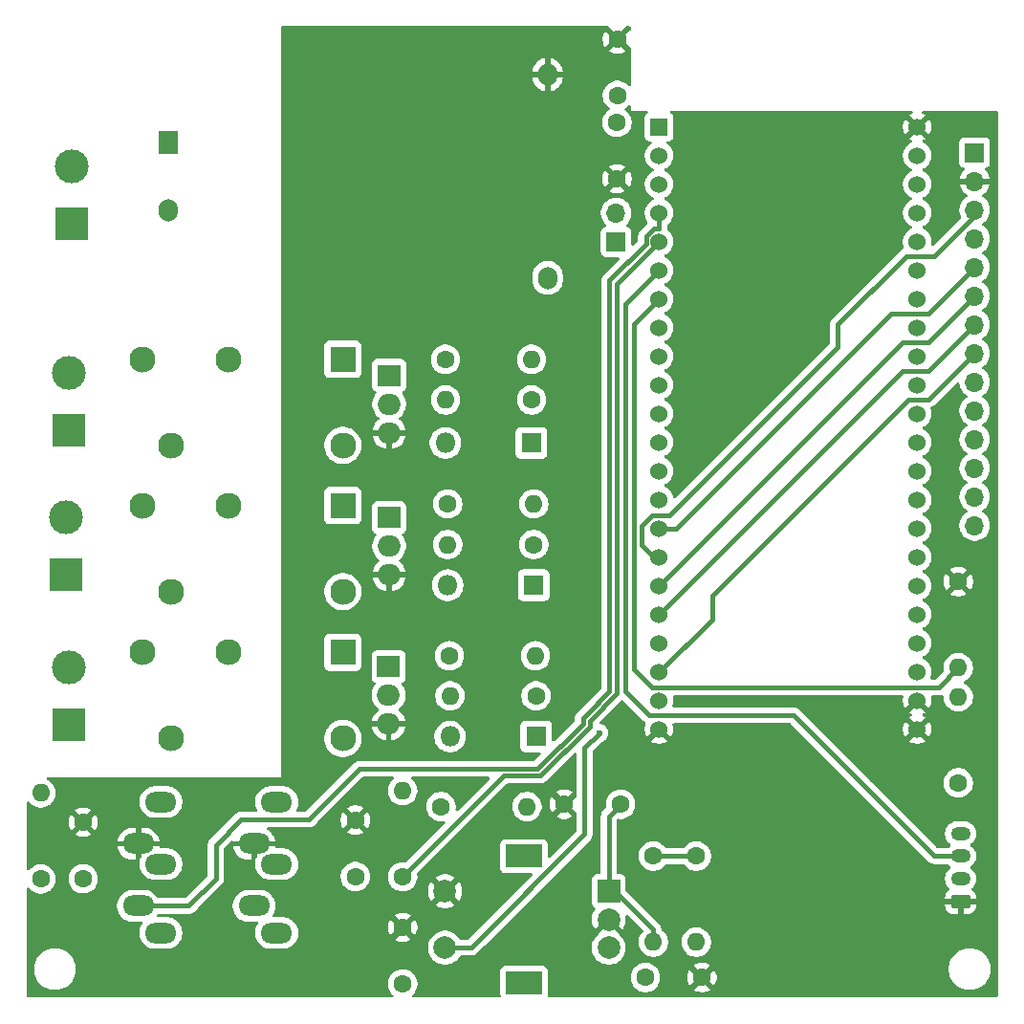
<source format=gbr>
%TF.GenerationSoftware,KiCad,Pcbnew,9.0.0*%
%TF.CreationDate,2025-07-02T18:07:02-06:00*%
%TF.ProjectId,CyberSmoker_PCB_v2,43796265-7253-46d6-9f6b-65725f504342,rev?*%
%TF.SameCoordinates,Original*%
%TF.FileFunction,Copper,L2,Bot*%
%TF.FilePolarity,Positive*%
%FSLAX46Y46*%
G04 Gerber Fmt 4.6, Leading zero omitted, Abs format (unit mm)*
G04 Created by KiCad (PCBNEW 9.0.0) date 2025-07-02 18:07:02*
%MOMM*%
%LPD*%
G01*
G04 APERTURE LIST*
G04 Aperture macros list*
%AMRoundRect*
0 Rectangle with rounded corners*
0 $1 Rounding radius*
0 $2 $3 $4 $5 $6 $7 $8 $9 X,Y pos of 4 corners*
0 Add a 4 corners polygon primitive as box body*
4,1,4,$2,$3,$4,$5,$6,$7,$8,$9,$2,$3,0*
0 Add four circle primitives for the rounded corners*
1,1,$1+$1,$2,$3*
1,1,$1+$1,$4,$5*
1,1,$1+$1,$6,$7*
1,1,$1+$1,$8,$9*
0 Add four rect primitives between the rounded corners*
20,1,$1+$1,$2,$3,$4,$5,0*
20,1,$1+$1,$4,$5,$6,$7,0*
20,1,$1+$1,$6,$7,$8,$9,0*
20,1,$1+$1,$8,$9,$2,$3,0*%
G04 Aperture macros list end*
%TA.AperFunction,ComponentPad*%
%ADD10C,1.600000*%
%TD*%
%TA.AperFunction,ComponentPad*%
%ADD11R,2.000000X2.000000*%
%TD*%
%TA.AperFunction,ComponentPad*%
%ADD12C,2.000000*%
%TD*%
%TA.AperFunction,ComponentPad*%
%ADD13R,3.200000X2.000000*%
%TD*%
%TA.AperFunction,ComponentPad*%
%ADD14O,1.700000X1.700000*%
%TD*%
%TA.AperFunction,ComponentPad*%
%ADD15R,1.700000X1.700000*%
%TD*%
%TA.AperFunction,ComponentPad*%
%ADD16C,1.530000*%
%TD*%
%TA.AperFunction,ComponentPad*%
%ADD17R,1.530000X1.530000*%
%TD*%
%TA.AperFunction,ComponentPad*%
%ADD18O,1.600000X1.600000*%
%TD*%
%TA.AperFunction,ComponentPad*%
%ADD19R,1.800000X1.800000*%
%TD*%
%TA.AperFunction,ComponentPad*%
%ADD20O,1.800000X1.800000*%
%TD*%
%TA.AperFunction,ComponentPad*%
%ADD21R,3.000000X3.000000*%
%TD*%
%TA.AperFunction,ComponentPad*%
%ADD22C,3.000000*%
%TD*%
%TA.AperFunction,ComponentPad*%
%ADD23R,2.300000X2.300000*%
%TD*%
%TA.AperFunction,ComponentPad*%
%ADD24C,2.300000*%
%TD*%
%TA.AperFunction,ComponentPad*%
%ADD25R,2.000000X1.905000*%
%TD*%
%TA.AperFunction,ComponentPad*%
%ADD26O,2.000000X1.905000*%
%TD*%
%TA.AperFunction,ComponentPad*%
%ADD27O,2.800000X1.800000*%
%TD*%
%TA.AperFunction,ComponentPad*%
%ADD28R,1.700000X2.000000*%
%TD*%
%TA.AperFunction,ComponentPad*%
%ADD29O,1.700000X2.000000*%
%TD*%
%TA.AperFunction,ComponentPad*%
%ADD30O,1.750000X1.200000*%
%TD*%
%TA.AperFunction,ComponentPad*%
%ADD31RoundRect,0.250000X0.625000X-0.350000X0.625000X0.350000X-0.625000X0.350000X-0.625000X-0.350000X0*%
%TD*%
%TA.AperFunction,ViaPad*%
%ADD32C,0.600000*%
%TD*%
%TA.AperFunction,Conductor*%
%ADD33C,0.400000*%
%TD*%
G04 APERTURE END LIST*
D10*
%TO.P,C1,2*%
%TO.N,GND*%
X108810000Y-63630000D03*
%TO.P,C1,1*%
%TO.N,+5V*%
X108810000Y-68630000D03*
X108780000Y-71010000D03*
%TD*%
%TO.P,C2,2*%
%TO.N,GND*%
X108780000Y-76010000D03*
%TO.P,C2,1*%
%TO.N,+5V*%
X108780000Y-71010000D03*
%TD*%
D11*
%TO.P,SW1,A,A*%
%TO.N,/rot_encoder_A*%
X108050000Y-139100000D03*
D12*
%TO.P,SW1,B,B*%
%TO.N,/rot_encoder_B*%
X108050000Y-144100000D03*
%TO.P,SW1,C,C*%
%TO.N,GND*%
X108050000Y-141600000D03*
D13*
%TO.P,SW1,MP*%
%TO.N,N/C*%
X100550000Y-147200000D03*
X100550000Y-136000000D03*
D12*
%TO.P,SW1,S1,S1*%
%TO.N,/rot_encoder_SW*%
X93550000Y-144100000D03*
%TO.P,SW1,S2,S2*%
%TO.N,GND*%
X93550000Y-139100000D03*
%TD*%
D14*
%TO.P,J6,2,Pin_2*%
%TO.N,+5V*%
X108700000Y-79045000D03*
D15*
%TO.P,J6,1,Pin_1*%
%TO.N,Net-(J6-Pin_1)*%
X108700000Y-81585000D03*
%TD*%
D14*
%TO.P,U2,14,T_IRQ*%
%TO.N,unconnected-(U2-T_IRQ-Pad14)*%
X140445000Y-106715000D03*
%TO.P,U2,13,T_DO*%
%TO.N,unconnected-(U2-T_DO-Pad13)*%
X140445000Y-104175000D03*
%TO.P,U2,12,T_DIN*%
%TO.N,unconnected-(U2-T_DIN-Pad12)*%
X140445000Y-101635000D03*
%TO.P,U2,11,T_CS*%
%TO.N,unconnected-(U2-T_CS-Pad11)*%
X140445000Y-99095000D03*
%TO.P,U2,10,T_CLK*%
%TO.N,unconnected-(U2-T_CLK-Pad10)*%
X140445000Y-96555000D03*
%TO.P,U2,9,SDO(MISO)*%
%TO.N,unconnected-(U2-SDO(MISO)-Pad9)*%
X140445000Y-94015000D03*
%TO.P,U2,8,LED*%
%TO.N,/LCD_BACKLIGHT*%
X140445000Y-91475000D03*
%TO.P,U2,7,SCK*%
%TO.N,/LCD_SCK*%
X140445000Y-88935000D03*
%TO.P,U2,6,SDI(MOSI)*%
%TO.N,/LCD_MOSI*%
X140445000Y-86395000D03*
%TO.P,U2,5,DC/RS*%
%TO.N,/LCD_DC*%
X140445000Y-83855000D03*
%TO.P,U2,4,RESET*%
%TO.N,+3.3V*%
X140445000Y-81315000D03*
%TO.P,U2,3,CS*%
%TO.N,/LCD_CS*%
X140445000Y-78775000D03*
%TO.P,U2,2,GND*%
%TO.N,GND*%
X140445000Y-76235000D03*
D15*
%TO.P,U2,1,VCC*%
%TO.N,+3.3V*%
X140445000Y-73695000D03*
%TD*%
D16*
%TO.P,U1,J1_21,5V0*%
%TO.N,+5V*%
X112500000Y-122220000D03*
%TO.P,U1,J3_22,GND__3*%
%TO.N,GND*%
X135360000Y-124760000D03*
%TO.P,U1,J3_21,GND__2*%
X135360000Y-122220000D03*
%TO.P,U1,J3_20,USB_D-/GPIO19*%
%TO.N,unconnected-(U1-USB_D-{slash}GPIO19-PadJ3_20)*%
X135360000Y-119680000D03*
%TO.P,U1,J3_19,USB_D+/GPIO20*%
%TO.N,unconnected-(U1-USB_D+{slash}GPIO20-PadJ3_19)*%
X135360000Y-117140000D03*
%TO.P,U1,J3_18,GPIO21*%
%TO.N,unconnected-(U1-GPIO21-PadJ3_18)*%
X135360000Y-114600000D03*
%TO.P,U1,J3_17,GPIO47*%
%TO.N,unconnected-(U1-GPIO47-PadJ3_17)*%
X135360000Y-112060000D03*
%TO.P,U1,J3_16,GPIO48*%
%TO.N,unconnected-(U1-GPIO48-PadJ3_16)*%
X135360000Y-109520000D03*
%TO.P,U1,J3_15,GPIO45*%
%TO.N,unconnected-(U1-GPIO45-PadJ3_15)*%
X135360000Y-106980000D03*
%TO.P,U1,J3_14,GPIO0*%
%TO.N,unconnected-(U1-GPIO0-PadJ3_14)*%
X135360000Y-104440000D03*
%TO.P,U1,J3_13,GPIO35*%
%TO.N,unconnected-(U1-GPIO35-PadJ3_13)*%
X135360000Y-101900000D03*
%TO.P,U1,J3_12,GPIO36*%
%TO.N,unconnected-(U1-GPIO36-PadJ3_12)*%
X135360000Y-99360000D03*
%TO.P,U1,J3_11,GPIO37*%
%TO.N,unconnected-(U1-GPIO37-PadJ3_11)*%
X135360000Y-96820000D03*
%TO.P,U1,J3_10,GPIO38*%
%TO.N,unconnected-(U1-GPIO38-PadJ3_10)*%
X135360000Y-94280000D03*
%TO.P,U1,J3_9,MTCK/GPIO39*%
%TO.N,unconnected-(U1-MTCK{slash}GPIO39-PadJ3_9)*%
X135360000Y-91740000D03*
%TO.P,U1,J3_8,MTDO/GPIO40*%
%TO.N,unconnected-(U1-MTDO{slash}GPIO40-PadJ3_8)*%
X135360000Y-89200000D03*
%TO.P,U1,J3_7,MTDI/GPIO41*%
%TO.N,unconnected-(U1-MTDI{slash}GPIO41-PadJ3_7)*%
X135360000Y-86660000D03*
%TO.P,U1,J3_6,MTMS/GPIO42*%
%TO.N,unconnected-(U1-MTMS{slash}GPIO42-PadJ3_6)*%
X135360000Y-84120000D03*
%TO.P,U1,J3_5,GPIO2*%
%TO.N,/rot_encoder_B*%
X135360000Y-81580000D03*
%TO.P,U1,J3_4,GPIO1*%
%TO.N,/rot_encoder_A*%
X135360000Y-79040000D03*
%TO.P,U1,J3_3,U0RXD/GPIO44*%
%TO.N,unconnected-(U1-U0RXD{slash}GPIO44-PadJ3_3)*%
X135360000Y-76500000D03*
%TO.P,U1,J3_2,U0TXD/GPIO43*%
%TO.N,unconnected-(U1-U0TXD{slash}GPIO43-PadJ3_2)*%
X135360000Y-73960000D03*
%TO.P,U1,J3_1,GND__1*%
%TO.N,GND*%
X135360000Y-71420000D03*
%TO.P,U1,J1_22,GND*%
X112500000Y-124760000D03*
%TO.P,U1,J1_20,GPIO14*%
%TO.N,/LCD_BACKLIGHT*%
X112500000Y-119680000D03*
%TO.P,U1,J1_19,GPIO13*%
%TO.N,unconnected-(U1-GPIO13-PadJ1_19)*%
X112500000Y-117140000D03*
%TO.P,U1,J1_18,GPIO12*%
%TO.N,/LCD_SCK*%
X112500000Y-114600000D03*
%TO.P,U1,J1_17,GPIO11*%
%TO.N,/LCD_MOSI*%
X112500000Y-112060000D03*
%TO.P,U1,J1_16,GPIO10*%
%TO.N,/LCD_CS*%
X112500000Y-109520000D03*
%TO.P,U1,J1_15,GPIO9*%
%TO.N,/LCD_DC*%
X112500000Y-106980000D03*
%TO.P,U1,J1_14,GPIO46*%
%TO.N,unconnected-(U1-GPIO46-PadJ1_14)*%
X112500000Y-104440000D03*
%TO.P,U1,J1_13,GPIO3*%
%TO.N,/rot_encoder_SW*%
X112500000Y-101900000D03*
%TO.P,U1,J1_12,GPIO8*%
%TO.N,unconnected-(U1-GPIO8-PadJ1_12)*%
X112500000Y-99360000D03*
%TO.P,U1,J1_11,GPIO18*%
%TO.N,unconnected-(U1-GPIO18-PadJ1_11)*%
X112500000Y-96820000D03*
%TO.P,U1,J1_10,GPIO17*%
%TO.N,/relay_ctrl_3*%
X112500000Y-94280000D03*
%TO.P,U1,J1_9,GPIO16*%
%TO.N,/relay_ctrl_2*%
X112500000Y-91740000D03*
%TO.P,U1,J1_8,GPIO15*%
%TO.N,/relay_ctrl_1*%
X112500000Y-89200000D03*
%TO.P,U1,J1_7,GPIO7*%
%TO.N,/ECHO*%
X112500000Y-86660000D03*
%TO.P,U1,J1_6,GPIO6*%
%TO.N,/TRIG*%
X112500000Y-84120000D03*
%TO.P,U1,J1_5,GPIO5*%
%TO.N,/adc_meat*%
X112500000Y-81580000D03*
%TO.P,U1,J1_4,GPIO4*%
%TO.N,/adc_ambient*%
X112500000Y-79040000D03*
%TO.P,U1,J1_3,RST*%
%TO.N,unconnected-(U1-RST-PadJ1_3)*%
X112500000Y-76500000D03*
%TO.P,U1,J1_2,3V3__1*%
%TO.N,+3.3V*%
X112500000Y-73960000D03*
D17*
%TO.P,U1,J1_1,3V3*%
X112500000Y-71420000D03*
%TD*%
D18*
%TO.P,R8,2*%
%TO.N,/ECHO*%
X139000000Y-121880000D03*
D10*
%TO.P,R8,1*%
%TO.N,Net-(J5-Pin_2)*%
X139000000Y-129500000D03*
%TD*%
D18*
%TO.P,R5,2*%
%TO.N,/ECHO*%
X139000000Y-119310000D03*
D10*
%TO.P,R5,1*%
%TO.N,GND*%
X139000000Y-111690000D03*
%TD*%
%TO.P,C3,1*%
%TO.N,/rot_encoder_A*%
X109100000Y-131400000D03*
%TO.P,C3,2*%
%TO.N,GND*%
X104100000Y-131400000D03*
%TD*%
D19*
%TO.P,D1,1,K*%
%TO.N,+5V*%
X101210000Y-99400000D03*
D20*
%TO.P,D1,2,A*%
%TO.N,Net-(D1-A)*%
X93590000Y-99400000D03*
%TD*%
D21*
%TO.P,J1,1,Pin_1*%
%TO.N,/HV_N*%
X60500000Y-80000000D03*
D22*
%TO.P,J1,2,Pin_2*%
%TO.N,/HV_L*%
X60500000Y-74920000D03*
%TD*%
D23*
%TO.P,K1,1*%
%TO.N,Net-(Q1-D)*%
X84500000Y-92000000D03*
D24*
%TO.P,K1,2*%
%TO.N,/HV_R1_N*%
X74340000Y-92000000D03*
%TO.P,K1,3*%
%TO.N,unconnected-(K1-Pad3)*%
X66720000Y-92000000D03*
%TO.P,K1,4*%
%TO.N,/HV_R1_L*%
X69260000Y-99620000D03*
%TO.P,K1,5*%
%TO.N,Net-(D1-A)*%
X84500000Y-99620000D03*
%TD*%
D21*
%TO.P,J3,1,Pin_1*%
%TO.N,/HV_R2_L*%
X60000000Y-111040000D03*
D22*
%TO.P,J3,2,Pin_2*%
%TO.N,/HV_R2_N*%
X60000000Y-105960000D03*
%TD*%
D25*
%TO.P,Q2,1,G*%
%TO.N,Net-(Q2-G)*%
X88600000Y-106000000D03*
D26*
%TO.P,Q2,2,D*%
%TO.N,Net-(Q2-D)*%
X88600000Y-108540000D03*
%TO.P,Q2,3,S*%
%TO.N,GND*%
X88600000Y-111080000D03*
%TD*%
D23*
%TO.P,K2,1*%
%TO.N,Net-(Q2-D)*%
X84500000Y-104950000D03*
D24*
%TO.P,K2,2*%
%TO.N,/HV_R2_N*%
X74340000Y-104950000D03*
%TO.P,K2,3*%
%TO.N,unconnected-(K2-Pad3)*%
X66720000Y-104950000D03*
%TO.P,K2,4*%
%TO.N,/HV_R2_L*%
X69260000Y-112570000D03*
%TO.P,K2,5*%
%TO.N,Net-(D2-A)*%
X84500000Y-112570000D03*
%TD*%
D27*
%TO.P,AUX1,R*%
%TO.N,GND*%
X66400000Y-134900000D03*
%TO.P,AUX1,RN*%
%TO.N,unconnected-(AUX1-PadRN)*%
X68400000Y-136700000D03*
%TO.P,AUX1,S*%
%TO.N,unconnected-(AUX1-PadS)*%
X68400000Y-142800000D03*
%TO.P,AUX1,T*%
%TO.N,/adc_ambient*%
X66400000Y-140400000D03*
%TO.P,AUX1,TN*%
%TO.N,unconnected-(AUX1-PadTN)*%
X68400000Y-131200000D03*
%TD*%
D10*
%TO.P,R13,1*%
%TO.N,/adc_meat*%
X89800000Y-137810000D03*
D18*
%TO.P,R13,2*%
%TO.N,+3.3V*%
X89800000Y-130190000D03*
%TD*%
D21*
%TO.P,J4,1,Pin_1*%
%TO.N,/HV_R3_L*%
X60200000Y-124400000D03*
D22*
%TO.P,J4,2,Pin_2*%
%TO.N,/HV_R3_N*%
X60200000Y-119320000D03*
%TD*%
D10*
%TO.P,R3,1*%
%TO.N,Net-(Q2-G)*%
X93790000Y-104800000D03*
D18*
%TO.P,R3,2*%
%TO.N,/relay_ctrl_2*%
X101410000Y-104800000D03*
%TD*%
D25*
%TO.P,Q1,1,G*%
%TO.N,Net-(Q1-G)*%
X88600000Y-93420000D03*
D26*
%TO.P,Q1,2,D*%
%TO.N,Net-(Q1-D)*%
X88600000Y-95960000D03*
%TO.P,Q1,3,S*%
%TO.N,GND*%
X88600000Y-98500000D03*
%TD*%
D10*
%TO.P,R10,1*%
%TO.N,+3.3V*%
X112000000Y-135990000D03*
D18*
%TO.P,R10,2*%
%TO.N,/rot_encoder_A*%
X112000000Y-143610000D03*
%TD*%
D10*
%TO.P,R4,1*%
%TO.N,+5V*%
X101410000Y-108400000D03*
D18*
%TO.P,R4,2*%
%TO.N,Net-(D2-A)*%
X93790000Y-108400000D03*
%TD*%
D10*
%TO.P,C4,1*%
%TO.N,/adc_ambient*%
X61500000Y-138000000D03*
%TO.P,C4,2*%
%TO.N,GND*%
X61500000Y-133000000D03*
%TD*%
D25*
%TO.P,Q3,1,G*%
%TO.N,Net-(Q3-G)*%
X88555000Y-119200000D03*
D26*
%TO.P,Q3,2,D*%
%TO.N,Net-(Q3-D)*%
X88555000Y-121740000D03*
%TO.P,Q3,3,S*%
%TO.N,GND*%
X88555000Y-124280000D03*
%TD*%
D10*
%TO.P,R9,1*%
%TO.N,/rot_encoder_SW*%
X93190000Y-131600000D03*
D18*
%TO.P,R9,2*%
%TO.N,+3.3V*%
X100810000Y-131600000D03*
%TD*%
D27*
%TO.P,AUX2,R*%
%TO.N,GND*%
X76650000Y-134900000D03*
%TO.P,AUX2,RN*%
%TO.N,unconnected-(AUX2-PadRN)*%
X78650000Y-136700000D03*
%TO.P,AUX2,S*%
%TO.N,unconnected-(AUX2-PadS)*%
X78650000Y-142800000D03*
%TO.P,AUX2,T*%
%TO.N,/adc_meat*%
X76650000Y-140400000D03*
%TO.P,AUX2,TN*%
%TO.N,unconnected-(AUX2-PadTN)*%
X78650000Y-131200000D03*
%TD*%
D21*
%TO.P,J2,1,Pin_1*%
%TO.N,/HV_R1_L*%
X60250000Y-98250000D03*
D22*
%TO.P,J2,2,Pin_2*%
%TO.N,/HV_R1_N*%
X60250000Y-93170000D03*
%TD*%
D10*
%TO.P,C7,1*%
%TO.N,/rot_encoder_B*%
X111300000Y-146750000D03*
%TO.P,C7,2*%
%TO.N,GND*%
X116300000Y-146750000D03*
%TD*%
%TO.P,C6,1*%
%TO.N,/rot_encoder_SW*%
X89800000Y-147300000D03*
%TO.P,C6,2*%
%TO.N,GND*%
X89800000Y-142300000D03*
%TD*%
%TO.P,R1,1*%
%TO.N,Net-(Q1-G)*%
X93590000Y-92000000D03*
D18*
%TO.P,R1,2*%
%TO.N,/relay_ctrl_1*%
X101210000Y-92000000D03*
%TD*%
D19*
%TO.P,D3,1,K*%
%TO.N,+5V*%
X101610000Y-125400000D03*
D20*
%TO.P,D3,2,A*%
%TO.N,Net-(D3-A)*%
X93990000Y-125400000D03*
%TD*%
D23*
%TO.P,K3,1*%
%TO.N,Net-(Q3-D)*%
X84500000Y-117950000D03*
D24*
%TO.P,K3,2*%
%TO.N,/HV_R3_N*%
X74340000Y-117950000D03*
%TO.P,K3,3*%
%TO.N,unconnected-(K3-Pad3)*%
X66720000Y-117950000D03*
%TO.P,K3,4*%
%TO.N,/HV_R3_L*%
X69260000Y-125570000D03*
%TO.P,K3,5*%
%TO.N,Net-(D3-A)*%
X84500000Y-125570000D03*
%TD*%
D10*
%TO.P,R11,1*%
%TO.N,+3.3V*%
X115800000Y-135990000D03*
D18*
%TO.P,R11,2*%
%TO.N,/rot_encoder_B*%
X115800000Y-143610000D03*
%TD*%
D28*
%TO.P,PS1,1,AC/L*%
%TO.N,/HV_L*%
X69037500Y-72787500D03*
D29*
%TO.P,PS1,2,AC/N*%
%TO.N,/HV_N*%
X69037500Y-78787500D03*
%TO.P,PS1,3,-Vout*%
%TO.N,GND*%
X102637500Y-66787500D03*
%TO.P,PS1,4,+Vout*%
%TO.N,Net-(J6-Pin_1)*%
X102637500Y-84787500D03*
%TD*%
D10*
%TO.P,R2,1*%
%TO.N,+5V*%
X101210000Y-95600000D03*
D18*
%TO.P,R2,2*%
%TO.N,Net-(D1-A)*%
X93590000Y-95600000D03*
%TD*%
D10*
%TO.P,C5,1*%
%TO.N,/adc_meat*%
X85600000Y-137800000D03*
%TO.P,C5,2*%
%TO.N,GND*%
X85600000Y-132800000D03*
%TD*%
D30*
%TO.P,J5,4,Pin_4*%
%TO.N,+5V*%
X139200000Y-134000000D03*
D31*
%TO.P,J5,1,Pin_1*%
%TO.N,GND*%
X139200000Y-140000000D03*
D30*
%TO.P,J5,2,Pin_2*%
%TO.N,Net-(J5-Pin_2)*%
X139200000Y-138000000D03*
%TO.P,J5,3,Pin_3*%
%TO.N,/TRIG*%
X139200000Y-136000000D03*
%TD*%
D19*
%TO.P,D2,1,K*%
%TO.N,+5V*%
X101410000Y-112000000D03*
D20*
%TO.P,D2,2,A*%
%TO.N,Net-(D2-A)*%
X93790000Y-112000000D03*
%TD*%
D10*
%TO.P,R12,1*%
%TO.N,/adc_ambient*%
X57750000Y-138010000D03*
D18*
%TO.P,R12,2*%
%TO.N,+3.3V*%
X57750000Y-130390000D03*
%TD*%
D10*
%TO.P,R6,1*%
%TO.N,Net-(Q3-G)*%
X93940000Y-118250000D03*
D18*
%TO.P,R6,2*%
%TO.N,/relay_ctrl_3*%
X101560000Y-118250000D03*
%TD*%
D10*
%TO.P,R7,1*%
%TO.N,+5V*%
X101600000Y-121800000D03*
D18*
%TO.P,R7,2*%
%TO.N,Net-(D3-A)*%
X93980000Y-121800000D03*
%TD*%
D32*
%TO.N,/rot_encoder_SW*%
X107212500Y-125087500D03*
%TD*%
D33*
%TO.N,/rot_encoder_A*%
X108050000Y-132450000D02*
X109100000Y-131400000D01*
X108050000Y-139100000D02*
X108050000Y-132450000D01*
X112000000Y-143610000D02*
X112000000Y-142500000D01*
X108600000Y-139100000D02*
X108050000Y-139100000D01*
X112000000Y-142500000D02*
X108600000Y-139100000D01*
%TO.N,/rot_encoder_SW*%
X105900000Y-134052000D02*
X95852000Y-144100000D01*
X107212500Y-125087500D02*
X105900000Y-126400000D01*
X105900000Y-126400000D02*
X105900000Y-134052000D01*
X95852000Y-144100000D02*
X93550000Y-144100000D01*
%TO.N,/TRIG*%
X136900000Y-136000000D02*
X139200000Y-136000000D01*
X124400000Y-123500000D02*
X136900000Y-136000000D01*
X109500000Y-87120000D02*
X109500000Y-121400000D01*
X109500000Y-121400000D02*
X111600000Y-123500000D01*
X111600000Y-123500000D02*
X124400000Y-123500000D01*
X112500000Y-84120000D02*
X109500000Y-87120000D01*
%TO.N,+3.3V*%
X112000000Y-135990000D02*
X115800000Y-135990000D01*
%TO.N,/LCD_SCK*%
X134100000Y-93000000D02*
X136380000Y-93000000D01*
%TO.N,/LCD_CS*%
X128325000Y-90925000D02*
X128325000Y-88925000D01*
X112500000Y-109520000D02*
X112020000Y-109520000D01*
X134400000Y-82850000D02*
X136900000Y-82850000D01*
X140445000Y-79305000D02*
X140445000Y-78775000D01*
X128325000Y-88925000D02*
X134400000Y-82850000D01*
%TO.N,/LCD_BACKLIGHT*%
X134600000Y-95536513D02*
X136383487Y-95536513D01*
X117175000Y-115005000D02*
X117175000Y-112961513D01*
X117175000Y-112961513D02*
X134600000Y-95536513D01*
%TO.N,/LCD_DC*%
X133075000Y-87925000D02*
X136375000Y-87925000D01*
%TO.N,/LCD_MOSI*%
X134085000Y-90475000D02*
X136365000Y-90475000D01*
%TO.N,/LCD_BACKLIGHT*%
X112500000Y-119680000D02*
X117175000Y-115005000D01*
%TO.N,/LCD_CS*%
X113436000Y-105814000D02*
X128325000Y-90925000D01*
X110975000Y-106725000D02*
X111886000Y-105814000D01*
X111886000Y-105814000D02*
X113436000Y-105814000D01*
X110975000Y-108475000D02*
X110975000Y-106725000D01*
X112020000Y-109520000D02*
X110975000Y-108475000D01*
%TO.N,/LCD_DC*%
X112500000Y-106980000D02*
X114020000Y-106980000D01*
X114020000Y-106980000D02*
X133075000Y-87925000D01*
%TO.N,/LCD_MOSI*%
X112500000Y-112060000D02*
X134085000Y-90475000D01*
%TO.N,/LCD_SCK*%
X112500000Y-114600000D02*
X134100000Y-93000000D01*
%TO.N,/ECHO*%
X137260000Y-121050000D02*
X139000000Y-119310000D01*
X111850000Y-121050000D02*
X137260000Y-121050000D01*
X110250000Y-119450000D02*
X111850000Y-121050000D01*
X110250000Y-88910000D02*
X110250000Y-119450000D01*
X112500000Y-86660000D02*
X110250000Y-88910000D01*
%TO.N,/LCD_CS*%
X136900000Y-82850000D02*
X140445000Y-79305000D01*
%TO.N,/LCD_DC*%
X136375000Y-87925000D02*
X140445000Y-83855000D01*
%TO.N,/LCD_MOSI*%
X136365000Y-90475000D02*
X140445000Y-86395000D01*
%TO.N,/LCD_SCK*%
X136380000Y-93000000D02*
X140445000Y-88935000D01*
%TO.N,/LCD_BACKLIGHT*%
X136383487Y-95536513D02*
X140445000Y-91475000D01*
%TO.N,/adc_meat*%
X108780000Y-85300000D02*
X112500000Y-81580000D01*
X108780000Y-121572058D02*
X108780000Y-85300000D01*
X106351000Y-124498942D02*
X106351000Y-124001058D01*
X106351000Y-124001058D02*
X108780000Y-121572058D01*
X101998942Y-128851000D02*
X106351000Y-124498942D01*
X98759000Y-128851000D02*
X101998942Y-128851000D01*
X89800000Y-137810000D02*
X98759000Y-128851000D01*
%TO.N,/adc_ambient*%
X112500000Y-80414000D02*
X112500000Y-79040000D01*
X112017026Y-80414000D02*
X112500000Y-80414000D01*
X111334000Y-81097026D02*
X112017026Y-80414000D01*
X111334000Y-81786000D02*
X111334000Y-81097026D01*
X108090000Y-85030000D02*
X111334000Y-81786000D01*
X108090000Y-121412116D02*
X108090000Y-85030000D01*
X106102058Y-123400058D02*
X108090000Y-121412116D01*
X105750000Y-123752116D02*
X106102058Y-123400058D01*
X105750000Y-124250000D02*
X105750000Y-123752116D01*
X99007942Y-128250000D02*
X101750000Y-128250000D01*
X101750000Y-128250000D02*
X105750000Y-124250000D01*
X75500000Y-132750000D02*
X81500000Y-132750000D01*
X98510058Y-128250000D02*
X99007942Y-128250000D01*
X73250000Y-135000000D02*
X75500000Y-132750000D01*
X81500000Y-132750000D02*
X86000000Y-128250000D01*
X86000000Y-128250000D02*
X98510058Y-128250000D01*
X73250000Y-138000000D02*
X73250000Y-135000000D01*
X70850000Y-140400000D02*
X73250000Y-138000000D01*
X66400000Y-140400000D02*
X70850000Y-140400000D01*
%TD*%
%TA.AperFunction,Conductor*%
%TO.N,GND*%
G36*
X108049730Y-62520185D02*
G01*
X108070372Y-62536819D01*
X108763554Y-63230000D01*
X108757339Y-63230000D01*
X108655606Y-63257259D01*
X108564394Y-63309920D01*
X108489920Y-63384394D01*
X108437259Y-63475606D01*
X108410000Y-63577339D01*
X108410000Y-63583553D01*
X107730524Y-62904077D01*
X107730523Y-62904077D01*
X107698143Y-62948644D01*
X107605244Y-63130968D01*
X107542009Y-63325582D01*
X107510000Y-63527682D01*
X107510000Y-63732317D01*
X107542009Y-63934417D01*
X107605244Y-64129031D01*
X107698141Y-64311350D01*
X107698147Y-64311359D01*
X107730523Y-64355921D01*
X107730524Y-64355922D01*
X108410000Y-63676446D01*
X108410000Y-63682661D01*
X108437259Y-63784394D01*
X108489920Y-63875606D01*
X108564394Y-63950080D01*
X108655606Y-64002741D01*
X108757339Y-64030000D01*
X108763553Y-64030000D01*
X108084076Y-64709474D01*
X108128650Y-64741859D01*
X108310968Y-64834755D01*
X108505582Y-64897990D01*
X108707683Y-64930000D01*
X108912317Y-64930000D01*
X109114417Y-64897990D01*
X109309031Y-64834755D01*
X109491349Y-64741859D01*
X109535921Y-64709474D01*
X108856447Y-64030000D01*
X108862661Y-64030000D01*
X108964394Y-64002741D01*
X109055606Y-63950080D01*
X109130080Y-63875606D01*
X109182741Y-63784394D01*
X109210000Y-63682661D01*
X109210000Y-63676448D01*
X109897956Y-64364404D01*
X109934648Y-64372112D01*
X109984405Y-64421163D01*
X110000000Y-64481366D01*
X110000000Y-67681453D01*
X109980315Y-67748492D01*
X109927511Y-67794247D01*
X109858353Y-67804191D01*
X109794797Y-67775166D01*
X109788319Y-67769134D01*
X109657213Y-67638028D01*
X109491613Y-67517715D01*
X109491612Y-67517714D01*
X109491610Y-67517713D01*
X109434653Y-67488691D01*
X109309223Y-67424781D01*
X109114534Y-67361522D01*
X108939995Y-67333878D01*
X108912352Y-67329500D01*
X108707648Y-67329500D01*
X108683329Y-67333351D01*
X108505465Y-67361522D01*
X108310776Y-67424781D01*
X108128386Y-67517715D01*
X107962786Y-67638028D01*
X107818028Y-67782786D01*
X107697715Y-67948386D01*
X107604781Y-68130776D01*
X107541522Y-68325465D01*
X107509500Y-68527648D01*
X107509500Y-68732351D01*
X107541522Y-68934534D01*
X107604781Y-69129223D01*
X107697715Y-69311613D01*
X107818028Y-69477213D01*
X107818034Y-69477219D01*
X107962781Y-69621966D01*
X108082276Y-69708783D01*
X108124941Y-69764112D01*
X108130920Y-69833725D01*
X108098315Y-69895521D01*
X108082275Y-69909419D01*
X107932787Y-70018028D01*
X107932782Y-70018032D01*
X107788028Y-70162786D01*
X107667715Y-70328386D01*
X107574781Y-70510776D01*
X107511522Y-70705465D01*
X107479500Y-70907648D01*
X107479500Y-71112351D01*
X107511522Y-71314534D01*
X107574781Y-71509223D01*
X107667715Y-71691613D01*
X107788028Y-71857213D01*
X107932786Y-72001971D01*
X108087749Y-72114556D01*
X108098390Y-72122287D01*
X108214607Y-72181503D01*
X108280776Y-72215218D01*
X108280778Y-72215218D01*
X108280781Y-72215220D01*
X108385137Y-72249127D01*
X108475465Y-72278477D01*
X108563889Y-72292482D01*
X108677648Y-72310500D01*
X108677649Y-72310500D01*
X108882351Y-72310500D01*
X108882352Y-72310500D01*
X109084534Y-72278477D01*
X109279219Y-72215220D01*
X109461610Y-72122287D01*
X109554590Y-72054732D01*
X109627213Y-72001971D01*
X109627215Y-72001968D01*
X109627219Y-72001966D01*
X109771966Y-71857219D01*
X109771968Y-71857215D01*
X109771971Y-71857213D01*
X109832752Y-71773554D01*
X109892287Y-71691610D01*
X109985220Y-71509219D01*
X110048477Y-71314534D01*
X110080500Y-71112352D01*
X110080500Y-70907648D01*
X110048477Y-70705466D01*
X109985220Y-70510781D01*
X109985218Y-70510778D01*
X109985218Y-70510776D01*
X109935227Y-70412664D01*
X109892287Y-70328390D01*
X109869811Y-70297454D01*
X109771971Y-70162786D01*
X109627213Y-70018028D01*
X109507723Y-69931215D01*
X109465057Y-69875886D01*
X109459078Y-69806272D01*
X109491683Y-69744477D01*
X109507712Y-69730587D01*
X109657219Y-69621966D01*
X109788319Y-69490866D01*
X109849642Y-69457381D01*
X109919334Y-69462365D01*
X109975267Y-69504237D01*
X109999684Y-69569701D01*
X110000000Y-69578547D01*
X110000000Y-70000000D01*
X111402244Y-70000000D01*
X111469283Y-70019685D01*
X111515038Y-70072489D01*
X111524982Y-70141647D01*
X111495957Y-70205203D01*
X111476555Y-70223266D01*
X111377455Y-70297452D01*
X111377452Y-70297455D01*
X111291206Y-70412664D01*
X111291202Y-70412671D01*
X111240908Y-70547517D01*
X111234501Y-70607116D01*
X111234501Y-70607123D01*
X111234500Y-70607135D01*
X111234500Y-72232870D01*
X111234501Y-72232876D01*
X111240908Y-72292483D01*
X111291202Y-72427328D01*
X111291206Y-72427335D01*
X111377452Y-72542544D01*
X111377455Y-72542547D01*
X111492664Y-72628793D01*
X111492671Y-72628797D01*
X111627517Y-72679091D01*
X111627516Y-72679091D01*
X111634444Y-72679835D01*
X111687127Y-72685500D01*
X111719568Y-72685499D01*
X111786605Y-72705182D01*
X111832361Y-72757984D01*
X111842306Y-72827143D01*
X111813283Y-72890699D01*
X111792455Y-72909816D01*
X111675582Y-72994730D01*
X111534733Y-73135579D01*
X111534733Y-73135580D01*
X111534731Y-73135582D01*
X111484447Y-73204790D01*
X111417647Y-73296733D01*
X111327213Y-73474219D01*
X111265661Y-73663656D01*
X111265661Y-73663659D01*
X111234500Y-73860403D01*
X111234500Y-74059596D01*
X111265661Y-74256340D01*
X111265661Y-74256343D01*
X111327213Y-74445780D01*
X111402166Y-74592883D01*
X111417647Y-74623266D01*
X111534731Y-74784418D01*
X111675582Y-74925269D01*
X111836734Y-75042353D01*
X111906453Y-75077877D01*
X111988172Y-75119515D01*
X112038968Y-75167490D01*
X112055763Y-75235311D01*
X112033225Y-75301446D01*
X111988172Y-75340485D01*
X111836733Y-75417647D01*
X111744790Y-75484447D01*
X111675582Y-75534731D01*
X111675580Y-75534733D01*
X111675579Y-75534733D01*
X111534733Y-75675579D01*
X111534733Y-75675580D01*
X111534731Y-75675582D01*
X111491561Y-75735000D01*
X111417647Y-75836733D01*
X111327213Y-76014219D01*
X111265661Y-76203656D01*
X111265661Y-76203659D01*
X111234500Y-76400403D01*
X111234500Y-76599596D01*
X111265661Y-76796340D01*
X111265661Y-76796343D01*
X111327213Y-76985780D01*
X111392781Y-77114464D01*
X111417647Y-77163266D01*
X111534731Y-77324418D01*
X111675582Y-77465269D01*
X111836734Y-77582353D01*
X111901204Y-77615202D01*
X111988172Y-77659515D01*
X112038968Y-77707490D01*
X112055763Y-77775311D01*
X112033225Y-77841446D01*
X111988172Y-77880485D01*
X111836733Y-77957647D01*
X111757946Y-78014890D01*
X111675582Y-78074731D01*
X111675580Y-78074733D01*
X111675579Y-78074733D01*
X111534733Y-78215579D01*
X111534733Y-78215580D01*
X111534731Y-78215582D01*
X111484447Y-78284790D01*
X111417647Y-78376733D01*
X111327213Y-78554219D01*
X111265661Y-78743656D01*
X111265661Y-78743659D01*
X111265661Y-78743661D01*
X111234500Y-78940403D01*
X111234500Y-79139597D01*
X111236352Y-79151287D01*
X111265661Y-79336340D01*
X111265661Y-79336343D01*
X111327213Y-79525780D01*
X111333250Y-79537628D01*
X111392948Y-79654792D01*
X111417649Y-79703269D01*
X111489826Y-79802613D01*
X111513306Y-79868419D01*
X111497480Y-79936473D01*
X111477189Y-79963179D01*
X110789888Y-80650479D01*
X110789887Y-80650480D01*
X110713222Y-80765218D01*
X110660421Y-80892693D01*
X110660421Y-80892695D01*
X110660420Y-80892698D01*
X110643019Y-80980180D01*
X110643019Y-80980181D01*
X110633500Y-81028032D01*
X110633500Y-81444480D01*
X110613815Y-81511519D01*
X110597181Y-81532161D01*
X110262180Y-81867162D01*
X110200857Y-81900647D01*
X110131165Y-81895663D01*
X110075232Y-81853791D01*
X110050815Y-81788327D01*
X110050499Y-81779481D01*
X110050499Y-80687129D01*
X110050498Y-80687123D01*
X110050497Y-80687116D01*
X110044091Y-80627517D01*
X110036507Y-80607184D01*
X109993797Y-80492671D01*
X109993793Y-80492664D01*
X109907547Y-80377455D01*
X109907544Y-80377452D01*
X109792335Y-80291206D01*
X109792328Y-80291202D01*
X109660917Y-80242189D01*
X109604983Y-80200318D01*
X109580566Y-80134853D01*
X109595418Y-80066580D01*
X109616563Y-80038332D01*
X109730104Y-79924792D01*
X109855051Y-79752816D01*
X109951557Y-79563412D01*
X110017246Y-79361243D01*
X110050500Y-79151287D01*
X110050500Y-78938713D01*
X110017246Y-78728757D01*
X109951557Y-78526588D01*
X109855051Y-78337184D01*
X109855049Y-78337181D01*
X109855048Y-78337179D01*
X109730109Y-78165213D01*
X109579786Y-78014890D01*
X109407820Y-77889951D01*
X109218414Y-77793444D01*
X109218413Y-77793443D01*
X109218412Y-77793443D01*
X109016243Y-77727754D01*
X109016241Y-77727753D01*
X109016240Y-77727753D01*
X108854957Y-77702208D01*
X108806287Y-77694500D01*
X108593713Y-77694500D01*
X108545042Y-77702208D01*
X108383760Y-77727753D01*
X108181585Y-77793444D01*
X107992179Y-77889951D01*
X107820213Y-78014890D01*
X107669890Y-78165213D01*
X107544951Y-78337179D01*
X107448444Y-78526585D01*
X107382753Y-78728760D01*
X107349500Y-78938713D01*
X107349500Y-79151286D01*
X107378809Y-79336340D01*
X107382754Y-79361243D01*
X107440065Y-79537628D01*
X107448444Y-79563414D01*
X107544951Y-79752820D01*
X107669890Y-79924786D01*
X107783430Y-80038326D01*
X107816915Y-80099649D01*
X107811931Y-80169341D01*
X107770059Y-80225274D01*
X107739083Y-80242189D01*
X107607669Y-80291203D01*
X107607664Y-80291206D01*
X107492455Y-80377452D01*
X107492452Y-80377455D01*
X107406206Y-80492664D01*
X107406202Y-80492671D01*
X107355908Y-80627517D01*
X107349501Y-80687116D01*
X107349501Y-80687123D01*
X107349500Y-80687135D01*
X107349500Y-82482870D01*
X107349501Y-82482876D01*
X107355908Y-82542483D01*
X107406202Y-82677328D01*
X107406206Y-82677335D01*
X107492452Y-82792544D01*
X107492455Y-82792547D01*
X107607664Y-82878793D01*
X107607671Y-82878797D01*
X107742517Y-82929091D01*
X107742516Y-82929091D01*
X107749444Y-82929835D01*
X107802127Y-82935500D01*
X108894480Y-82935499D01*
X108961519Y-82955184D01*
X109007274Y-83007987D01*
X109017218Y-83077146D01*
X108988193Y-83140702D01*
X108982161Y-83147180D01*
X107545888Y-84583453D01*
X107545884Y-84583458D01*
X107530970Y-84605780D01*
X107513358Y-84632139D01*
X107491215Y-84665277D01*
X107469223Y-84698191D01*
X107416421Y-84825667D01*
X107416418Y-84825677D01*
X107389500Y-84961004D01*
X107389500Y-121070597D01*
X107369815Y-121137636D01*
X107353181Y-121158278D01*
X105205885Y-123305573D01*
X105205883Y-123305575D01*
X105191252Y-123327475D01*
X105191250Y-123327478D01*
X105129228Y-123420298D01*
X105129221Y-123420311D01*
X105076421Y-123547783D01*
X105076418Y-123547793D01*
X105049500Y-123683120D01*
X105049500Y-123908480D01*
X105029815Y-123975519D01*
X105013181Y-123996161D01*
X103222180Y-125787162D01*
X103160857Y-125820647D01*
X103091165Y-125815663D01*
X103035232Y-125773791D01*
X103010815Y-125708327D01*
X103010499Y-125699481D01*
X103010499Y-124452129D01*
X103010498Y-124452123D01*
X103010497Y-124452116D01*
X103004091Y-124392517D01*
X102998717Y-124378109D01*
X102953797Y-124257671D01*
X102953793Y-124257664D01*
X102867547Y-124142455D01*
X102867544Y-124142452D01*
X102752335Y-124056206D01*
X102752328Y-124056202D01*
X102617482Y-124005908D01*
X102617483Y-124005908D01*
X102557883Y-123999501D01*
X102557881Y-123999500D01*
X102557873Y-123999500D01*
X102557864Y-123999500D01*
X100662129Y-123999500D01*
X100662123Y-123999501D01*
X100602516Y-124005908D01*
X100467671Y-124056202D01*
X100467664Y-124056206D01*
X100352455Y-124142452D01*
X100352452Y-124142455D01*
X100266206Y-124257664D01*
X100266202Y-124257671D01*
X100215908Y-124392517D01*
X100214411Y-124406446D01*
X100209501Y-124452123D01*
X100209500Y-124452135D01*
X100209500Y-126347870D01*
X100209501Y-126347876D01*
X100215908Y-126407483D01*
X100266202Y-126542328D01*
X100266206Y-126542335D01*
X100352452Y-126657544D01*
X100352455Y-126657547D01*
X100467664Y-126743793D01*
X100467671Y-126743797D01*
X100602517Y-126794091D01*
X100602516Y-126794091D01*
X100609444Y-126794835D01*
X100662127Y-126800500D01*
X101909481Y-126800499D01*
X101976520Y-126820184D01*
X102022275Y-126872987D01*
X102032219Y-126942146D01*
X102003194Y-127005702D01*
X101997162Y-127012180D01*
X101496162Y-127513181D01*
X101434839Y-127546666D01*
X101408481Y-127549500D01*
X85931004Y-127549500D01*
X85795677Y-127576418D01*
X85795667Y-127576421D01*
X85668192Y-127629222D01*
X85553454Y-127705887D01*
X85553453Y-127705888D01*
X81246162Y-132013181D01*
X81184839Y-132046666D01*
X81158481Y-132049500D01*
X80491326Y-132049500D01*
X80424287Y-132029815D01*
X80378532Y-131977011D01*
X80368588Y-131907853D01*
X80380842Y-131869204D01*
X80447893Y-131737611D01*
X80447896Y-131737603D01*
X80453445Y-131720524D01*
X80516015Y-131527951D01*
X80550500Y-131310222D01*
X80550500Y-131089778D01*
X80516015Y-130872049D01*
X80477263Y-130752781D01*
X80447896Y-130662396D01*
X80447895Y-130662393D01*
X80392046Y-130552786D01*
X80347815Y-130465978D01*
X80331260Y-130443192D01*
X80218247Y-130287641D01*
X80218243Y-130287636D01*
X80062363Y-130131756D01*
X80062358Y-130131752D01*
X79884025Y-130002187D01*
X79884024Y-130002186D01*
X79884022Y-130002185D01*
X79821096Y-129970122D01*
X79687606Y-129902104D01*
X79687603Y-129902103D01*
X79477952Y-129833985D01*
X79292005Y-129804534D01*
X79260222Y-129799500D01*
X78039778Y-129799500D01*
X78007995Y-129804534D01*
X77822047Y-129833985D01*
X77612396Y-129902103D01*
X77612393Y-129902104D01*
X77415974Y-130002187D01*
X77237641Y-130131752D01*
X77237636Y-130131756D01*
X77081756Y-130287636D01*
X77081752Y-130287641D01*
X76952187Y-130465974D01*
X76852104Y-130662393D01*
X76852103Y-130662396D01*
X76783985Y-130872047D01*
X76756363Y-131046446D01*
X76749500Y-131089778D01*
X76749500Y-131310222D01*
X76763720Y-131400001D01*
X76783985Y-131527952D01*
X76852103Y-131737603D01*
X76852106Y-131737611D01*
X76919158Y-131869204D01*
X76932055Y-131937874D01*
X76905779Y-132002614D01*
X76848673Y-132042872D01*
X76808674Y-132049500D01*
X75431005Y-132049500D01*
X75295677Y-132076418D01*
X75295667Y-132076421D01*
X75168192Y-132129222D01*
X75053454Y-132205887D01*
X72705887Y-134553454D01*
X72629222Y-134668192D01*
X72576421Y-134795667D01*
X72576418Y-134795679D01*
X72549622Y-134930393D01*
X72549608Y-134930467D01*
X72549500Y-134931008D01*
X72549500Y-137658481D01*
X72529815Y-137725520D01*
X72513181Y-137746162D01*
X70596162Y-139663181D01*
X70534839Y-139696666D01*
X70508481Y-139699500D01*
X68185351Y-139699500D01*
X68118312Y-139679815D01*
X68085035Y-139648388D01*
X67968242Y-139487635D01*
X67812365Y-139331758D01*
X67812363Y-139331756D01*
X67812358Y-139331752D01*
X67634025Y-139202187D01*
X67634024Y-139202186D01*
X67634022Y-139202185D01*
X67562664Y-139165826D01*
X67437606Y-139102104D01*
X67437603Y-139102103D01*
X67227952Y-139033985D01*
X67066919Y-139008480D01*
X67010222Y-138999500D01*
X65789778Y-138999500D01*
X65733081Y-139008480D01*
X65572047Y-139033985D01*
X65362396Y-139102103D01*
X65362393Y-139102104D01*
X65165974Y-139202187D01*
X64987641Y-139331752D01*
X64987636Y-139331756D01*
X64831756Y-139487636D01*
X64831752Y-139487641D01*
X64702187Y-139665974D01*
X64602104Y-139862393D01*
X64602103Y-139862396D01*
X64533985Y-140072047D01*
X64505800Y-140250000D01*
X64499500Y-140289778D01*
X64499500Y-140510222D01*
X64513799Y-140600499D01*
X64533985Y-140727952D01*
X64602103Y-140937603D01*
X64602104Y-140937606D01*
X64650206Y-141032009D01*
X64682426Y-141095244D01*
X64702187Y-141134025D01*
X64831752Y-141312358D01*
X64831756Y-141312363D01*
X64987636Y-141468243D01*
X64987641Y-141468247D01*
X65078383Y-141534174D01*
X65165978Y-141597815D01*
X65294375Y-141663237D01*
X65362393Y-141697895D01*
X65362396Y-141697896D01*
X65466597Y-141731752D01*
X65572049Y-141766015D01*
X65789778Y-141800500D01*
X66651702Y-141800500D01*
X66718741Y-141820185D01*
X66764496Y-141872989D01*
X66774440Y-141942147D01*
X66752020Y-141997385D01*
X66702187Y-142065974D01*
X66602104Y-142262393D01*
X66602103Y-142262396D01*
X66533985Y-142472047D01*
X66521865Y-142548573D01*
X66499500Y-142689778D01*
X66499500Y-142910222D01*
X66510766Y-142981350D01*
X66533985Y-143127952D01*
X66602103Y-143337603D01*
X66602104Y-143337606D01*
X66702187Y-143534025D01*
X66831752Y-143712358D01*
X66831756Y-143712363D01*
X66987636Y-143868243D01*
X66987641Y-143868247D01*
X67143192Y-143981260D01*
X67165978Y-143997815D01*
X67294375Y-144063237D01*
X67362393Y-144097895D01*
X67362396Y-144097896D01*
X67467221Y-144131955D01*
X67572049Y-144166015D01*
X67789778Y-144200500D01*
X67789779Y-144200500D01*
X69010221Y-144200500D01*
X69010222Y-144200500D01*
X69227951Y-144166015D01*
X69437606Y-144097895D01*
X69634022Y-143997815D01*
X69812365Y-143868242D01*
X69968242Y-143712365D01*
X70097815Y-143534022D01*
X70197895Y-143337606D01*
X70266015Y-143127951D01*
X70300500Y-142910222D01*
X70300500Y-142689778D01*
X70266015Y-142472049D01*
X70223605Y-142341522D01*
X70197896Y-142262396D01*
X70197895Y-142262393D01*
X70153774Y-142175802D01*
X70097815Y-142065978D01*
X70081260Y-142043192D01*
X69968247Y-141887641D01*
X69968243Y-141887636D01*
X69812363Y-141731756D01*
X69812358Y-141731752D01*
X69634025Y-141602187D01*
X69634024Y-141602186D01*
X69634022Y-141602185D01*
X69571096Y-141570122D01*
X69437606Y-141502104D01*
X69437603Y-141502103D01*
X69227952Y-141433985D01*
X69057619Y-141407007D01*
X69010222Y-141399500D01*
X69010221Y-141399500D01*
X68148298Y-141399500D01*
X68136217Y-141395952D01*
X68123674Y-141397030D01*
X68103329Y-141386295D01*
X68081259Y-141379815D01*
X68073014Y-141370300D01*
X68061879Y-141364425D01*
X68050566Y-141344394D01*
X68035504Y-141327011D01*
X68033712Y-141314549D01*
X68027521Y-141303587D01*
X68028833Y-141280622D01*
X68025560Y-141257853D01*
X68030885Y-141244730D01*
X68031509Y-141233831D01*
X68047977Y-141202617D01*
X68085034Y-141151613D01*
X68140362Y-141108949D01*
X68185351Y-141100500D01*
X70918996Y-141100500D01*
X71010040Y-141082389D01*
X71054328Y-141073580D01*
X71149019Y-141034358D01*
X71181807Y-141020777D01*
X71181808Y-141020776D01*
X71181811Y-141020775D01*
X71296543Y-140944114D01*
X71646566Y-140594091D01*
X71950880Y-140289778D01*
X74749500Y-140289778D01*
X74749500Y-140510222D01*
X74763799Y-140600499D01*
X74783985Y-140727952D01*
X74852103Y-140937603D01*
X74852104Y-140937606D01*
X74900206Y-141032009D01*
X74932426Y-141095244D01*
X74952187Y-141134025D01*
X75081752Y-141312358D01*
X75081756Y-141312363D01*
X75237636Y-141468243D01*
X75237641Y-141468247D01*
X75328383Y-141534174D01*
X75415978Y-141597815D01*
X75544375Y-141663237D01*
X75612393Y-141697895D01*
X75612396Y-141697896D01*
X75716597Y-141731752D01*
X75822049Y-141766015D01*
X76039778Y-141800500D01*
X76901702Y-141800500D01*
X76968741Y-141820185D01*
X77014496Y-141872989D01*
X77024440Y-141942147D01*
X77002020Y-141997385D01*
X76952187Y-142065974D01*
X76852104Y-142262393D01*
X76852103Y-142262396D01*
X76783985Y-142472047D01*
X76771865Y-142548573D01*
X76749500Y-142689778D01*
X76749500Y-142910222D01*
X76760766Y-142981350D01*
X76783985Y-143127952D01*
X76852103Y-143337603D01*
X76852104Y-143337606D01*
X76952187Y-143534025D01*
X77081752Y-143712358D01*
X77081756Y-143712363D01*
X77237636Y-143868243D01*
X77237641Y-143868247D01*
X77393192Y-143981260D01*
X77415978Y-143997815D01*
X77544375Y-144063237D01*
X77612393Y-144097895D01*
X77612396Y-144097896D01*
X77717221Y-144131955D01*
X77822049Y-144166015D01*
X78039778Y-144200500D01*
X78039779Y-144200500D01*
X79260221Y-144200500D01*
X79260222Y-144200500D01*
X79477951Y-144166015D01*
X79687606Y-144097895D01*
X79884022Y-143997815D01*
X80062365Y-143868242D01*
X80218242Y-143712365D01*
X80347815Y-143534022D01*
X80447895Y-143337606D01*
X80516015Y-143127951D01*
X80550500Y-142910222D01*
X80550500Y-142689778D01*
X80516015Y-142472049D01*
X80473605Y-142341522D01*
X80447896Y-142262396D01*
X80447890Y-142262383D01*
X80441129Y-142249113D01*
X80441127Y-142249111D01*
X80414922Y-142197682D01*
X88500000Y-142197682D01*
X88500000Y-142402317D01*
X88532009Y-142604417D01*
X88595244Y-142799031D01*
X88688141Y-142981350D01*
X88688147Y-142981359D01*
X88720523Y-143025921D01*
X88720524Y-143025922D01*
X89400000Y-142346446D01*
X89400000Y-142352661D01*
X89427259Y-142454394D01*
X89479920Y-142545606D01*
X89554394Y-142620080D01*
X89645606Y-142672741D01*
X89747339Y-142700000D01*
X89753553Y-142700000D01*
X89074076Y-143379474D01*
X89118650Y-143411859D01*
X89300968Y-143504755D01*
X89495582Y-143567990D01*
X89697683Y-143600000D01*
X89902317Y-143600000D01*
X90104417Y-143567990D01*
X90299031Y-143504755D01*
X90481349Y-143411859D01*
X90525921Y-143379474D01*
X89846447Y-142700000D01*
X89852661Y-142700000D01*
X89954394Y-142672741D01*
X90045606Y-142620080D01*
X90120080Y-142545606D01*
X90172741Y-142454394D01*
X90200000Y-142352661D01*
X90200000Y-142346447D01*
X90879474Y-143025921D01*
X90911859Y-142981349D01*
X91004755Y-142799031D01*
X91067990Y-142604417D01*
X91100000Y-142402317D01*
X91100000Y-142197682D01*
X91067990Y-141995582D01*
X91004755Y-141800968D01*
X90911859Y-141618650D01*
X90879474Y-141574077D01*
X90879474Y-141574076D01*
X90200000Y-142253551D01*
X90200000Y-142247339D01*
X90172741Y-142145606D01*
X90120080Y-142054394D01*
X90045606Y-141979920D01*
X89954394Y-141927259D01*
X89852661Y-141900000D01*
X89846446Y-141900000D01*
X90525922Y-141220524D01*
X90525921Y-141220523D01*
X90481359Y-141188147D01*
X90481350Y-141188141D01*
X90299031Y-141095244D01*
X90104417Y-141032009D01*
X89902317Y-141000000D01*
X89697683Y-141000000D01*
X89495582Y-141032009D01*
X89300968Y-141095244D01*
X89118644Y-141188143D01*
X89074077Y-141220523D01*
X89074077Y-141220524D01*
X89753554Y-141900000D01*
X89747339Y-141900000D01*
X89645606Y-141927259D01*
X89554394Y-141979920D01*
X89479920Y-142054394D01*
X89427259Y-142145606D01*
X89400000Y-142247339D01*
X89400000Y-142253553D01*
X88720524Y-141574077D01*
X88720523Y-141574077D01*
X88688143Y-141618644D01*
X88595244Y-141800968D01*
X88532009Y-141995582D01*
X88500000Y-142197682D01*
X80414922Y-142197682D01*
X80347815Y-142065978D01*
X80331260Y-142043192D01*
X80218247Y-141887641D01*
X80218243Y-141887636D01*
X80062363Y-141731756D01*
X80062358Y-141731752D01*
X79884025Y-141602187D01*
X79884024Y-141602186D01*
X79884022Y-141602185D01*
X79821096Y-141570122D01*
X79687606Y-141502104D01*
X79687603Y-141502103D01*
X79477952Y-141433985D01*
X79307619Y-141407007D01*
X79260222Y-141399500D01*
X79260221Y-141399500D01*
X78398298Y-141399500D01*
X78386216Y-141395952D01*
X78373670Y-141397030D01*
X78353325Y-141386294D01*
X78331259Y-141379815D01*
X78323013Y-141370299D01*
X78311876Y-141364422D01*
X78300565Y-141344392D01*
X78285504Y-141327011D01*
X78283711Y-141314548D01*
X78277520Y-141303583D01*
X78278833Y-141280619D01*
X78275560Y-141257853D01*
X78280886Y-141244730D01*
X78281510Y-141233827D01*
X78297982Y-141202612D01*
X78303589Y-141194895D01*
X78303589Y-141194894D01*
X78347815Y-141134022D01*
X78447895Y-140937606D01*
X78516015Y-140727951D01*
X78550500Y-140510222D01*
X78550500Y-140289778D01*
X78516015Y-140072049D01*
X78476564Y-139950630D01*
X78447896Y-139862396D01*
X78447895Y-139862393D01*
X78400687Y-139769745D01*
X78347815Y-139665978D01*
X78299889Y-139600013D01*
X78218247Y-139487641D01*
X78218243Y-139487636D01*
X78062363Y-139331756D01*
X78062358Y-139331752D01*
X77884025Y-139202187D01*
X77884024Y-139202186D01*
X77884022Y-139202185D01*
X77812664Y-139165826D01*
X77687606Y-139102104D01*
X77687603Y-139102103D01*
X77477952Y-139033985D01*
X77316919Y-139008480D01*
X77260222Y-138999500D01*
X76039778Y-138999500D01*
X75983081Y-139008480D01*
X75822047Y-139033985D01*
X75612396Y-139102103D01*
X75612393Y-139102104D01*
X75415974Y-139202187D01*
X75237641Y-139331752D01*
X75237636Y-139331756D01*
X75081756Y-139487636D01*
X75081752Y-139487641D01*
X74952187Y-139665974D01*
X74852104Y-139862393D01*
X74852103Y-139862396D01*
X74783985Y-140072047D01*
X74755800Y-140250000D01*
X74749500Y-140289778D01*
X71950880Y-140289778D01*
X72043433Y-140197225D01*
X73794111Y-138446546D01*
X73794112Y-138446545D01*
X73794114Y-138446543D01*
X73870775Y-138331811D01*
X73877932Y-138314534D01*
X73923578Y-138204332D01*
X73923580Y-138204328D01*
X73932389Y-138160040D01*
X73950500Y-138068996D01*
X73950500Y-135341518D01*
X73970185Y-135274479D01*
X73986814Y-135253842D01*
X74593693Y-134646963D01*
X74655012Y-134613481D01*
X74724703Y-134618465D01*
X74769778Y-134650000D01*
X75716988Y-134650000D01*
X75684075Y-134707007D01*
X75650000Y-134834174D01*
X75650000Y-134965826D01*
X75684075Y-135092993D01*
X75716988Y-135150000D01*
X74772145Y-135150000D01*
X74784473Y-135227835D01*
X74784473Y-135227838D01*
X74852567Y-135437410D01*
X74952613Y-135633760D01*
X75082142Y-135812041D01*
X75237958Y-135967857D01*
X75416239Y-136097386D01*
X75612589Y-136197432D01*
X75822164Y-136265526D01*
X76039819Y-136300000D01*
X76400000Y-136300000D01*
X76400000Y-135400000D01*
X76900000Y-135400000D01*
X76900000Y-136038624D01*
X76886485Y-136094919D01*
X76852105Y-136162393D01*
X76852103Y-136162396D01*
X76783985Y-136372047D01*
X76765427Y-136489219D01*
X76749500Y-136589778D01*
X76749500Y-136810222D01*
X76750737Y-136818034D01*
X76783985Y-137027952D01*
X76852103Y-137237603D01*
X76852104Y-137237606D01*
X76893265Y-137318386D01*
X76946676Y-137423211D01*
X76952187Y-137434025D01*
X77081752Y-137612358D01*
X77081756Y-137612363D01*
X77237636Y-137768243D01*
X77237641Y-137768247D01*
X77360721Y-137857669D01*
X77415978Y-137897815D01*
X77540230Y-137961125D01*
X77612393Y-137997895D01*
X77612396Y-137997896D01*
X77717221Y-138031955D01*
X77822049Y-138066015D01*
X78039778Y-138100500D01*
X78039779Y-138100500D01*
X79260221Y-138100500D01*
X79260222Y-138100500D01*
X79477951Y-138066015D01*
X79687606Y-137997895D01*
X79884022Y-137897815D01*
X80062365Y-137768242D01*
X80132959Y-137697648D01*
X84299500Y-137697648D01*
X84299500Y-137902351D01*
X84331522Y-138104534D01*
X84394781Y-138299223D01*
X84411384Y-138331807D01*
X84469846Y-138446545D01*
X84487715Y-138481613D01*
X84608028Y-138647213D01*
X84752786Y-138791971D01*
X84879987Y-138884386D01*
X84918390Y-138912287D01*
X85024014Y-138966105D01*
X85100776Y-139005218D01*
X85100778Y-139005218D01*
X85100781Y-139005220D01*
X85189311Y-139033985D01*
X85295465Y-139068477D01*
X85358602Y-139078477D01*
X85497648Y-139100500D01*
X85497649Y-139100500D01*
X85702351Y-139100500D01*
X85702352Y-139100500D01*
X85904534Y-139068477D01*
X86099219Y-139005220D01*
X86281610Y-138912287D01*
X86401981Y-138824833D01*
X86447213Y-138791971D01*
X86447215Y-138791968D01*
X86447219Y-138791966D01*
X86591966Y-138647219D01*
X86591968Y-138647215D01*
X86591971Y-138647213D01*
X86692225Y-138509223D01*
X86712287Y-138481610D01*
X86805220Y-138299219D01*
X86868477Y-138104534D01*
X86900500Y-137902352D01*
X86900500Y-137697648D01*
X86893936Y-137656204D01*
X86868477Y-137495465D01*
X86823663Y-137357544D01*
X86805220Y-137300781D01*
X86805218Y-137300778D01*
X86805218Y-137300776D01*
X86735373Y-137163699D01*
X86712287Y-137118390D01*
X86699156Y-137100317D01*
X86591971Y-136952786D01*
X86447213Y-136808028D01*
X86281613Y-136687715D01*
X86281612Y-136687714D01*
X86281610Y-136687713D01*
X86224653Y-136658691D01*
X86099223Y-136594781D01*
X85904534Y-136531522D01*
X85729995Y-136503878D01*
X85702352Y-136499500D01*
X85497648Y-136499500D01*
X85473329Y-136503351D01*
X85295465Y-136531522D01*
X85100776Y-136594781D01*
X84918386Y-136687715D01*
X84752786Y-136808028D01*
X84608028Y-136952786D01*
X84487715Y-137118386D01*
X84394781Y-137300776D01*
X84331522Y-137495465D01*
X84299500Y-137697648D01*
X80132959Y-137697648D01*
X80218242Y-137612365D01*
X80347815Y-137434022D01*
X80447895Y-137237606D01*
X80516015Y-137027951D01*
X80550500Y-136810222D01*
X80550500Y-136589778D01*
X80516015Y-136372049D01*
X80478860Y-136257697D01*
X80447896Y-136162396D01*
X80447895Y-136162393D01*
X80371000Y-136011481D01*
X80347815Y-135965978D01*
X80235974Y-135812041D01*
X80218247Y-135787641D01*
X80218243Y-135787636D01*
X80062363Y-135631756D01*
X80062358Y-135631752D01*
X79884025Y-135502187D01*
X79884024Y-135502186D01*
X79884022Y-135502185D01*
X79821096Y-135470122D01*
X79687606Y-135402104D01*
X79687603Y-135402103D01*
X79477952Y-135333985D01*
X79316351Y-135308390D01*
X79260222Y-135299500D01*
X78649362Y-135299500D01*
X78582323Y-135279815D01*
X78536568Y-135227011D01*
X78526624Y-135157853D01*
X78526889Y-135156102D01*
X78527855Y-135150000D01*
X77583012Y-135150000D01*
X77615925Y-135092993D01*
X77650000Y-134965826D01*
X77650000Y-134834174D01*
X77615925Y-134707007D01*
X77583012Y-134650000D01*
X78527855Y-134650000D01*
X78515526Y-134572164D01*
X78515526Y-134572161D01*
X78447432Y-134362589D01*
X78347386Y-134166239D01*
X78217857Y-133987958D01*
X78062041Y-133832142D01*
X77883760Y-133702613D01*
X77849163Y-133684985D01*
X77798367Y-133637010D01*
X77781572Y-133569189D01*
X77804109Y-133503054D01*
X77858825Y-133459603D01*
X77905458Y-133450500D01*
X81568996Y-133450500D01*
X81660040Y-133432389D01*
X81704328Y-133423580D01*
X81827065Y-133372741D01*
X81831807Y-133370777D01*
X81831808Y-133370776D01*
X81831811Y-133370775D01*
X81946543Y-133294114D01*
X82286263Y-132954394D01*
X82542976Y-132697682D01*
X84300000Y-132697682D01*
X84300000Y-132902317D01*
X84332009Y-133104417D01*
X84395244Y-133299031D01*
X84488141Y-133481350D01*
X84488147Y-133481359D01*
X84520523Y-133525921D01*
X84520524Y-133525922D01*
X85200000Y-132846446D01*
X85200000Y-132852661D01*
X85227259Y-132954394D01*
X85279920Y-133045606D01*
X85354394Y-133120080D01*
X85445606Y-133172741D01*
X85547339Y-133200000D01*
X85553553Y-133200000D01*
X84874076Y-133879474D01*
X84918650Y-133911859D01*
X85100968Y-134004755D01*
X85295582Y-134067990D01*
X85497683Y-134100000D01*
X85702317Y-134100000D01*
X85904417Y-134067990D01*
X86099031Y-134004755D01*
X86281349Y-133911859D01*
X86325921Y-133879474D01*
X85646447Y-133200000D01*
X85652661Y-133200000D01*
X85754394Y-133172741D01*
X85845606Y-133120080D01*
X85920080Y-133045606D01*
X85972741Y-132954394D01*
X86000000Y-132852661D01*
X86000000Y-132846447D01*
X86679474Y-133525921D01*
X86711859Y-133481349D01*
X86804755Y-133299031D01*
X86867990Y-133104417D01*
X86900000Y-132902317D01*
X86900000Y-132697682D01*
X86867990Y-132495582D01*
X86804755Y-132300968D01*
X86711859Y-132118650D01*
X86679474Y-132074077D01*
X86679474Y-132074076D01*
X86000000Y-132753551D01*
X86000000Y-132747339D01*
X85972741Y-132645606D01*
X85920080Y-132554394D01*
X85845606Y-132479920D01*
X85754394Y-132427259D01*
X85652661Y-132400000D01*
X85646446Y-132400000D01*
X86325922Y-131720524D01*
X86325921Y-131720523D01*
X86281359Y-131688147D01*
X86281350Y-131688141D01*
X86099031Y-131595244D01*
X85904417Y-131532009D01*
X85702317Y-131500000D01*
X85497683Y-131500000D01*
X85295582Y-131532009D01*
X85100968Y-131595244D01*
X84918644Y-131688143D01*
X84874077Y-131720523D01*
X84874077Y-131720524D01*
X85553554Y-132400000D01*
X85547339Y-132400000D01*
X85445606Y-132427259D01*
X85354394Y-132479920D01*
X85279920Y-132554394D01*
X85227259Y-132645606D01*
X85200000Y-132747339D01*
X85200000Y-132753553D01*
X84520524Y-132074077D01*
X84520523Y-132074077D01*
X84488143Y-132118644D01*
X84395244Y-132300968D01*
X84332009Y-132495582D01*
X84300000Y-132697682D01*
X82542976Y-132697682D01*
X82635523Y-132605135D01*
X83560556Y-131680102D01*
X86253838Y-128986819D01*
X86315161Y-128953334D01*
X86341519Y-128950500D01*
X88911849Y-128950500D01*
X88978888Y-128970185D01*
X89024643Y-129022989D01*
X89034587Y-129092147D01*
X89005562Y-129155703D01*
X88984734Y-129174818D01*
X88952786Y-129198028D01*
X88808028Y-129342786D01*
X88687715Y-129508386D01*
X88594781Y-129690776D01*
X88531522Y-129885465D01*
X88499500Y-130087648D01*
X88499500Y-130292351D01*
X88531522Y-130494534D01*
X88594781Y-130689223D01*
X88687715Y-130871613D01*
X88808028Y-131037213D01*
X88952786Y-131181971D01*
X89066223Y-131264386D01*
X89118390Y-131302287D01*
X89234607Y-131361503D01*
X89300776Y-131395218D01*
X89300778Y-131395218D01*
X89300781Y-131395220D01*
X89405137Y-131429127D01*
X89495465Y-131458477D01*
X89596557Y-131474488D01*
X89697648Y-131490500D01*
X89697649Y-131490500D01*
X89902351Y-131490500D01*
X89902352Y-131490500D01*
X90104534Y-131458477D01*
X90299219Y-131395220D01*
X90481610Y-131302287D01*
X90634094Y-131191502D01*
X90647213Y-131181971D01*
X90647215Y-131181968D01*
X90647219Y-131181966D01*
X90791966Y-131037219D01*
X90791968Y-131037215D01*
X90791971Y-131037213D01*
X90844732Y-130964590D01*
X90912287Y-130871610D01*
X91005220Y-130689219D01*
X91068477Y-130494534D01*
X91100500Y-130292352D01*
X91100500Y-130087648D01*
X91086494Y-129999219D01*
X91068477Y-129885465D01*
X91039127Y-129795137D01*
X91005220Y-129690781D01*
X91005218Y-129690778D01*
X91005218Y-129690776D01*
X90960163Y-129602352D01*
X90912287Y-129508390D01*
X90891993Y-129480457D01*
X90791971Y-129342786D01*
X90647213Y-129198028D01*
X90615266Y-129174818D01*
X90572600Y-129119489D01*
X90566621Y-129049875D01*
X90599226Y-128988080D01*
X90660065Y-128953723D01*
X90688151Y-128950500D01*
X97369481Y-128950500D01*
X97436520Y-128970185D01*
X97482275Y-129022989D01*
X97492219Y-129092147D01*
X97463194Y-129155703D01*
X97457162Y-129162181D01*
X94680092Y-131939249D01*
X94618769Y-131972734D01*
X94549077Y-131967750D01*
X94493144Y-131925878D01*
X94468727Y-131860414D01*
X94469937Y-131832174D01*
X94490500Y-131702352D01*
X94490500Y-131497648D01*
X94474277Y-131395220D01*
X94458477Y-131295465D01*
X94395218Y-131100776D01*
X94343869Y-131000000D01*
X94302287Y-130918390D01*
X94268300Y-130871610D01*
X94181971Y-130752786D01*
X94037213Y-130608028D01*
X93871613Y-130487715D01*
X93871612Y-130487714D01*
X93871610Y-130487713D01*
X93814653Y-130458691D01*
X93689223Y-130394781D01*
X93494534Y-130331522D01*
X93319995Y-130303878D01*
X93292352Y-130299500D01*
X93087648Y-130299500D01*
X93063329Y-130303351D01*
X92885465Y-130331522D01*
X92690776Y-130394781D01*
X92508386Y-130487715D01*
X92342786Y-130608028D01*
X92198028Y-130752786D01*
X92077715Y-130918386D01*
X91984781Y-131100776D01*
X91921522Y-131295465D01*
X91889500Y-131497648D01*
X91889500Y-131702351D01*
X91921522Y-131904534D01*
X91984781Y-132099223D01*
X92039130Y-132205887D01*
X92073874Y-132274076D01*
X92077715Y-132281613D01*
X92198028Y-132447213D01*
X92342786Y-132591971D01*
X92463840Y-132679920D01*
X92508390Y-132712287D01*
X92591030Y-132754394D01*
X92690776Y-132805218D01*
X92690778Y-132805218D01*
X92690781Y-132805220D01*
X92795137Y-132839127D01*
X92885465Y-132868477D01*
X92986557Y-132884488D01*
X93087648Y-132900500D01*
X93087649Y-132900500D01*
X93292351Y-132900500D01*
X93292352Y-132900500D01*
X93422171Y-132879938D01*
X93491463Y-132888892D01*
X93544915Y-132933888D01*
X93565555Y-133000640D01*
X93546830Y-133067954D01*
X93529249Y-133090092D01*
X90126147Y-136493194D01*
X90064824Y-136526679D01*
X90019068Y-136527986D01*
X89969969Y-136520209D01*
X89902352Y-136509500D01*
X89697648Y-136509500D01*
X89673329Y-136513351D01*
X89495465Y-136541522D01*
X89300776Y-136604781D01*
X89118386Y-136697715D01*
X88952786Y-136818028D01*
X88808028Y-136962786D01*
X88687715Y-137128386D01*
X88594781Y-137310776D01*
X88531522Y-137505465D01*
X88507287Y-137658481D01*
X88499500Y-137707648D01*
X88499500Y-137912352D01*
X88499664Y-137913389D01*
X88531522Y-138114534D01*
X88594781Y-138309223D01*
X88627247Y-138372939D01*
X88682619Y-138481613D01*
X88687715Y-138491613D01*
X88808028Y-138657213D01*
X88952786Y-138801971D01*
X89083782Y-138897143D01*
X89118390Y-138922287D01*
X89204388Y-138966105D01*
X89300776Y-139015218D01*
X89300778Y-139015218D01*
X89300781Y-139015220D01*
X89361159Y-139034838D01*
X89495465Y-139078477D01*
X89596557Y-139094488D01*
X89697648Y-139110500D01*
X89697649Y-139110500D01*
X89902351Y-139110500D01*
X89902352Y-139110500D01*
X90104534Y-139078477D01*
X90299219Y-139015220D01*
X90364521Y-138981947D01*
X92050000Y-138981947D01*
X92050000Y-139218052D01*
X92086934Y-139451247D01*
X92159897Y-139675802D01*
X92267087Y-139886174D01*
X92327338Y-139969104D01*
X92327340Y-139969105D01*
X93067037Y-139229408D01*
X93084075Y-139292993D01*
X93149901Y-139407007D01*
X93242993Y-139500099D01*
X93357007Y-139565925D01*
X93420590Y-139582962D01*
X92680893Y-140322658D01*
X92763828Y-140382914D01*
X92974197Y-140490102D01*
X93198752Y-140563065D01*
X93198751Y-140563065D01*
X93431948Y-140600000D01*
X93668052Y-140600000D01*
X93901247Y-140563065D01*
X94125802Y-140490102D01*
X94336163Y-140382918D01*
X94336169Y-140382914D01*
X94419104Y-140322658D01*
X94419105Y-140322658D01*
X93679408Y-139582962D01*
X93742993Y-139565925D01*
X93857007Y-139500099D01*
X93950099Y-139407007D01*
X94015925Y-139292993D01*
X94032962Y-139229409D01*
X94772658Y-139969105D01*
X94772658Y-139969104D01*
X94832914Y-139886169D01*
X94832918Y-139886163D01*
X94940102Y-139675802D01*
X95013065Y-139451247D01*
X95050000Y-139218052D01*
X95050000Y-138981947D01*
X95013065Y-138748752D01*
X94940102Y-138524197D01*
X94832914Y-138313828D01*
X94772658Y-138230894D01*
X94772658Y-138230893D01*
X94032962Y-138970590D01*
X94015925Y-138907007D01*
X93950099Y-138792993D01*
X93857007Y-138699901D01*
X93742993Y-138634075D01*
X93679409Y-138617037D01*
X94419105Y-137877340D01*
X94419104Y-137877338D01*
X94336174Y-137817087D01*
X94125802Y-137709897D01*
X93901247Y-137636934D01*
X93901248Y-137636934D01*
X93668052Y-137600000D01*
X93431948Y-137600000D01*
X93198752Y-137636934D01*
X92974197Y-137709897D01*
X92763830Y-137817084D01*
X92680894Y-137877340D01*
X93420591Y-138617037D01*
X93357007Y-138634075D01*
X93242993Y-138699901D01*
X93149901Y-138792993D01*
X93084075Y-138907007D01*
X93067037Y-138970591D01*
X92327340Y-138230894D01*
X92267084Y-138313830D01*
X92159897Y-138524197D01*
X92086934Y-138748752D01*
X92050000Y-138981947D01*
X90364521Y-138981947D01*
X90481610Y-138922287D01*
X90647219Y-138801966D01*
X90791966Y-138657219D01*
X90791968Y-138657215D01*
X90791971Y-138657213D01*
X90888611Y-138524197D01*
X90912287Y-138491610D01*
X91005220Y-138309219D01*
X91068477Y-138114534D01*
X91100500Y-137912352D01*
X91100500Y-137707648D01*
X91085407Y-137612358D01*
X91082013Y-137590929D01*
X91090967Y-137521636D01*
X91116802Y-137483853D01*
X97103009Y-131497648D01*
X99509500Y-131497648D01*
X99509500Y-131702351D01*
X99541522Y-131904534D01*
X99604781Y-132099223D01*
X99659130Y-132205887D01*
X99693874Y-132274076D01*
X99697715Y-132281613D01*
X99818028Y-132447213D01*
X99962786Y-132591971D01*
X100083840Y-132679920D01*
X100128390Y-132712287D01*
X100211030Y-132754394D01*
X100310776Y-132805218D01*
X100310778Y-132805218D01*
X100310781Y-132805220D01*
X100415137Y-132839127D01*
X100505465Y-132868477D01*
X100606557Y-132884488D01*
X100707648Y-132900500D01*
X100707649Y-132900500D01*
X100912351Y-132900500D01*
X100912352Y-132900500D01*
X101114534Y-132868477D01*
X101309219Y-132805220D01*
X101491610Y-132712287D01*
X101608642Y-132627259D01*
X101657213Y-132591971D01*
X101657215Y-132591968D01*
X101657219Y-132591966D01*
X101801966Y-132447219D01*
X101922287Y-132281610D01*
X102015220Y-132099219D01*
X102078477Y-131904534D01*
X102110500Y-131702352D01*
X102110500Y-131497648D01*
X102094277Y-131395220D01*
X102081130Y-131312214D01*
X102079557Y-131302284D01*
X102078477Y-131295466D01*
X102015220Y-131100781D01*
X102015218Y-131100778D01*
X102015218Y-131100776D01*
X101963869Y-131000000D01*
X101922287Y-130918390D01*
X101888300Y-130871610D01*
X101801971Y-130752786D01*
X101657213Y-130608028D01*
X101491613Y-130487715D01*
X101491612Y-130487714D01*
X101491610Y-130487713D01*
X101448945Y-130465974D01*
X101309223Y-130394781D01*
X101114534Y-130331522D01*
X100939995Y-130303878D01*
X100912352Y-130299500D01*
X100707648Y-130299500D01*
X100683329Y-130303351D01*
X100505465Y-130331522D01*
X100310776Y-130394781D01*
X100128386Y-130487715D01*
X99962786Y-130608028D01*
X99818028Y-130752786D01*
X99697715Y-130918386D01*
X99604781Y-131100776D01*
X99541522Y-131295465D01*
X99509500Y-131497648D01*
X97103009Y-131497648D01*
X99012838Y-129587819D01*
X99074161Y-129554334D01*
X99100519Y-129551500D01*
X102067938Y-129551500D01*
X102158982Y-129533389D01*
X102203270Y-129524580D01*
X102309793Y-129480457D01*
X102330749Y-129471777D01*
X102330750Y-129471776D01*
X102330753Y-129471775D01*
X102445485Y-129395114D01*
X104987819Y-126852778D01*
X105049142Y-126819294D01*
X105118834Y-126824278D01*
X105174767Y-126866150D01*
X105199184Y-126931614D01*
X105199500Y-126940460D01*
X105199500Y-130602690D01*
X105179815Y-130669729D01*
X105163181Y-130690371D01*
X104500000Y-131353552D01*
X104500000Y-131347339D01*
X104472741Y-131245606D01*
X104420080Y-131154394D01*
X104345606Y-131079920D01*
X104254394Y-131027259D01*
X104152661Y-131000000D01*
X104146446Y-131000000D01*
X104825922Y-130320524D01*
X104825921Y-130320523D01*
X104781359Y-130288147D01*
X104781350Y-130288141D01*
X104599031Y-130195244D01*
X104404417Y-130132009D01*
X104202317Y-130100000D01*
X103997683Y-130100000D01*
X103795582Y-130132009D01*
X103600968Y-130195244D01*
X103418644Y-130288143D01*
X103374077Y-130320523D01*
X103374077Y-130320524D01*
X104053554Y-131000000D01*
X104047339Y-131000000D01*
X103945606Y-131027259D01*
X103854394Y-131079920D01*
X103779920Y-131154394D01*
X103727259Y-131245606D01*
X103700000Y-131347339D01*
X103700000Y-131353553D01*
X103020524Y-130674077D01*
X103020523Y-130674077D01*
X102988143Y-130718644D01*
X102895244Y-130900968D01*
X102832009Y-131095582D01*
X102800000Y-131297682D01*
X102800000Y-131502317D01*
X102832009Y-131704417D01*
X102895244Y-131899031D01*
X102988141Y-132081350D01*
X102988147Y-132081359D01*
X103020523Y-132125921D01*
X103020524Y-132125922D01*
X103700000Y-131446446D01*
X103700000Y-131452661D01*
X103727259Y-131554394D01*
X103779920Y-131645606D01*
X103854394Y-131720080D01*
X103945606Y-131772741D01*
X104047339Y-131800000D01*
X104053553Y-131800000D01*
X103374076Y-132479474D01*
X103418650Y-132511859D01*
X103600968Y-132604755D01*
X103795582Y-132667990D01*
X103997683Y-132700000D01*
X104202317Y-132700000D01*
X104404417Y-132667990D01*
X104599031Y-132604755D01*
X104781349Y-132511859D01*
X104825921Y-132479474D01*
X104146447Y-131800000D01*
X104152661Y-131800000D01*
X104254394Y-131772741D01*
X104345606Y-131720080D01*
X104420080Y-131645606D01*
X104472741Y-131554394D01*
X104500000Y-131452661D01*
X104500000Y-131446447D01*
X105163181Y-132109628D01*
X105196666Y-132170951D01*
X105199500Y-132197309D01*
X105199500Y-133710480D01*
X105179815Y-133777519D01*
X105163181Y-133798161D01*
X102862180Y-136099162D01*
X102800857Y-136132647D01*
X102731165Y-136127663D01*
X102675232Y-136085791D01*
X102650815Y-136020327D01*
X102650499Y-136011481D01*
X102650499Y-134952129D01*
X102650498Y-134952123D01*
X102650497Y-134952116D01*
X102644091Y-134892517D01*
X102638570Y-134877715D01*
X102593797Y-134757671D01*
X102593793Y-134757664D01*
X102507547Y-134642455D01*
X102507544Y-134642452D01*
X102392335Y-134556206D01*
X102392328Y-134556202D01*
X102257482Y-134505908D01*
X102257483Y-134505908D01*
X102197883Y-134499501D01*
X102197881Y-134499500D01*
X102197873Y-134499500D01*
X102197864Y-134499500D01*
X98902129Y-134499500D01*
X98902123Y-134499501D01*
X98842516Y-134505908D01*
X98707671Y-134556202D01*
X98707664Y-134556206D01*
X98592455Y-134642452D01*
X98592452Y-134642455D01*
X98506206Y-134757664D01*
X98506202Y-134757671D01*
X98455908Y-134892517D01*
X98450671Y-134941232D01*
X98449501Y-134952123D01*
X98449500Y-134952135D01*
X98449500Y-137047870D01*
X98449501Y-137047876D01*
X98455908Y-137107483D01*
X98506202Y-137242328D01*
X98506206Y-137242335D01*
X98592452Y-137357544D01*
X98592455Y-137357547D01*
X98707664Y-137443793D01*
X98707671Y-137443797D01*
X98842517Y-137494091D01*
X98842516Y-137494091D01*
X98849444Y-137494835D01*
X98902127Y-137500500D01*
X101161480Y-137500499D01*
X101228519Y-137520184D01*
X101274274Y-137572987D01*
X101284218Y-137642146D01*
X101255193Y-137705702D01*
X101249161Y-137712180D01*
X95598162Y-143363181D01*
X95536839Y-143396666D01*
X95510481Y-143399500D01*
X94953116Y-143399500D01*
X94886077Y-143379815D01*
X94842632Y-143331797D01*
X94833342Y-143313566D01*
X94827457Y-143305466D01*
X94694517Y-143122490D01*
X94527510Y-142955483D01*
X94336433Y-142816657D01*
X94301840Y-142799031D01*
X94125996Y-142709433D01*
X93901368Y-142636446D01*
X93668097Y-142599500D01*
X93668092Y-142599500D01*
X93431908Y-142599500D01*
X93431903Y-142599500D01*
X93198631Y-142636446D01*
X92974003Y-142709433D01*
X92763566Y-142816657D01*
X92654550Y-142895862D01*
X92572490Y-142955483D01*
X92572488Y-142955485D01*
X92572487Y-142955485D01*
X92405485Y-143122487D01*
X92405485Y-143122488D01*
X92405483Y-143122490D01*
X92401515Y-143127952D01*
X92266657Y-143313566D01*
X92159433Y-143524003D01*
X92086446Y-143748631D01*
X92049500Y-143981902D01*
X92049500Y-144218097D01*
X92086446Y-144451368D01*
X92159433Y-144675996D01*
X92211032Y-144777263D01*
X92266657Y-144886433D01*
X92405483Y-145077510D01*
X92572490Y-145244517D01*
X92763567Y-145383343D01*
X92862991Y-145434002D01*
X92974003Y-145490566D01*
X92974005Y-145490566D01*
X92974008Y-145490568D01*
X93094412Y-145529689D01*
X93198631Y-145563553D01*
X93431903Y-145600500D01*
X93431908Y-145600500D01*
X93668097Y-145600500D01*
X93901368Y-145563553D01*
X93959145Y-145544780D01*
X94125992Y-145490568D01*
X94336433Y-145383343D01*
X94527510Y-145244517D01*
X94694517Y-145077510D01*
X94833343Y-144886433D01*
X94842632Y-144868203D01*
X94890608Y-144817408D01*
X94953116Y-144800500D01*
X95920996Y-144800500D01*
X96012040Y-144782389D01*
X96056328Y-144773580D01*
X96180161Y-144722287D01*
X96183807Y-144720777D01*
X96183808Y-144720776D01*
X96183811Y-144720775D01*
X96298543Y-144644114D01*
X96651047Y-144291610D01*
X97053303Y-143889355D01*
X102890523Y-138052135D01*
X106549500Y-138052135D01*
X106549500Y-140147870D01*
X106549501Y-140147876D01*
X106555908Y-140207483D01*
X106606202Y-140342328D01*
X106606206Y-140342335D01*
X106692452Y-140457544D01*
X106692453Y-140457544D01*
X106692454Y-140457546D01*
X106735943Y-140490102D01*
X106810599Y-140545990D01*
X106852469Y-140601924D01*
X106857453Y-140671615D01*
X106836605Y-140718141D01*
X106767087Y-140813824D01*
X106659897Y-141024197D01*
X106586934Y-141248752D01*
X106550000Y-141481947D01*
X106550000Y-141718052D01*
X106586934Y-141951247D01*
X106659897Y-142175802D01*
X106767087Y-142386174D01*
X106827338Y-142469104D01*
X106827340Y-142469105D01*
X107567037Y-141729408D01*
X107584075Y-141792993D01*
X107649901Y-141907007D01*
X107742993Y-142000099D01*
X107857007Y-142065925D01*
X107920590Y-142082962D01*
X107174280Y-142829271D01*
X107165105Y-142872947D01*
X107128739Y-142914615D01*
X107072490Y-142955482D01*
X106905485Y-143122487D01*
X106905485Y-143122488D01*
X106905483Y-143122490D01*
X106901515Y-143127952D01*
X106766657Y-143313566D01*
X106659433Y-143524003D01*
X106586446Y-143748631D01*
X106549500Y-143981902D01*
X106549500Y-144218097D01*
X106586446Y-144451368D01*
X106659433Y-144675996D01*
X106711032Y-144777263D01*
X106766657Y-144886433D01*
X106905483Y-145077510D01*
X107072490Y-145244517D01*
X107263567Y-145383343D01*
X107362991Y-145434002D01*
X107474003Y-145490566D01*
X107474005Y-145490566D01*
X107474008Y-145490568D01*
X107594412Y-145529689D01*
X107698631Y-145563553D01*
X107931903Y-145600500D01*
X107931908Y-145600500D01*
X108168097Y-145600500D01*
X108401368Y-145563553D01*
X108459145Y-145544780D01*
X108625992Y-145490568D01*
X108836433Y-145383343D01*
X109027510Y-145244517D01*
X109194517Y-145077510D01*
X109333343Y-144886433D01*
X109440568Y-144675992D01*
X109513553Y-144451368D01*
X109550500Y-144218097D01*
X109550500Y-143981902D01*
X109513553Y-143748631D01*
X109465259Y-143600000D01*
X109440568Y-143524008D01*
X109440566Y-143524005D01*
X109440566Y-143524003D01*
X109366924Y-143379474D01*
X109333343Y-143313567D01*
X109194517Y-143122490D01*
X109027510Y-142955483D01*
X108971259Y-142914614D01*
X108928595Y-142859284D01*
X108923902Y-142827455D01*
X108179408Y-142082962D01*
X108242993Y-142065925D01*
X108357007Y-142000099D01*
X108450099Y-141907007D01*
X108515925Y-141792993D01*
X108532962Y-141729409D01*
X109272658Y-142469105D01*
X109272658Y-142469104D01*
X109332914Y-142386169D01*
X109332918Y-142386163D01*
X109440102Y-142175802D01*
X109513065Y-141951247D01*
X109550000Y-141718052D01*
X109550000Y-141481947D01*
X109526653Y-141334543D01*
X109535607Y-141265250D01*
X109580604Y-141211798D01*
X109647355Y-141191158D01*
X109714669Y-141209883D01*
X109736807Y-141227464D01*
X111052398Y-142543055D01*
X111085883Y-142604378D01*
X111080899Y-142674070D01*
X111052398Y-142718417D01*
X111008032Y-142762782D01*
X111008028Y-142762786D01*
X110887715Y-142928386D01*
X110794781Y-143110776D01*
X110731522Y-143305465D01*
X110699500Y-143507648D01*
X110699500Y-143712351D01*
X110731522Y-143914534D01*
X110794781Y-144109223D01*
X110841290Y-144200500D01*
X110863427Y-144243947D01*
X110887715Y-144291613D01*
X111008028Y-144457213D01*
X111152786Y-144601971D01*
X111254675Y-144675996D01*
X111318390Y-144722287D01*
X111419054Y-144773578D01*
X111500776Y-144815218D01*
X111500778Y-144815218D01*
X111500781Y-144815220D01*
X111605137Y-144849127D01*
X111695465Y-144878477D01*
X111745697Y-144886433D01*
X111897648Y-144910500D01*
X111897649Y-144910500D01*
X112102351Y-144910500D01*
X112102352Y-144910500D01*
X112304534Y-144878477D01*
X112499219Y-144815220D01*
X112681610Y-144722287D01*
X112789211Y-144644111D01*
X112847213Y-144601971D01*
X112847215Y-144601968D01*
X112847219Y-144601966D01*
X112991966Y-144457219D01*
X112991968Y-144457215D01*
X112991971Y-144457213D01*
X113044732Y-144384590D01*
X113112287Y-144291610D01*
X113205220Y-144109219D01*
X113268477Y-143914534D01*
X113300500Y-143712352D01*
X113300500Y-143507648D01*
X114499500Y-143507648D01*
X114499500Y-143712351D01*
X114531522Y-143914534D01*
X114594781Y-144109223D01*
X114641290Y-144200500D01*
X114663427Y-144243947D01*
X114687715Y-144291613D01*
X114808028Y-144457213D01*
X114952786Y-144601971D01*
X115054675Y-144675996D01*
X115118390Y-144722287D01*
X115219054Y-144773578D01*
X115300776Y-144815218D01*
X115300778Y-144815218D01*
X115300781Y-144815220D01*
X115405137Y-144849127D01*
X115495465Y-144878477D01*
X115545697Y-144886433D01*
X115697648Y-144910500D01*
X115697649Y-144910500D01*
X115902351Y-144910500D01*
X115902352Y-144910500D01*
X116104534Y-144878477D01*
X116299219Y-144815220D01*
X116481610Y-144722287D01*
X116589211Y-144644111D01*
X116647213Y-144601971D01*
X116647215Y-144601968D01*
X116647219Y-144601966D01*
X116791966Y-144457219D01*
X116791968Y-144457215D01*
X116791971Y-144457213D01*
X116844732Y-144384590D01*
X116912287Y-144291610D01*
X117005220Y-144109219D01*
X117068477Y-143914534D01*
X117100500Y-143712352D01*
X117100500Y-143507648D01*
X117073567Y-143337603D01*
X117068477Y-143305465D01*
X117009024Y-143122488D01*
X117005220Y-143110781D01*
X117005218Y-143110778D01*
X117005218Y-143110776D01*
X116961982Y-143025922D01*
X116912287Y-142928390D01*
X116862079Y-142859284D01*
X116791971Y-142762786D01*
X116647213Y-142618028D01*
X116481613Y-142497715D01*
X116481612Y-142497714D01*
X116481610Y-142497713D01*
X116396592Y-142454394D01*
X116299223Y-142404781D01*
X116104534Y-142341522D01*
X115929995Y-142313878D01*
X115902352Y-142309500D01*
X115697648Y-142309500D01*
X115673329Y-142313351D01*
X115495465Y-142341522D01*
X115300776Y-142404781D01*
X115118386Y-142497715D01*
X114952786Y-142618028D01*
X114808028Y-142762786D01*
X114687715Y-142928386D01*
X114594781Y-143110776D01*
X114531522Y-143305465D01*
X114499500Y-143507648D01*
X113300500Y-143507648D01*
X113273567Y-143337603D01*
X113268477Y-143305465D01*
X113209024Y-143122488D01*
X113205220Y-143110781D01*
X113205218Y-143110778D01*
X113205218Y-143110776D01*
X113161982Y-143025922D01*
X113112287Y-142928390D01*
X113062079Y-142859284D01*
X112991971Y-142762786D01*
X112847217Y-142618032D01*
X112847212Y-142618028D01*
X112751615Y-142548573D01*
X112708949Y-142493243D01*
X112700500Y-142448255D01*
X112700500Y-142431004D01*
X112673581Y-142295677D01*
X112673580Y-142295676D01*
X112673580Y-142295672D01*
X112659796Y-142262394D01*
X112620776Y-142168191D01*
X112605685Y-142145606D01*
X112552480Y-142065978D01*
X112544114Y-142053457D01*
X109586818Y-139096161D01*
X109553333Y-139034838D01*
X109550499Y-139008480D01*
X109550499Y-138052129D01*
X109550498Y-138052123D01*
X109550497Y-138052116D01*
X109544091Y-137992517D01*
X109514191Y-137912352D01*
X109493797Y-137857671D01*
X109493793Y-137857664D01*
X109407547Y-137742455D01*
X109407544Y-137742452D01*
X109292335Y-137656206D01*
X109292328Y-137656202D01*
X109157482Y-137605908D01*
X109157483Y-137605908D01*
X109097883Y-137599501D01*
X109097881Y-137599500D01*
X109097873Y-137599500D01*
X109097865Y-137599500D01*
X108874500Y-137599500D01*
X108807461Y-137579815D01*
X108761706Y-137527011D01*
X108750500Y-137475500D01*
X108750500Y-135887648D01*
X110699500Y-135887648D01*
X110699500Y-136092351D01*
X110731522Y-136294534D01*
X110794781Y-136489223D01*
X110887715Y-136671613D01*
X111008028Y-136837213D01*
X111152786Y-136981971D01*
X111296552Y-137086421D01*
X111318390Y-137102287D01*
X111417490Y-137152781D01*
X111500776Y-137195218D01*
X111500778Y-137195218D01*
X111500781Y-137195220D01*
X111591013Y-137224538D01*
X111695465Y-137258477D01*
X111796557Y-137274488D01*
X111897648Y-137290500D01*
X111897649Y-137290500D01*
X112102351Y-137290500D01*
X112102352Y-137290500D01*
X112304534Y-137258477D01*
X112499219Y-137195220D01*
X112681610Y-137102287D01*
X112788502Y-137024626D01*
X112847213Y-136981971D01*
X112847215Y-136981968D01*
X112847219Y-136981966D01*
X112991966Y-136837219D01*
X113061425Y-136741615D01*
X113116755Y-136698949D01*
X113161744Y-136690500D01*
X114638256Y-136690500D01*
X114705295Y-136710185D01*
X114738575Y-136741616D01*
X114808030Y-136837215D01*
X114952786Y-136981971D01*
X115096552Y-137086421D01*
X115118390Y-137102287D01*
X115217490Y-137152781D01*
X115300776Y-137195218D01*
X115300778Y-137195218D01*
X115300781Y-137195220D01*
X115391013Y-137224538D01*
X115495465Y-137258477D01*
X115596557Y-137274488D01*
X115697648Y-137290500D01*
X115697649Y-137290500D01*
X115902351Y-137290500D01*
X115902352Y-137290500D01*
X116104534Y-137258477D01*
X116299219Y-137195220D01*
X116481610Y-137102287D01*
X116588502Y-137024626D01*
X116647213Y-136981971D01*
X116647215Y-136981968D01*
X116647219Y-136981966D01*
X116791966Y-136837219D01*
X116791968Y-136837215D01*
X116791971Y-136837213D01*
X116861425Y-136741616D01*
X116912287Y-136671610D01*
X117005220Y-136489219D01*
X117068477Y-136294534D01*
X117100500Y-136092352D01*
X117100500Y-135887648D01*
X117068477Y-135685466D01*
X117005220Y-135490781D01*
X117005218Y-135490778D01*
X117005218Y-135490776D01*
X116960036Y-135402103D01*
X116912287Y-135308390D01*
X116891526Y-135279815D01*
X116791971Y-135142786D01*
X116647213Y-134998028D01*
X116481613Y-134877715D01*
X116481612Y-134877714D01*
X116481610Y-134877713D01*
X116406444Y-134839414D01*
X116299223Y-134784781D01*
X116104534Y-134721522D01*
X115929995Y-134693878D01*
X115902352Y-134689500D01*
X115697648Y-134689500D01*
X115673329Y-134693351D01*
X115495465Y-134721522D01*
X115300776Y-134784781D01*
X115118386Y-134877715D01*
X114952786Y-134998028D01*
X114808030Y-135142784D01*
X114738575Y-135238384D01*
X114683245Y-135281051D01*
X114638256Y-135289500D01*
X113161744Y-135289500D01*
X113094705Y-135269815D01*
X113061425Y-135238384D01*
X112991969Y-135142784D01*
X112847213Y-134998028D01*
X112681613Y-134877715D01*
X112681612Y-134877714D01*
X112681610Y-134877713D01*
X112606444Y-134839414D01*
X112499223Y-134784781D01*
X112304534Y-134721522D01*
X112129995Y-134693878D01*
X112102352Y-134689500D01*
X111897648Y-134689500D01*
X111873329Y-134693351D01*
X111695465Y-134721522D01*
X111500776Y-134784781D01*
X111318386Y-134877715D01*
X111152786Y-134998028D01*
X111008028Y-135142786D01*
X110887715Y-135308386D01*
X110794781Y-135490776D01*
X110731522Y-135685465D01*
X110699500Y-135887648D01*
X108750500Y-135887648D01*
X108750500Y-132806540D01*
X108770185Y-132739501D01*
X108822989Y-132693746D01*
X108892147Y-132683802D01*
X108893894Y-132684066D01*
X108997648Y-132700500D01*
X108997649Y-132700500D01*
X109202351Y-132700500D01*
X109202352Y-132700500D01*
X109404534Y-132668477D01*
X109599219Y-132605220D01*
X109781610Y-132512287D01*
X109920707Y-132411228D01*
X109947213Y-132391971D01*
X109947215Y-132391968D01*
X109947219Y-132391966D01*
X110091966Y-132247219D01*
X110091968Y-132247215D01*
X110091971Y-132247213D01*
X110177695Y-132129222D01*
X110212287Y-132081610D01*
X110305220Y-131899219D01*
X110368477Y-131704534D01*
X110400500Y-131502352D01*
X110400500Y-131297648D01*
X110382178Y-131181971D01*
X110368477Y-131095465D01*
X110337458Y-131000000D01*
X110305220Y-130900781D01*
X110305218Y-130900778D01*
X110305218Y-130900776D01*
X110254124Y-130800500D01*
X110212287Y-130718390D01*
X110176933Y-130669729D01*
X110091971Y-130552786D01*
X109947213Y-130408028D01*
X109781613Y-130287715D01*
X109781612Y-130287714D01*
X109781610Y-130287713D01*
X109724653Y-130258691D01*
X109599223Y-130194781D01*
X109404534Y-130131522D01*
X109229995Y-130103878D01*
X109202352Y-130099500D01*
X108997648Y-130099500D01*
X108973329Y-130103351D01*
X108795465Y-130131522D01*
X108600776Y-130194781D01*
X108418386Y-130287715D01*
X108252786Y-130408028D01*
X108108028Y-130552786D01*
X107987715Y-130718386D01*
X107894781Y-130900776D01*
X107831522Y-131095465D01*
X107799500Y-131297648D01*
X107799500Y-131502351D01*
X107817986Y-131619068D01*
X107809031Y-131688362D01*
X107783194Y-131726147D01*
X107505887Y-132003454D01*
X107429223Y-132118192D01*
X107376421Y-132245668D01*
X107376418Y-132245680D01*
X107364925Y-132303459D01*
X107364925Y-132303460D01*
X107349500Y-132381004D01*
X107349500Y-137475500D01*
X107329815Y-137542539D01*
X107277011Y-137588294D01*
X107225501Y-137599500D01*
X107002130Y-137599500D01*
X107002123Y-137599501D01*
X106942516Y-137605908D01*
X106807671Y-137656202D01*
X106807664Y-137656206D01*
X106692455Y-137742452D01*
X106692452Y-137742455D01*
X106606206Y-137857664D01*
X106606202Y-137857671D01*
X106555908Y-137992517D01*
X106549501Y-138052116D01*
X106549501Y-138052123D01*
X106549500Y-138052135D01*
X102890523Y-138052135D01*
X102981533Y-137961125D01*
X106444111Y-134498546D01*
X106444112Y-134498545D01*
X106444114Y-134498543D01*
X106520775Y-134383811D01*
X106529566Y-134362589D01*
X106547177Y-134320069D01*
X106573580Y-134256328D01*
X106600500Y-134120994D01*
X106600500Y-133983006D01*
X106600500Y-126741518D01*
X106620185Y-126674479D01*
X106636815Y-126653841D01*
X107407086Y-125883569D01*
X107447310Y-125856692D01*
X107534334Y-125820647D01*
X107591673Y-125796897D01*
X107591676Y-125796895D01*
X107591679Y-125796894D01*
X107722789Y-125709289D01*
X107735344Y-125696734D01*
X107752602Y-125679477D01*
X107834286Y-125597792D01*
X107834289Y-125597789D01*
X107921894Y-125466679D01*
X107982237Y-125320997D01*
X108013000Y-125166342D01*
X108013000Y-125008658D01*
X108013000Y-125008655D01*
X108012999Y-125008653D01*
X107982238Y-124854010D01*
X107982237Y-124854003D01*
X107971111Y-124827143D01*
X107921897Y-124708327D01*
X107921890Y-124708314D01*
X107834289Y-124577211D01*
X107834286Y-124577207D01*
X107722792Y-124465713D01*
X107722788Y-124465710D01*
X107591685Y-124378109D01*
X107591672Y-124378102D01*
X107446001Y-124317764D01*
X107445991Y-124317761D01*
X107322337Y-124293164D01*
X107260426Y-124260779D01*
X107225852Y-124200063D01*
X107229593Y-124130293D01*
X107258846Y-124083868D01*
X109138348Y-122204365D01*
X109199671Y-122170881D01*
X109269363Y-122175865D01*
X109313710Y-122204366D01*
X111055886Y-123946542D01*
X111105505Y-123996161D01*
X111153459Y-124044115D01*
X111268191Y-124120777D01*
X111269882Y-124121681D01*
X111270600Y-124122387D01*
X111273254Y-124124160D01*
X111272917Y-124124663D01*
X111319724Y-124170645D01*
X111335183Y-124238783D01*
X111328116Y-124269428D01*
X111329183Y-124269775D01*
X111266148Y-124463776D01*
X111235000Y-124660436D01*
X111235000Y-124859563D01*
X111266147Y-125056222D01*
X111327679Y-125245594D01*
X111418077Y-125423008D01*
X111445580Y-125460863D01*
X111445580Y-125460864D01*
X112008871Y-124897572D01*
X112024755Y-124956853D01*
X112091898Y-125073147D01*
X112186853Y-125168102D01*
X112303147Y-125235245D01*
X112362425Y-125251128D01*
X111799134Y-125814417D01*
X111836994Y-125841924D01*
X112014405Y-125932320D01*
X112203777Y-125993852D01*
X112400437Y-126025000D01*
X112599563Y-126025000D01*
X112796222Y-125993852D01*
X112985594Y-125932320D01*
X113163005Y-125841924D01*
X113200863Y-125814418D01*
X113200863Y-125814417D01*
X112637574Y-125251128D01*
X112696853Y-125235245D01*
X112813147Y-125168102D01*
X112908102Y-125073147D01*
X112975245Y-124956853D01*
X112991128Y-124897574D01*
X113554417Y-125460863D01*
X113554418Y-125460863D01*
X113581924Y-125423005D01*
X113672320Y-125245594D01*
X113733852Y-125056222D01*
X113765000Y-124859563D01*
X113765000Y-124660436D01*
X113733852Y-124463779D01*
X113701048Y-124362819D01*
X113699053Y-124292977D01*
X113735133Y-124233144D01*
X113797834Y-124202316D01*
X113818979Y-124200500D01*
X124058481Y-124200500D01*
X124125520Y-124220185D01*
X124146162Y-124236819D01*
X136453453Y-136544111D01*
X136453454Y-136544112D01*
X136568192Y-136620777D01*
X136690916Y-136671610D01*
X136695672Y-136673580D01*
X136695676Y-136673580D01*
X136695677Y-136673581D01*
X136831004Y-136700500D01*
X136831007Y-136700500D01*
X136968994Y-136700500D01*
X138017795Y-136700500D01*
X138084834Y-136720185D01*
X138105476Y-136736818D01*
X138208072Y-136839414D01*
X138208075Y-136839416D01*
X138208078Y-136839418D01*
X138291023Y-136899683D01*
X138333689Y-136955013D01*
X138339667Y-137024626D01*
X138307061Y-137086421D01*
X138291023Y-137100317D01*
X138208078Y-137160581D01*
X138208069Y-137160588D01*
X138085588Y-137283069D01*
X138085588Y-137283070D01*
X138085586Y-137283072D01*
X138041859Y-137343256D01*
X137983768Y-137423211D01*
X137905128Y-137577552D01*
X137905127Y-137577554D01*
X137905127Y-137577555D01*
X137897997Y-137599500D01*
X137851597Y-137742302D01*
X137824500Y-137913389D01*
X137824500Y-138086610D01*
X137843144Y-138204328D01*
X137851598Y-138257701D01*
X137905127Y-138422445D01*
X137983768Y-138576788D01*
X138085586Y-138716928D01*
X138085588Y-138716930D01*
X138193491Y-138824833D01*
X138226976Y-138886156D01*
X138221992Y-138955848D01*
X138180120Y-139011781D01*
X138170907Y-139018053D01*
X138106654Y-139057684D01*
X137982684Y-139181654D01*
X137890643Y-139330875D01*
X137890641Y-139330880D01*
X137835494Y-139497302D01*
X137835493Y-139497309D01*
X137825000Y-139600013D01*
X137825000Y-139750000D01*
X138919670Y-139750000D01*
X138899925Y-139769745D01*
X138850556Y-139855255D01*
X138825000Y-139950630D01*
X138825000Y-140049370D01*
X138850556Y-140144745D01*
X138899925Y-140230255D01*
X138919670Y-140250000D01*
X137825001Y-140250000D01*
X137825001Y-140399986D01*
X137835494Y-140502697D01*
X137890641Y-140669119D01*
X137890643Y-140669124D01*
X137982684Y-140818345D01*
X138106654Y-140942315D01*
X138255875Y-141034356D01*
X138255880Y-141034358D01*
X138422302Y-141089505D01*
X138422309Y-141089506D01*
X138525019Y-141099999D01*
X138949999Y-141099999D01*
X138950000Y-141099998D01*
X138950000Y-140280330D01*
X138969745Y-140300075D01*
X139055255Y-140349444D01*
X139150630Y-140375000D01*
X139249370Y-140375000D01*
X139344745Y-140349444D01*
X139430255Y-140300075D01*
X139450000Y-140280330D01*
X139450000Y-141099999D01*
X139874972Y-141099999D01*
X139874986Y-141099998D01*
X139977697Y-141089505D01*
X140144119Y-141034358D01*
X140144124Y-141034356D01*
X140293345Y-140942315D01*
X140417315Y-140818345D01*
X140509356Y-140669124D01*
X140509358Y-140669119D01*
X140564505Y-140502697D01*
X140564506Y-140502690D01*
X140574999Y-140399986D01*
X140575000Y-140399973D01*
X140575000Y-140250000D01*
X139480330Y-140250000D01*
X139500075Y-140230255D01*
X139549444Y-140144745D01*
X139575000Y-140049370D01*
X139575000Y-139950630D01*
X139549444Y-139855255D01*
X139500075Y-139769745D01*
X139480330Y-139750000D01*
X140574999Y-139750000D01*
X140574999Y-139600028D01*
X140574998Y-139600013D01*
X140564505Y-139497302D01*
X140509358Y-139330880D01*
X140509356Y-139330875D01*
X140417315Y-139181654D01*
X140293343Y-139057682D01*
X140229093Y-139018053D01*
X140182368Y-138966105D01*
X140171145Y-138897143D01*
X140198988Y-138833061D01*
X140206486Y-138824855D01*
X140314414Y-138716928D01*
X140416232Y-138576788D01*
X140494873Y-138422445D01*
X140548402Y-138257701D01*
X140575500Y-138086611D01*
X140575500Y-137913389D01*
X140548402Y-137742299D01*
X140494873Y-137577555D01*
X140416232Y-137423212D01*
X140314414Y-137283072D01*
X140191928Y-137160586D01*
X140108975Y-137100317D01*
X140066311Y-137044988D01*
X140060332Y-136975374D01*
X140092938Y-136913579D01*
X140108976Y-136899682D01*
X140191928Y-136839414D01*
X140314414Y-136716928D01*
X140416232Y-136576788D01*
X140494873Y-136422445D01*
X140548402Y-136257701D01*
X140575500Y-136086611D01*
X140575500Y-135913389D01*
X140548402Y-135742299D01*
X140494873Y-135577555D01*
X140416232Y-135423212D01*
X140314414Y-135283072D01*
X140191928Y-135160586D01*
X140108975Y-135100317D01*
X140066311Y-135044988D01*
X140060332Y-134975374D01*
X140092938Y-134913579D01*
X140108976Y-134899682D01*
X140191928Y-134839414D01*
X140314414Y-134716928D01*
X140416232Y-134576788D01*
X140494873Y-134422445D01*
X140548402Y-134257701D01*
X140575500Y-134086611D01*
X140575500Y-133913389D01*
X140548402Y-133742299D01*
X140494873Y-133577555D01*
X140416232Y-133423212D01*
X140314414Y-133283072D01*
X140191928Y-133160586D01*
X140051788Y-133058768D01*
X139897445Y-132980127D01*
X139732701Y-132926598D01*
X139732699Y-132926597D01*
X139732698Y-132926597D01*
X139601271Y-132905781D01*
X139561611Y-132899500D01*
X138838389Y-132899500D01*
X138798728Y-132905781D01*
X138667302Y-132926597D01*
X138502552Y-132980128D01*
X138348211Y-133058768D01*
X138305098Y-133090092D01*
X138208072Y-133160586D01*
X138208070Y-133160588D01*
X138208069Y-133160588D01*
X138085588Y-133283069D01*
X138085588Y-133283070D01*
X138085586Y-133283072D01*
X138073991Y-133299031D01*
X137983768Y-133423211D01*
X137905128Y-133577552D01*
X137851597Y-133742302D01*
X137824500Y-133913389D01*
X137824500Y-134086610D01*
X137851380Y-134256328D01*
X137851598Y-134257701D01*
X137905127Y-134422445D01*
X137983768Y-134576788D01*
X138085586Y-134716928D01*
X138208072Y-134839414D01*
X138208078Y-134839418D01*
X138291023Y-134899683D01*
X138333689Y-134955013D01*
X138339667Y-135024626D01*
X138307061Y-135086421D01*
X138291023Y-135100317D01*
X138208078Y-135160581D01*
X138208075Y-135160583D01*
X138105476Y-135263182D01*
X138044153Y-135296666D01*
X138017795Y-135299500D01*
X137241519Y-135299500D01*
X137174480Y-135279815D01*
X137153838Y-135263181D01*
X131371115Y-129480457D01*
X131288306Y-129397648D01*
X137699500Y-129397648D01*
X137699500Y-129602351D01*
X137731522Y-129804534D01*
X137794781Y-129999223D01*
X137887715Y-130181613D01*
X138008028Y-130347213D01*
X138152786Y-130491971D01*
X138305181Y-130602690D01*
X138318390Y-130612287D01*
X138431126Y-130669729D01*
X138500776Y-130705218D01*
X138500778Y-130705218D01*
X138500781Y-130705220D01*
X138605137Y-130739127D01*
X138695465Y-130768477D01*
X138796557Y-130784488D01*
X138897648Y-130800500D01*
X138897649Y-130800500D01*
X139102351Y-130800500D01*
X139102352Y-130800500D01*
X139304534Y-130768477D01*
X139499219Y-130705220D01*
X139681610Y-130612287D01*
X139774590Y-130544732D01*
X139847213Y-130491971D01*
X139847215Y-130491968D01*
X139847219Y-130491966D01*
X139991966Y-130347219D01*
X139991968Y-130347215D01*
X139991971Y-130347213D01*
X140102381Y-130195244D01*
X140112287Y-130181610D01*
X140205220Y-129999219D01*
X140268477Y-129804534D01*
X140300500Y-129602352D01*
X140300500Y-129397648D01*
X140268477Y-129195466D01*
X140244451Y-129121523D01*
X140234907Y-129092147D01*
X140205220Y-129000781D01*
X140205218Y-129000778D01*
X140205218Y-129000776D01*
X140171503Y-128934607D01*
X140112287Y-128818390D01*
X140104556Y-128807749D01*
X139991971Y-128652786D01*
X139847213Y-128508028D01*
X139681613Y-128387715D01*
X139681612Y-128387714D01*
X139681610Y-128387713D01*
X139624653Y-128358691D01*
X139499223Y-128294781D01*
X139304534Y-128231522D01*
X139129995Y-128203878D01*
X139102352Y-128199500D01*
X138897648Y-128199500D01*
X138873329Y-128203351D01*
X138695465Y-128231522D01*
X138500776Y-128294781D01*
X138318386Y-128387715D01*
X138152786Y-128508028D01*
X138008028Y-128652786D01*
X137887715Y-128818386D01*
X137794781Y-129000776D01*
X137731522Y-129195465D01*
X137699500Y-129397648D01*
X131288306Y-129397648D01*
X124846545Y-122955887D01*
X124731807Y-122879222D01*
X124604332Y-122826421D01*
X124604322Y-122826418D01*
X124468996Y-122799500D01*
X124468994Y-122799500D01*
X124468993Y-122799500D01*
X113813006Y-122799500D01*
X113745967Y-122779815D01*
X113700212Y-122727011D01*
X113690268Y-122657853D01*
X113695075Y-122637182D01*
X113734338Y-122516343D01*
X113734338Y-122516342D01*
X113734339Y-122516339D01*
X113765500Y-122319597D01*
X113765500Y-122120403D01*
X113734339Y-121923661D01*
X113730815Y-121912818D01*
X113728820Y-121842978D01*
X113764900Y-121783145D01*
X113827601Y-121752316D01*
X113848747Y-121750500D01*
X134011778Y-121750500D01*
X134078817Y-121770185D01*
X134124572Y-121822989D01*
X134134516Y-121892147D01*
X134129709Y-121912819D01*
X134126147Y-121923779D01*
X134095000Y-122120436D01*
X134095000Y-122319563D01*
X134126147Y-122516222D01*
X134187679Y-122705594D01*
X134278077Y-122883008D01*
X134305580Y-122920863D01*
X134305580Y-122920864D01*
X134868871Y-122357572D01*
X134884755Y-122416853D01*
X134951898Y-122533147D01*
X135046853Y-122628102D01*
X135163147Y-122695245D01*
X135222425Y-122711128D01*
X134659134Y-123274417D01*
X134696999Y-123301928D01*
X134849272Y-123379516D01*
X134900068Y-123427490D01*
X134916863Y-123495311D01*
X134894325Y-123561446D01*
X134849272Y-123600484D01*
X134696996Y-123678073D01*
X134696995Y-123678074D01*
X134659135Y-123705580D01*
X134659135Y-123705581D01*
X135222425Y-124268871D01*
X135163147Y-124284755D01*
X135046853Y-124351898D01*
X134951898Y-124446853D01*
X134884755Y-124563147D01*
X134868871Y-124622425D01*
X134305581Y-124059135D01*
X134305580Y-124059135D01*
X134278077Y-124096990D01*
X134187679Y-124274405D01*
X134126147Y-124463777D01*
X134095000Y-124660436D01*
X134095000Y-124859563D01*
X134126147Y-125056222D01*
X134187679Y-125245594D01*
X134278077Y-125423008D01*
X134305580Y-125460863D01*
X134305581Y-125460864D01*
X134868871Y-124897574D01*
X134884755Y-124956853D01*
X134951898Y-125073147D01*
X135046853Y-125168102D01*
X135163147Y-125235245D01*
X135222425Y-125251128D01*
X134659134Y-125814417D01*
X134696994Y-125841924D01*
X134874405Y-125932320D01*
X135063777Y-125993852D01*
X135260437Y-126025000D01*
X135459563Y-126025000D01*
X135656222Y-125993852D01*
X135845594Y-125932320D01*
X136023005Y-125841924D01*
X136060863Y-125814418D01*
X136060863Y-125814417D01*
X135497574Y-125251128D01*
X135556853Y-125235245D01*
X135673147Y-125168102D01*
X135768102Y-125073147D01*
X135835245Y-124956853D01*
X135851128Y-124897574D01*
X136414417Y-125460863D01*
X136414418Y-125460863D01*
X136441924Y-125423005D01*
X136532320Y-125245594D01*
X136593852Y-125056222D01*
X136625000Y-124859563D01*
X136625000Y-124660436D01*
X136593852Y-124463777D01*
X136532320Y-124274405D01*
X136441924Y-124096994D01*
X136414417Y-124059135D01*
X136414417Y-124059134D01*
X135851128Y-124622424D01*
X135835245Y-124563147D01*
X135768102Y-124446853D01*
X135673147Y-124351898D01*
X135556853Y-124284755D01*
X135497574Y-124268871D01*
X136060864Y-123705581D01*
X136060863Y-123705580D01*
X136023008Y-123678077D01*
X135870727Y-123600485D01*
X135819931Y-123552510D01*
X135803136Y-123484689D01*
X135825674Y-123418554D01*
X135870727Y-123379515D01*
X136023005Y-123301924D01*
X136060863Y-123274418D01*
X136060863Y-123274417D01*
X135497574Y-122711128D01*
X135556853Y-122695245D01*
X135673147Y-122628102D01*
X135768102Y-122533147D01*
X135835245Y-122416853D01*
X135851128Y-122357574D01*
X136414417Y-122920863D01*
X136414418Y-122920863D01*
X136441924Y-122883005D01*
X136532320Y-122705594D01*
X136593852Y-122516222D01*
X136625000Y-122319563D01*
X136625000Y-122120436D01*
X136593852Y-121923779D01*
X136590291Y-121912819D01*
X136588295Y-121842978D01*
X136624375Y-121783145D01*
X136687076Y-121752316D01*
X136708222Y-121750500D01*
X137328996Y-121750500D01*
X137420040Y-121732389D01*
X137464328Y-121723580D01*
X137528049Y-121697185D01*
X137597516Y-121689717D01*
X137659995Y-121720992D01*
X137695648Y-121781080D01*
X137699500Y-121811747D01*
X137699500Y-121982351D01*
X137731522Y-122184534D01*
X137794781Y-122379223D01*
X137846951Y-122481610D01*
X137873210Y-122533147D01*
X137887715Y-122561613D01*
X138008028Y-122727213D01*
X138152786Y-122871971D01*
X138268289Y-122955887D01*
X138318390Y-122992287D01*
X138434607Y-123051503D01*
X138500776Y-123085218D01*
X138500778Y-123085218D01*
X138500781Y-123085220D01*
X138578973Y-123110626D01*
X138695465Y-123148477D01*
X138796557Y-123164488D01*
X138897648Y-123180500D01*
X138897649Y-123180500D01*
X139102351Y-123180500D01*
X139102352Y-123180500D01*
X139304534Y-123148477D01*
X139499219Y-123085220D01*
X139681610Y-122992287D01*
X139779918Y-122920863D01*
X139847213Y-122871971D01*
X139847215Y-122871968D01*
X139847219Y-122871966D01*
X139991966Y-122727219D01*
X139991968Y-122727215D01*
X139991971Y-122727213D01*
X140103609Y-122573554D01*
X140112287Y-122561610D01*
X140205220Y-122379219D01*
X140268477Y-122184534D01*
X140300500Y-121982352D01*
X140300500Y-121777648D01*
X140293621Y-121734216D01*
X140268477Y-121575465D01*
X140205218Y-121380776D01*
X140164455Y-121300776D01*
X140112287Y-121198390D01*
X140083144Y-121158278D01*
X139991971Y-121032786D01*
X139847213Y-120888028D01*
X139681614Y-120767715D01*
X139671867Y-120762749D01*
X139559478Y-120705484D01*
X139508684Y-120657511D01*
X139491889Y-120589690D01*
X139514426Y-120523555D01*
X139559478Y-120484516D01*
X139681610Y-120422287D01*
X139781794Y-120349500D01*
X139847213Y-120301971D01*
X139847215Y-120301968D01*
X139847219Y-120301966D01*
X139991966Y-120157219D01*
X139991968Y-120157215D01*
X139991971Y-120157213D01*
X140044732Y-120084590D01*
X140112287Y-119991610D01*
X140205220Y-119809219D01*
X140268477Y-119614534D01*
X140300500Y-119412352D01*
X140300500Y-119207648D01*
X140284793Y-119108481D01*
X140268477Y-119005465D01*
X140205218Y-118810776D01*
X140156280Y-118714731D01*
X140112287Y-118628390D01*
X140058628Y-118554534D01*
X139991971Y-118462786D01*
X139847213Y-118318028D01*
X139681613Y-118197715D01*
X139681612Y-118197714D01*
X139681610Y-118197713D01*
X139599797Y-118156027D01*
X139499223Y-118104781D01*
X139304534Y-118041522D01*
X139129995Y-118013878D01*
X139102352Y-118009500D01*
X138897648Y-118009500D01*
X138873329Y-118013351D01*
X138695465Y-118041522D01*
X138500776Y-118104781D01*
X138318386Y-118197715D01*
X138152786Y-118318028D01*
X138008028Y-118462786D01*
X137887715Y-118628386D01*
X137794781Y-118810776D01*
X137731522Y-119005465D01*
X137701627Y-119194217D01*
X137699500Y-119207648D01*
X137699500Y-119412352D01*
X137706289Y-119455218D01*
X137717986Y-119529068D01*
X137709031Y-119598362D01*
X137683194Y-119636147D01*
X137006162Y-120313181D01*
X136944839Y-120346666D01*
X136918481Y-120349500D01*
X136641527Y-120349500D01*
X136574488Y-120329815D01*
X136528733Y-120277011D01*
X136518789Y-120207853D01*
X136531040Y-120169210D01*
X136532784Y-120165785D01*
X136532785Y-120165782D01*
X136535568Y-120157219D01*
X136594339Y-119976339D01*
X136625500Y-119779597D01*
X136625500Y-119580403D01*
X136594339Y-119383661D01*
X136594338Y-119383657D01*
X136594338Y-119383656D01*
X136532786Y-119194219D01*
X136532785Y-119194217D01*
X136442353Y-119016734D01*
X136325269Y-118855582D01*
X136184418Y-118714731D01*
X136023266Y-118597647D01*
X135871827Y-118520485D01*
X135821031Y-118472510D01*
X135804236Y-118404689D01*
X135826773Y-118338554D01*
X135871827Y-118299515D01*
X135881116Y-118294781D01*
X136023266Y-118222353D01*
X136184418Y-118105269D01*
X136325269Y-117964418D01*
X136442353Y-117803266D01*
X136532785Y-117625783D01*
X136551434Y-117568386D01*
X136594338Y-117436343D01*
X136594338Y-117436342D01*
X136594339Y-117436339D01*
X136625500Y-117239597D01*
X136625500Y-117040403D01*
X136594339Y-116843661D01*
X136594338Y-116843657D01*
X136594338Y-116843656D01*
X136532786Y-116654219D01*
X136442352Y-116476733D01*
X136325269Y-116315582D01*
X136184418Y-116174731D01*
X136023266Y-116057647D01*
X135871827Y-115980485D01*
X135821031Y-115932510D01*
X135804236Y-115864689D01*
X135826773Y-115798554D01*
X135871827Y-115759515D01*
X135881116Y-115754781D01*
X136023266Y-115682353D01*
X136184418Y-115565269D01*
X136325269Y-115424418D01*
X136442353Y-115263266D01*
X136532785Y-115085783D01*
X136594339Y-114896339D01*
X136625500Y-114699597D01*
X136625500Y-114500403D01*
X136594339Y-114303661D01*
X136594338Y-114303657D01*
X136594338Y-114303656D01*
X136532786Y-114114219D01*
X136525327Y-114099579D01*
X136442353Y-113936734D01*
X136325269Y-113775582D01*
X136184418Y-113634731D01*
X136023266Y-113517647D01*
X135871827Y-113440485D01*
X135821031Y-113392510D01*
X135804236Y-113324689D01*
X135826773Y-113258554D01*
X135871827Y-113219515D01*
X135903117Y-113203572D01*
X136023266Y-113142353D01*
X136184418Y-113025269D01*
X136325269Y-112884418D01*
X136442353Y-112723266D01*
X136532785Y-112545783D01*
X136548722Y-112496734D01*
X136594338Y-112356343D01*
X136594338Y-112356342D01*
X136594339Y-112356339D01*
X136625500Y-112159597D01*
X136625500Y-111960403D01*
X136594339Y-111763661D01*
X136594338Y-111763657D01*
X136594338Y-111763656D01*
X136548030Y-111621134D01*
X136537161Y-111587682D01*
X137700000Y-111587682D01*
X137700000Y-111792317D01*
X137732009Y-111994417D01*
X137795244Y-112189031D01*
X137888141Y-112371350D01*
X137888147Y-112371359D01*
X137920523Y-112415921D01*
X137920524Y-112415922D01*
X138600000Y-111736446D01*
X138600000Y-111742661D01*
X138627259Y-111844394D01*
X138679920Y-111935606D01*
X138754394Y-112010080D01*
X138845606Y-112062741D01*
X138947339Y-112090000D01*
X138953553Y-112090000D01*
X138274076Y-112769474D01*
X138318650Y-112801859D01*
X138500968Y-112894755D01*
X138695582Y-112957990D01*
X138897683Y-112990000D01*
X139102317Y-112990000D01*
X139304417Y-112957990D01*
X139499031Y-112894755D01*
X139681349Y-112801859D01*
X139725921Y-112769474D01*
X139046447Y-112090000D01*
X139052661Y-112090000D01*
X139154394Y-112062741D01*
X139245606Y-112010080D01*
X139320080Y-111935606D01*
X139372741Y-111844394D01*
X139400000Y-111742661D01*
X139400000Y-111736448D01*
X140079474Y-112415922D01*
X140079474Y-112415921D01*
X140111859Y-112371349D01*
X140204755Y-112189031D01*
X140267990Y-111994417D01*
X140300000Y-111792317D01*
X140300000Y-111587682D01*
X140267990Y-111385582D01*
X140204755Y-111190968D01*
X140111859Y-111008650D01*
X140079474Y-110964077D01*
X140079474Y-110964076D01*
X139400000Y-111643551D01*
X139400000Y-111637339D01*
X139372741Y-111535606D01*
X139320080Y-111444394D01*
X139245606Y-111369920D01*
X139154394Y-111317259D01*
X139052661Y-111290000D01*
X139046446Y-111290000D01*
X139725922Y-110610524D01*
X139725921Y-110610523D01*
X139681359Y-110578147D01*
X139681350Y-110578141D01*
X139499031Y-110485244D01*
X139304417Y-110422009D01*
X139102317Y-110390000D01*
X138897683Y-110390000D01*
X138695582Y-110422009D01*
X138500968Y-110485244D01*
X138318644Y-110578143D01*
X138274077Y-110610523D01*
X138274077Y-110610524D01*
X138953554Y-111290000D01*
X138947339Y-111290000D01*
X138845606Y-111317259D01*
X138754394Y-111369920D01*
X138679920Y-111444394D01*
X138627259Y-111535606D01*
X138600000Y-111637339D01*
X138600000Y-111643553D01*
X137920524Y-110964077D01*
X137920523Y-110964077D01*
X137888143Y-111008644D01*
X137795244Y-111190968D01*
X137732009Y-111385582D01*
X137700000Y-111587682D01*
X136537161Y-111587682D01*
X136532786Y-111574219D01*
X136466637Y-111444394D01*
X136442353Y-111396734D01*
X136325269Y-111235582D01*
X136184418Y-111094731D01*
X136023266Y-110977647D01*
X135871827Y-110900485D01*
X135821031Y-110852510D01*
X135804236Y-110784689D01*
X135826773Y-110718554D01*
X135871827Y-110679515D01*
X135917577Y-110656204D01*
X136023266Y-110602353D01*
X136184418Y-110485269D01*
X136325269Y-110344418D01*
X136442353Y-110183266D01*
X136532785Y-110005783D01*
X136563703Y-109910627D01*
X136594338Y-109816343D01*
X136594338Y-109816342D01*
X136594339Y-109816339D01*
X136625500Y-109619597D01*
X136625500Y-109420403D01*
X136594339Y-109223661D01*
X136594338Y-109223657D01*
X136594338Y-109223656D01*
X136532786Y-109034219D01*
X136442352Y-108856733D01*
X136325269Y-108695582D01*
X136184418Y-108554731D01*
X136023266Y-108437647D01*
X135871827Y-108360485D01*
X135821031Y-108312510D01*
X135804236Y-108244689D01*
X135826773Y-108178554D01*
X135871827Y-108139515D01*
X135881116Y-108134781D01*
X136023266Y-108062353D01*
X136184418Y-107945269D01*
X136325269Y-107804418D01*
X136442353Y-107643266D01*
X136532785Y-107465783D01*
X136551551Y-107408028D01*
X136594338Y-107276343D01*
X136594338Y-107276342D01*
X136594339Y-107276339D01*
X136625500Y-107079597D01*
X136625500Y-106880403D01*
X136594339Y-106683661D01*
X136594338Y-106683657D01*
X136594338Y-106683656D01*
X136532786Y-106494219D01*
X136484147Y-106398760D01*
X136442353Y-106316734D01*
X136325269Y-106155582D01*
X136184418Y-106014731D01*
X136023266Y-105897647D01*
X135900732Y-105835213D01*
X135871827Y-105820485D01*
X135821031Y-105772510D01*
X135804236Y-105704689D01*
X135826773Y-105638554D01*
X135871827Y-105599515D01*
X135918641Y-105575662D01*
X136023266Y-105522353D01*
X136184418Y-105405269D01*
X136325269Y-105264418D01*
X136442353Y-105103266D01*
X136532785Y-104925783D01*
X136571975Y-104805168D01*
X136594338Y-104736343D01*
X136594338Y-104736342D01*
X136594339Y-104736339D01*
X136625500Y-104539597D01*
X136625500Y-104340403D01*
X136594339Y-104143661D01*
X136594338Y-104143657D01*
X136594338Y-104143656D01*
X136532786Y-103954219D01*
X136484147Y-103858760D01*
X136442353Y-103776734D01*
X136325269Y-103615582D01*
X136184418Y-103474731D01*
X136023266Y-103357647D01*
X135900732Y-103295213D01*
X135871827Y-103280485D01*
X135821031Y-103232510D01*
X135804236Y-103164689D01*
X135826773Y-103098554D01*
X135871827Y-103059515D01*
X135881116Y-103054781D01*
X136023266Y-102982353D01*
X136184418Y-102865269D01*
X136325269Y-102724418D01*
X136442353Y-102563266D01*
X136532785Y-102385783D01*
X136594339Y-102196339D01*
X136625500Y-101999597D01*
X136625500Y-101800403D01*
X136594339Y-101603661D01*
X136594338Y-101603657D01*
X136594338Y-101603656D01*
X136532786Y-101414219D01*
X136484147Y-101318760D01*
X136442353Y-101236734D01*
X136325269Y-101075582D01*
X136184418Y-100934731D01*
X136023266Y-100817647D01*
X135900732Y-100755213D01*
X135871827Y-100740485D01*
X135821031Y-100692510D01*
X135804236Y-100624689D01*
X135826773Y-100558554D01*
X135871827Y-100519515D01*
X135939466Y-100485051D01*
X136023266Y-100442353D01*
X136184418Y-100325269D01*
X136325269Y-100184418D01*
X136442353Y-100023266D01*
X136532785Y-99845783D01*
X136594339Y-99656339D01*
X136625500Y-99459597D01*
X136625500Y-99260403D01*
X136594339Y-99063661D01*
X136594338Y-99063657D01*
X136594338Y-99063656D01*
X136532786Y-98874219D01*
X136484147Y-98778760D01*
X136442353Y-98696734D01*
X136325269Y-98535582D01*
X136184418Y-98394731D01*
X136023266Y-98277647D01*
X135900732Y-98215213D01*
X135871827Y-98200485D01*
X135821031Y-98152510D01*
X135804236Y-98084689D01*
X135826773Y-98018554D01*
X135871827Y-97979515D01*
X135929753Y-97950000D01*
X136023266Y-97902353D01*
X136184418Y-97785269D01*
X136325269Y-97644418D01*
X136442353Y-97483266D01*
X136532785Y-97305783D01*
X136546746Y-97262816D01*
X136594338Y-97116343D01*
X136594338Y-97116342D01*
X136594339Y-97116339D01*
X136625500Y-96919597D01*
X136625500Y-96720403D01*
X136594339Y-96523661D01*
X136539186Y-96353920D01*
X136537192Y-96284080D01*
X136573272Y-96224247D01*
X136609666Y-96201042D01*
X136715298Y-96157288D01*
X136830030Y-96080627D01*
X138882819Y-94027836D01*
X138944142Y-93994352D01*
X139013834Y-93999336D01*
X139069767Y-94041208D01*
X139094184Y-94106672D01*
X139094500Y-94115518D01*
X139094500Y-94121286D01*
X139122095Y-94295518D01*
X139127754Y-94331243D01*
X139178594Y-94487713D01*
X139193444Y-94533414D01*
X139289951Y-94722820D01*
X139414890Y-94894786D01*
X139565213Y-95045109D01*
X139737182Y-95170050D01*
X139745946Y-95174516D01*
X139796742Y-95222491D01*
X139813536Y-95290312D01*
X139790998Y-95356447D01*
X139745946Y-95395484D01*
X139737182Y-95399949D01*
X139565213Y-95524890D01*
X139414890Y-95675213D01*
X139289951Y-95847179D01*
X139193444Y-96036585D01*
X139127753Y-96238760D01*
X139094500Y-96448713D01*
X139094500Y-96661286D01*
X139117296Y-96805218D01*
X139127754Y-96871243D01*
X139191777Y-97068286D01*
X139193444Y-97073414D01*
X139289951Y-97262820D01*
X139414890Y-97434786D01*
X139565213Y-97585109D01*
X139737182Y-97710050D01*
X139745946Y-97714516D01*
X139796742Y-97762491D01*
X139813536Y-97830312D01*
X139790998Y-97896447D01*
X139745946Y-97935484D01*
X139737182Y-97939949D01*
X139565213Y-98064890D01*
X139414890Y-98215213D01*
X139289951Y-98387179D01*
X139193444Y-98576585D01*
X139127753Y-98778760D01*
X139112634Y-98874219D01*
X139094500Y-98988713D01*
X139094500Y-99201287D01*
X139127754Y-99411243D01*
X139159914Y-99510222D01*
X139193444Y-99613414D01*
X139289951Y-99802820D01*
X139414890Y-99974786D01*
X139565213Y-100125109D01*
X139737182Y-100250050D01*
X139745946Y-100254516D01*
X139796742Y-100302491D01*
X139813536Y-100370312D01*
X139790998Y-100436447D01*
X139745946Y-100475484D01*
X139737182Y-100479949D01*
X139565213Y-100604890D01*
X139414890Y-100755213D01*
X139289951Y-100927179D01*
X139193444Y-101116585D01*
X139127753Y-101318760D01*
X139112634Y-101414219D01*
X139094500Y-101528713D01*
X139094500Y-101741287D01*
X139127754Y-101951243D01*
X139143465Y-101999597D01*
X139193444Y-102153414D01*
X139289951Y-102342820D01*
X139414890Y-102514786D01*
X139565213Y-102665109D01*
X139737182Y-102790050D01*
X139745946Y-102794516D01*
X139796742Y-102842491D01*
X139813536Y-102910312D01*
X139790998Y-102976447D01*
X139745946Y-103015484D01*
X139737182Y-103019949D01*
X139565213Y-103144890D01*
X139414890Y-103295213D01*
X139289951Y-103467179D01*
X139193444Y-103656585D01*
X139127753Y-103858760D01*
X139112634Y-103954219D01*
X139094500Y-104068713D01*
X139094500Y-104281287D01*
X139127754Y-104491243D01*
X139192319Y-104689954D01*
X139193444Y-104693414D01*
X139289951Y-104882820D01*
X139414890Y-105054786D01*
X139565213Y-105205109D01*
X139737182Y-105330050D01*
X139745946Y-105334516D01*
X139796742Y-105382491D01*
X139813536Y-105450312D01*
X139790998Y-105516447D01*
X139745946Y-105555484D01*
X139737182Y-105559949D01*
X139565213Y-105684890D01*
X139414890Y-105835213D01*
X139289951Y-106007179D01*
X139193444Y-106196585D01*
X139127753Y-106398760D01*
X139094500Y-106608713D01*
X139094500Y-106821286D01*
X139122864Y-107000373D01*
X139127754Y-107031243D01*
X139180907Y-107194831D01*
X139193444Y-107233414D01*
X139289951Y-107422820D01*
X139414890Y-107594786D01*
X139565213Y-107745109D01*
X139737179Y-107870048D01*
X139737181Y-107870049D01*
X139737184Y-107870051D01*
X139926588Y-107966557D01*
X140128757Y-108032246D01*
X140338713Y-108065500D01*
X140338714Y-108065500D01*
X140551286Y-108065500D01*
X140551287Y-108065500D01*
X140761243Y-108032246D01*
X140963412Y-107966557D01*
X141152816Y-107870051D01*
X141243150Y-107804420D01*
X141324786Y-107745109D01*
X141324788Y-107745106D01*
X141324792Y-107745104D01*
X141475104Y-107594792D01*
X141475106Y-107594788D01*
X141475109Y-107594786D01*
X141600048Y-107422820D01*
X141600047Y-107422820D01*
X141600051Y-107422816D01*
X141696557Y-107233412D01*
X141762246Y-107031243D01*
X141795500Y-106821287D01*
X141795500Y-106608713D01*
X141762246Y-106398757D01*
X141696557Y-106196588D01*
X141600051Y-106007184D01*
X141600049Y-106007181D01*
X141600048Y-106007179D01*
X141475109Y-105835213D01*
X141324786Y-105684890D01*
X141152820Y-105559951D01*
X141152115Y-105559591D01*
X141144054Y-105555485D01*
X141093259Y-105507512D01*
X141076463Y-105439692D01*
X141098999Y-105373556D01*
X141144054Y-105334515D01*
X141152816Y-105330051D01*
X141174789Y-105314086D01*
X141324786Y-105205109D01*
X141324788Y-105205106D01*
X141324792Y-105205104D01*
X141475104Y-105054792D01*
X141475106Y-105054788D01*
X141475109Y-105054786D01*
X141600048Y-104882820D01*
X141600047Y-104882820D01*
X141600051Y-104882816D01*
X141696557Y-104693412D01*
X141762246Y-104491243D01*
X141795500Y-104281287D01*
X141795500Y-104068713D01*
X141762246Y-103858757D01*
X141696557Y-103656588D01*
X141600051Y-103467184D01*
X141600049Y-103467181D01*
X141600048Y-103467179D01*
X141475109Y-103295213D01*
X141324786Y-103144890D01*
X141152820Y-103019951D01*
X141152115Y-103019591D01*
X141144054Y-103015485D01*
X141093259Y-102967512D01*
X141076463Y-102899692D01*
X141098999Y-102833556D01*
X141144054Y-102794515D01*
X141152816Y-102790051D01*
X141243150Y-102724420D01*
X141324786Y-102665109D01*
X141324788Y-102665106D01*
X141324792Y-102665104D01*
X141475104Y-102514792D01*
X141475106Y-102514788D01*
X141475109Y-102514786D01*
X141600048Y-102342820D01*
X141600047Y-102342820D01*
X141600051Y-102342816D01*
X141696557Y-102153412D01*
X141762246Y-101951243D01*
X141795500Y-101741287D01*
X141795500Y-101528713D01*
X141762246Y-101318757D01*
X141696557Y-101116588D01*
X141600051Y-100927184D01*
X141600049Y-100927181D01*
X141600048Y-100927179D01*
X141475109Y-100755213D01*
X141324786Y-100604890D01*
X141152820Y-100479951D01*
X141152115Y-100479591D01*
X141144054Y-100475485D01*
X141093259Y-100427512D01*
X141076463Y-100359692D01*
X141098999Y-100293556D01*
X141144054Y-100254515D01*
X141152816Y-100250051D01*
X141243150Y-100184420D01*
X141324786Y-100125109D01*
X141324788Y-100125106D01*
X141324792Y-100125104D01*
X141475104Y-99974792D01*
X141475106Y-99974788D01*
X141475109Y-99974786D01*
X141600048Y-99802820D01*
X141600047Y-99802820D01*
X141600051Y-99802816D01*
X141696557Y-99613412D01*
X141762246Y-99411243D01*
X141795500Y-99201287D01*
X141795500Y-98988713D01*
X141762246Y-98778757D01*
X141696557Y-98576588D01*
X141600051Y-98387184D01*
X141600049Y-98387181D01*
X141600048Y-98387179D01*
X141475109Y-98215213D01*
X141324786Y-98064890D01*
X141152820Y-97939951D01*
X141152115Y-97939591D01*
X141144054Y-97935485D01*
X141093259Y-97887512D01*
X141076463Y-97819692D01*
X141098999Y-97753556D01*
X141144054Y-97714515D01*
X141152816Y-97710051D01*
X141243150Y-97644420D01*
X141324786Y-97585109D01*
X141324788Y-97585106D01*
X141324792Y-97585104D01*
X141475104Y-97434792D01*
X141475106Y-97434788D01*
X141475109Y-97434786D01*
X141600048Y-97262820D01*
X141600047Y-97262820D01*
X141600051Y-97262816D01*
X141696557Y-97073412D01*
X141762246Y-96871243D01*
X141795500Y-96661287D01*
X141795500Y-96448713D01*
X141762246Y-96238757D01*
X141696557Y-96036588D01*
X141600051Y-95847184D01*
X141600049Y-95847181D01*
X141600048Y-95847179D01*
X141475109Y-95675213D01*
X141324786Y-95524890D01*
X141152820Y-95399951D01*
X141152115Y-95399591D01*
X141144054Y-95395485D01*
X141093259Y-95347512D01*
X141076463Y-95279692D01*
X141098999Y-95213556D01*
X141144054Y-95174515D01*
X141152816Y-95170051D01*
X141243150Y-95104420D01*
X141324786Y-95045109D01*
X141324788Y-95045106D01*
X141324792Y-95045104D01*
X141475104Y-94894792D01*
X141475106Y-94894788D01*
X141475109Y-94894786D01*
X141600048Y-94722820D01*
X141600047Y-94722820D01*
X141600051Y-94722816D01*
X141696557Y-94533412D01*
X141762246Y-94331243D01*
X141795500Y-94121287D01*
X141795500Y-93908713D01*
X141762246Y-93698757D01*
X141696557Y-93496588D01*
X141600051Y-93307184D01*
X141600049Y-93307181D01*
X141600048Y-93307179D01*
X141475109Y-93135213D01*
X141324786Y-92984890D01*
X141152820Y-92859951D01*
X141152115Y-92859591D01*
X141144054Y-92855485D01*
X141093259Y-92807512D01*
X141076463Y-92739692D01*
X141098999Y-92673556D01*
X141144054Y-92634515D01*
X141152816Y-92630051D01*
X141243150Y-92564420D01*
X141324786Y-92505109D01*
X141324788Y-92505106D01*
X141324792Y-92505104D01*
X141475104Y-92354792D01*
X141475106Y-92354788D01*
X141475109Y-92354786D01*
X141600048Y-92182820D01*
X141600047Y-92182820D01*
X141600051Y-92182816D01*
X141696557Y-91993412D01*
X141762246Y-91791243D01*
X141795500Y-91581287D01*
X141795500Y-91368713D01*
X141762246Y-91158757D01*
X141696557Y-90956588D01*
X141600051Y-90767184D01*
X141600049Y-90767181D01*
X141600048Y-90767179D01*
X141475109Y-90595213D01*
X141324786Y-90444890D01*
X141152820Y-90319951D01*
X141152115Y-90319591D01*
X141144054Y-90315485D01*
X141093259Y-90267512D01*
X141076463Y-90199692D01*
X141098999Y-90133556D01*
X141144054Y-90094515D01*
X141152816Y-90090051D01*
X141243150Y-90024420D01*
X141324786Y-89965109D01*
X141324788Y-89965106D01*
X141324792Y-89965104D01*
X141475104Y-89814792D01*
X141475106Y-89814788D01*
X141475109Y-89814786D01*
X141600048Y-89642820D01*
X141600047Y-89642820D01*
X141600051Y-89642816D01*
X141696557Y-89453412D01*
X141762246Y-89251243D01*
X141795500Y-89041287D01*
X141795500Y-88828713D01*
X141762246Y-88618757D01*
X141696557Y-88416588D01*
X141600051Y-88227184D01*
X141600049Y-88227181D01*
X141600048Y-88227179D01*
X141475109Y-88055213D01*
X141324786Y-87904890D01*
X141152820Y-87779951D01*
X141152115Y-87779591D01*
X141144054Y-87775485D01*
X141093259Y-87727512D01*
X141076463Y-87659692D01*
X141098999Y-87593556D01*
X141144054Y-87554515D01*
X141152816Y-87550051D01*
X141243150Y-87484420D01*
X141324786Y-87425109D01*
X141324788Y-87425106D01*
X141324792Y-87425104D01*
X141475104Y-87274792D01*
X141475106Y-87274788D01*
X141475109Y-87274786D01*
X141600048Y-87102820D01*
X141600047Y-87102820D01*
X141600051Y-87102816D01*
X141696557Y-86913412D01*
X141762246Y-86711243D01*
X141795500Y-86501287D01*
X141795500Y-86288713D01*
X141762246Y-86078757D01*
X141696557Y-85876588D01*
X141600051Y-85687184D01*
X141600049Y-85687181D01*
X141600048Y-85687179D01*
X141475109Y-85515213D01*
X141324786Y-85364890D01*
X141152820Y-85239951D01*
X141152115Y-85239591D01*
X141144054Y-85235485D01*
X141093259Y-85187512D01*
X141076463Y-85119692D01*
X141098999Y-85053556D01*
X141144054Y-85014515D01*
X141152816Y-85010051D01*
X141243150Y-84944420D01*
X141324786Y-84885109D01*
X141324788Y-84885106D01*
X141324792Y-84885104D01*
X141475104Y-84734792D01*
X141475106Y-84734788D01*
X141475109Y-84734786D01*
X141600048Y-84562820D01*
X141600047Y-84562820D01*
X141600051Y-84562816D01*
X141696557Y-84373412D01*
X141762246Y-84171243D01*
X141795500Y-83961287D01*
X141795500Y-83748713D01*
X141762246Y-83538757D01*
X141696557Y-83336588D01*
X141600051Y-83147184D01*
X141600049Y-83147181D01*
X141600048Y-83147179D01*
X141475109Y-82975213D01*
X141324786Y-82824890D01*
X141152820Y-82699951D01*
X141152115Y-82699591D01*
X141144054Y-82695485D01*
X141093259Y-82647512D01*
X141076463Y-82579692D01*
X141098999Y-82513556D01*
X141144054Y-82474515D01*
X141152816Y-82470051D01*
X141243150Y-82404420D01*
X141324786Y-82345109D01*
X141324788Y-82345106D01*
X141324792Y-82345104D01*
X141475104Y-82194792D01*
X141475106Y-82194788D01*
X141475109Y-82194786D01*
X141600048Y-82022820D01*
X141600047Y-82022820D01*
X141600051Y-82022816D01*
X141696557Y-81833412D01*
X141762246Y-81631243D01*
X141795500Y-81421287D01*
X141795500Y-81208713D01*
X141762246Y-80998757D01*
X141696557Y-80796588D01*
X141600051Y-80607184D01*
X141600049Y-80607181D01*
X141600048Y-80607179D01*
X141475109Y-80435213D01*
X141324786Y-80284890D01*
X141152820Y-80159951D01*
X141149935Y-80158481D01*
X141144054Y-80155485D01*
X141093259Y-80107512D01*
X141076463Y-80039692D01*
X141098999Y-79973556D01*
X141144054Y-79934515D01*
X141152816Y-79930051D01*
X141174789Y-79914086D01*
X141324786Y-79805109D01*
X141324788Y-79805106D01*
X141324792Y-79805104D01*
X141475104Y-79654792D01*
X141475106Y-79654788D01*
X141475109Y-79654786D01*
X141600048Y-79482820D01*
X141600047Y-79482820D01*
X141600051Y-79482816D01*
X141696557Y-79293412D01*
X141762246Y-79091243D01*
X141795500Y-78881287D01*
X141795500Y-78668713D01*
X141762246Y-78458757D01*
X141696557Y-78256588D01*
X141600051Y-78067184D01*
X141600049Y-78067181D01*
X141600048Y-78067179D01*
X141475109Y-77895213D01*
X141324786Y-77744890D01*
X141152817Y-77619949D01*
X141143504Y-77615204D01*
X141092707Y-77567230D01*
X141075912Y-77499409D01*
X141098449Y-77433274D01*
X141143507Y-77394232D01*
X141152558Y-77389620D01*
X141324459Y-77264727D01*
X141324464Y-77264723D01*
X141474723Y-77114464D01*
X141474727Y-77114459D01*
X141599620Y-76942557D01*
X141696095Y-76753217D01*
X141761757Y-76551129D01*
X141761757Y-76551126D01*
X141772231Y-76485000D01*
X140878012Y-76485000D01*
X140910925Y-76427993D01*
X140945000Y-76300826D01*
X140945000Y-76169174D01*
X140910925Y-76042007D01*
X140878012Y-75985000D01*
X141772231Y-75985000D01*
X141761757Y-75918873D01*
X141761757Y-75918870D01*
X141696095Y-75716782D01*
X141599620Y-75527442D01*
X141474727Y-75355540D01*
X141474723Y-75355535D01*
X141361053Y-75241865D01*
X141327568Y-75180542D01*
X141332552Y-75110850D01*
X141374424Y-75054917D01*
X141405400Y-75038002D01*
X141537331Y-74988796D01*
X141652546Y-74902546D01*
X141738796Y-74787331D01*
X141789091Y-74652483D01*
X141795500Y-74592873D01*
X141795499Y-72797128D01*
X141789091Y-72737517D01*
X141773244Y-72695030D01*
X141738797Y-72602671D01*
X141738793Y-72602664D01*
X141652547Y-72487455D01*
X141652544Y-72487452D01*
X141537335Y-72401206D01*
X141537328Y-72401202D01*
X141402482Y-72350908D01*
X141402483Y-72350908D01*
X141342883Y-72344501D01*
X141342881Y-72344500D01*
X141342873Y-72344500D01*
X141342864Y-72344500D01*
X139547129Y-72344500D01*
X139547123Y-72344501D01*
X139487516Y-72350908D01*
X139352671Y-72401202D01*
X139352664Y-72401206D01*
X139237455Y-72487452D01*
X139237452Y-72487455D01*
X139151206Y-72602664D01*
X139151202Y-72602671D01*
X139100908Y-72737517D01*
X139094501Y-72797116D01*
X139094501Y-72797123D01*
X139094500Y-72797135D01*
X139094500Y-74592870D01*
X139094501Y-74592876D01*
X139100908Y-74652483D01*
X139151202Y-74787328D01*
X139151206Y-74787335D01*
X139237452Y-74902544D01*
X139237455Y-74902547D01*
X139352664Y-74988793D01*
X139352671Y-74988797D01*
X139352674Y-74988798D01*
X139484598Y-75038002D01*
X139540531Y-75079873D01*
X139564949Y-75145337D01*
X139550098Y-75213610D01*
X139528947Y-75241865D01*
X139415271Y-75355541D01*
X139290379Y-75527442D01*
X139193904Y-75716782D01*
X139128242Y-75918870D01*
X139128242Y-75918873D01*
X139117769Y-75985000D01*
X140011988Y-75985000D01*
X139979075Y-76042007D01*
X139945000Y-76169174D01*
X139945000Y-76300826D01*
X139979075Y-76427993D01*
X140011988Y-76485000D01*
X139117769Y-76485000D01*
X139128242Y-76551126D01*
X139128242Y-76551129D01*
X139193904Y-76753217D01*
X139290379Y-76942557D01*
X139415272Y-77114459D01*
X139415276Y-77114464D01*
X139565535Y-77264723D01*
X139565540Y-77264727D01*
X139737444Y-77389622D01*
X139746495Y-77394234D01*
X139797292Y-77442208D01*
X139814087Y-77510029D01*
X139791550Y-77576164D01*
X139746499Y-77615202D01*
X139737182Y-77619949D01*
X139565213Y-77744890D01*
X139414890Y-77895213D01*
X139289951Y-78067179D01*
X139193444Y-78256585D01*
X139127753Y-78458760D01*
X139112634Y-78554219D01*
X139094500Y-78668713D01*
X139094500Y-78881287D01*
X139127754Y-79091243D01*
X139147263Y-79151286D01*
X139193445Y-79293417D01*
X139244517Y-79393653D01*
X139257413Y-79462322D01*
X139231136Y-79527062D01*
X139221713Y-79537628D01*
X136809869Y-81949473D01*
X136748546Y-81982958D01*
X136678854Y-81977974D01*
X136622921Y-81936102D01*
X136598504Y-81870638D01*
X136599715Y-81842394D01*
X136601138Y-81833415D01*
X136625500Y-81679597D01*
X136625500Y-81480403D01*
X136594339Y-81283661D01*
X136594338Y-81283657D01*
X136594338Y-81283656D01*
X136532786Y-81094219D01*
X136532785Y-81094217D01*
X136442353Y-80916734D01*
X136325269Y-80755582D01*
X136184418Y-80614731D01*
X136023266Y-80497647D01*
X135900732Y-80435213D01*
X135871827Y-80420485D01*
X135821031Y-80372510D01*
X135804236Y-80304689D01*
X135826773Y-80238554D01*
X135871827Y-80199515D01*
X135881116Y-80194781D01*
X136023266Y-80122353D01*
X136184418Y-80005269D01*
X136325269Y-79864418D01*
X136442353Y-79703266D01*
X136532785Y-79525783D01*
X136594339Y-79336339D01*
X136625500Y-79139597D01*
X136625500Y-78940403D01*
X136594339Y-78743661D01*
X136594338Y-78743657D01*
X136594338Y-78743656D01*
X136532786Y-78554219D01*
X136484147Y-78458760D01*
X136442353Y-78376734D01*
X136325269Y-78215582D01*
X136184418Y-78074731D01*
X136023266Y-77957647D01*
X135900732Y-77895213D01*
X135871827Y-77880485D01*
X135821031Y-77832510D01*
X135804236Y-77764689D01*
X135826773Y-77698554D01*
X135871827Y-77659515D01*
X135881116Y-77654781D01*
X136023266Y-77582353D01*
X136184418Y-77465269D01*
X136325269Y-77324418D01*
X136442353Y-77163266D01*
X136532785Y-76985783D01*
X136594339Y-76796339D01*
X136625500Y-76599597D01*
X136625500Y-76400403D01*
X136594339Y-76203661D01*
X136594338Y-76203657D01*
X136594338Y-76203656D01*
X136532786Y-76014219D01*
X136503804Y-75957339D01*
X136442353Y-75836734D01*
X136325269Y-75675582D01*
X136184418Y-75534731D01*
X136023266Y-75417647D01*
X135871827Y-75340485D01*
X135821031Y-75292510D01*
X135804236Y-75224689D01*
X135826773Y-75158554D01*
X135871827Y-75119515D01*
X135888833Y-75110850D01*
X136023266Y-75042353D01*
X136184418Y-74925269D01*
X136325269Y-74784418D01*
X136442353Y-74623266D01*
X136532785Y-74445783D01*
X136594339Y-74256339D01*
X136625500Y-74059597D01*
X136625500Y-73860403D01*
X136594339Y-73663661D01*
X136594338Y-73663657D01*
X136594338Y-73663656D01*
X136532786Y-73474219D01*
X136442352Y-73296733D01*
X136325269Y-73135582D01*
X136184418Y-72994731D01*
X136023266Y-72877647D01*
X135869824Y-72799464D01*
X135868298Y-72798634D01*
X135844712Y-72775115D01*
X135820481Y-72752229D01*
X135820060Y-72750532D01*
X135818823Y-72749298D01*
X135811695Y-72716749D01*
X135803686Y-72684408D01*
X135804249Y-72682753D01*
X135803876Y-72681046D01*
X135815476Y-72649810D01*
X135826224Y-72618273D01*
X135827646Y-72617040D01*
X135828201Y-72615548D01*
X135836944Y-72608983D01*
X135871277Y-72579234D01*
X136023005Y-72501924D01*
X136060863Y-72474418D01*
X136060863Y-72474417D01*
X135497574Y-71911128D01*
X135556853Y-71895245D01*
X135673147Y-71828102D01*
X135768102Y-71733147D01*
X135835245Y-71616853D01*
X135851128Y-71557574D01*
X136414417Y-72120863D01*
X136414418Y-72120863D01*
X136441924Y-72083005D01*
X136532320Y-71905594D01*
X136593852Y-71716222D01*
X136625000Y-71519563D01*
X136625000Y-71320436D01*
X136593852Y-71123777D01*
X136532320Y-70934405D01*
X136441924Y-70756994D01*
X136414417Y-70719135D01*
X136414417Y-70719134D01*
X135851128Y-71282424D01*
X135835245Y-71223147D01*
X135768102Y-71106853D01*
X135673147Y-71011898D01*
X135556853Y-70944755D01*
X135497574Y-70928871D01*
X136060864Y-70365581D01*
X136060863Y-70365580D01*
X136023008Y-70338077D01*
X135845596Y-70247679D01*
X135827903Y-70241931D01*
X135770228Y-70202493D01*
X135743030Y-70138134D01*
X135754945Y-70069288D01*
X135802189Y-70017812D01*
X135866222Y-70000000D01*
X142375500Y-70000000D01*
X142442539Y-70019685D01*
X142488294Y-70072489D01*
X142499500Y-70124000D01*
X142499500Y-148375500D01*
X142479815Y-148442539D01*
X142427011Y-148488294D01*
X142375500Y-148499500D01*
X102751067Y-148499500D01*
X102684028Y-148479815D01*
X102638273Y-148427011D01*
X102628329Y-148357853D01*
X102634885Y-148332168D01*
X102644090Y-148307485D01*
X102644091Y-148307483D01*
X102650500Y-148247873D01*
X102650499Y-146647648D01*
X109999500Y-146647648D01*
X109999500Y-146852351D01*
X110031522Y-147054534D01*
X110094781Y-147249223D01*
X110158691Y-147374653D01*
X110187585Y-147431359D01*
X110187715Y-147431613D01*
X110308028Y-147597213D01*
X110452786Y-147741971D01*
X110573226Y-147829474D01*
X110618390Y-147862287D01*
X110734607Y-147921503D01*
X110800776Y-147955218D01*
X110800778Y-147955218D01*
X110800781Y-147955220D01*
X110905137Y-147989127D01*
X110995465Y-148018477D01*
X111096557Y-148034488D01*
X111197648Y-148050500D01*
X111197649Y-148050500D01*
X111402351Y-148050500D01*
X111402352Y-148050500D01*
X111604534Y-148018477D01*
X111799219Y-147955220D01*
X111981610Y-147862287D01*
X112074590Y-147794732D01*
X112147213Y-147741971D01*
X112147215Y-147741968D01*
X112147219Y-147741966D01*
X112291966Y-147597219D01*
X112291968Y-147597215D01*
X112291971Y-147597213D01*
X112344732Y-147524590D01*
X112412287Y-147431610D01*
X112505220Y-147249219D01*
X112568477Y-147054534D01*
X112600500Y-146852352D01*
X112600500Y-146647682D01*
X115000000Y-146647682D01*
X115000000Y-146852317D01*
X115032009Y-147054417D01*
X115095244Y-147249031D01*
X115188141Y-147431350D01*
X115188147Y-147431359D01*
X115220523Y-147475921D01*
X115220524Y-147475922D01*
X115900000Y-146796446D01*
X115900000Y-146802661D01*
X115927259Y-146904394D01*
X115979920Y-146995606D01*
X116054394Y-147070080D01*
X116145606Y-147122741D01*
X116247339Y-147150000D01*
X116253553Y-147150000D01*
X115574076Y-147829474D01*
X115618650Y-147861859D01*
X115800968Y-147954755D01*
X115995582Y-148017990D01*
X116197683Y-148050000D01*
X116402317Y-148050000D01*
X116604417Y-148017990D01*
X116799031Y-147954755D01*
X116981349Y-147861859D01*
X117025921Y-147829474D01*
X116346447Y-147150000D01*
X116352661Y-147150000D01*
X116454394Y-147122741D01*
X116545606Y-147070080D01*
X116620080Y-146995606D01*
X116672741Y-146904394D01*
X116700000Y-146802661D01*
X116700000Y-146796447D01*
X117379474Y-147475921D01*
X117411859Y-147431349D01*
X117504755Y-147249031D01*
X117567990Y-147054417D01*
X117600000Y-146852317D01*
X117600000Y-146647682D01*
X117567990Y-146445582D01*
X117504755Y-146250968D01*
X117411859Y-146068650D01*
X117379474Y-146024077D01*
X117379474Y-146024076D01*
X116700000Y-146703551D01*
X116700000Y-146697339D01*
X116672741Y-146595606D01*
X116620080Y-146504394D01*
X116545606Y-146429920D01*
X116454394Y-146377259D01*
X116352661Y-146350000D01*
X116346446Y-146350000D01*
X116817736Y-145878711D01*
X138149500Y-145878711D01*
X138149500Y-146121288D01*
X138181161Y-146361785D01*
X138243947Y-146596104D01*
X138328725Y-146800776D01*
X138336776Y-146820212D01*
X138458064Y-147030289D01*
X138458066Y-147030292D01*
X138458067Y-147030293D01*
X138605733Y-147222736D01*
X138605739Y-147222743D01*
X138777256Y-147394260D01*
X138777262Y-147394265D01*
X138969711Y-147541936D01*
X139179788Y-147663224D01*
X139403900Y-147756054D01*
X139638211Y-147818838D01*
X139818586Y-147842584D01*
X139878711Y-147850500D01*
X139878712Y-147850500D01*
X140121289Y-147850500D01*
X140169388Y-147844167D01*
X140361789Y-147818838D01*
X140596100Y-147756054D01*
X140820212Y-147663224D01*
X141030289Y-147541936D01*
X141222738Y-147394265D01*
X141394265Y-147222738D01*
X141541936Y-147030289D01*
X141663224Y-146820212D01*
X141756054Y-146596100D01*
X141818838Y-146361789D01*
X141850500Y-146121288D01*
X141850500Y-145878712D01*
X141818838Y-145638211D01*
X141756054Y-145403900D01*
X141663224Y-145179788D01*
X141541936Y-144969711D01*
X141394265Y-144777262D01*
X141394260Y-144777256D01*
X141222743Y-144605739D01*
X141222736Y-144605733D01*
X141030293Y-144458067D01*
X141030292Y-144458066D01*
X141030289Y-144458064D01*
X140820212Y-144336776D01*
X140711179Y-144291613D01*
X140596104Y-144243947D01*
X140361785Y-144181161D01*
X140121289Y-144149500D01*
X140121288Y-144149500D01*
X139878712Y-144149500D01*
X139878711Y-144149500D01*
X139638214Y-144181161D01*
X139403895Y-144243947D01*
X139179794Y-144336773D01*
X139179785Y-144336777D01*
X138969706Y-144458067D01*
X138777263Y-144605733D01*
X138777256Y-144605739D01*
X138605739Y-144777256D01*
X138605733Y-144777263D01*
X138458067Y-144969706D01*
X138336777Y-145179785D01*
X138336773Y-145179794D01*
X138243947Y-145403895D01*
X138181161Y-145638214D01*
X138149500Y-145878711D01*
X116817736Y-145878711D01*
X116909475Y-145786972D01*
X117025922Y-145670524D01*
X117025921Y-145670523D01*
X116981359Y-145638147D01*
X116981350Y-145638141D01*
X116799031Y-145545244D01*
X116604417Y-145482009D01*
X116402317Y-145450000D01*
X116197683Y-145450000D01*
X115995582Y-145482009D01*
X115800968Y-145545244D01*
X115618644Y-145638143D01*
X115574077Y-145670523D01*
X115574077Y-145670524D01*
X116253554Y-146350000D01*
X116247339Y-146350000D01*
X116145606Y-146377259D01*
X116054394Y-146429920D01*
X115979920Y-146504394D01*
X115927259Y-146595606D01*
X115900000Y-146697339D01*
X115900000Y-146703553D01*
X115220524Y-146024077D01*
X115220523Y-146024077D01*
X115188143Y-146068644D01*
X115095244Y-146250968D01*
X115032009Y-146445582D01*
X115000000Y-146647682D01*
X112600500Y-146647682D01*
X112600500Y-146647648D01*
X112592336Y-146596104D01*
X112568477Y-146445465D01*
X112537458Y-146350000D01*
X112505220Y-146250781D01*
X112505218Y-146250778D01*
X112505218Y-146250776D01*
X112454954Y-146152129D01*
X112412287Y-146068390D01*
X112380092Y-146024077D01*
X112291971Y-145902786D01*
X112147213Y-145758028D01*
X111981613Y-145637715D01*
X111981612Y-145637714D01*
X111981610Y-145637713D01*
X111924653Y-145608691D01*
X111799223Y-145544781D01*
X111604534Y-145481522D01*
X111429995Y-145453878D01*
X111402352Y-145449500D01*
X111197648Y-145449500D01*
X111173329Y-145453351D01*
X110995465Y-145481522D01*
X110800776Y-145544781D01*
X110618386Y-145637715D01*
X110452786Y-145758028D01*
X110308028Y-145902786D01*
X110187715Y-146068386D01*
X110094781Y-146250776D01*
X110031522Y-146445465D01*
X109999500Y-146647648D01*
X102650499Y-146647648D01*
X102650499Y-146152128D01*
X102644091Y-146092517D01*
X102635189Y-146068650D01*
X102593797Y-145957671D01*
X102593793Y-145957664D01*
X102507547Y-145842455D01*
X102507544Y-145842452D01*
X102392335Y-145756206D01*
X102392328Y-145756202D01*
X102257482Y-145705908D01*
X102257483Y-145705908D01*
X102197883Y-145699501D01*
X102197881Y-145699500D01*
X102197873Y-145699500D01*
X102197864Y-145699500D01*
X98902129Y-145699500D01*
X98902123Y-145699501D01*
X98842516Y-145705908D01*
X98707671Y-145756202D01*
X98707664Y-145756206D01*
X98592455Y-145842452D01*
X98592452Y-145842455D01*
X98506206Y-145957664D01*
X98506202Y-145957671D01*
X98455908Y-146092517D01*
X98449501Y-146152116D01*
X98449501Y-146152123D01*
X98449500Y-146152135D01*
X98449500Y-148247870D01*
X98449501Y-148247876D01*
X98455909Y-148307485D01*
X98465115Y-148332168D01*
X98470099Y-148401860D01*
X98436613Y-148463182D01*
X98375289Y-148496667D01*
X98348933Y-148499500D01*
X90739047Y-148499500D01*
X90672008Y-148479815D01*
X90626253Y-148427011D01*
X90616309Y-148357853D01*
X90645334Y-148294297D01*
X90651366Y-148287819D01*
X90691321Y-148247864D01*
X90791966Y-148147219D01*
X90791968Y-148147215D01*
X90791971Y-148147213D01*
X90862599Y-148050000D01*
X90912287Y-147981610D01*
X91005220Y-147799219D01*
X91068477Y-147604534D01*
X91100500Y-147402352D01*
X91100500Y-147197648D01*
X91068477Y-146995466D01*
X91005220Y-146800781D01*
X91005218Y-146800778D01*
X91005218Y-146800776D01*
X90971503Y-146734607D01*
X90912287Y-146618390D01*
X90904556Y-146607749D01*
X90791971Y-146452786D01*
X90647213Y-146308028D01*
X90481613Y-146187715D01*
X90481612Y-146187714D01*
X90481610Y-146187713D01*
X90424653Y-146158691D01*
X90299223Y-146094781D01*
X90104534Y-146031522D01*
X89929995Y-146003878D01*
X89902352Y-145999500D01*
X89697648Y-145999500D01*
X89673329Y-146003351D01*
X89495465Y-146031522D01*
X89300776Y-146094781D01*
X89118386Y-146187715D01*
X88952786Y-146308028D01*
X88808028Y-146452786D01*
X88687715Y-146618386D01*
X88594781Y-146800776D01*
X88531522Y-146995465D01*
X88499500Y-147197648D01*
X88499500Y-147402351D01*
X88531522Y-147604534D01*
X88594781Y-147799223D01*
X88687715Y-147981613D01*
X88808028Y-148147213D01*
X88948634Y-148287819D01*
X88982119Y-148349142D01*
X88977135Y-148418834D01*
X88935263Y-148474767D01*
X88869799Y-148499184D01*
X88860953Y-148499500D01*
X56624500Y-148499500D01*
X56557461Y-148479815D01*
X56511706Y-148427011D01*
X56500500Y-148375500D01*
X56500500Y-145878711D01*
X57149500Y-145878711D01*
X57149500Y-146121288D01*
X57181161Y-146361785D01*
X57243947Y-146596104D01*
X57328725Y-146800776D01*
X57336776Y-146820212D01*
X57458064Y-147030289D01*
X57458066Y-147030292D01*
X57458067Y-147030293D01*
X57605733Y-147222736D01*
X57605739Y-147222743D01*
X57777256Y-147394260D01*
X57777262Y-147394265D01*
X57969711Y-147541936D01*
X58179788Y-147663224D01*
X58403900Y-147756054D01*
X58638211Y-147818838D01*
X58818586Y-147842584D01*
X58878711Y-147850500D01*
X58878712Y-147850500D01*
X59121289Y-147850500D01*
X59169388Y-147844167D01*
X59361789Y-147818838D01*
X59596100Y-147756054D01*
X59820212Y-147663224D01*
X60030289Y-147541936D01*
X60222738Y-147394265D01*
X60394265Y-147222738D01*
X60541936Y-147030289D01*
X60663224Y-146820212D01*
X60756054Y-146596100D01*
X60818838Y-146361789D01*
X60850500Y-146121288D01*
X60850500Y-145878712D01*
X60818838Y-145638211D01*
X60756054Y-145403900D01*
X60663224Y-145179788D01*
X60541936Y-144969711D01*
X60394265Y-144777262D01*
X60394260Y-144777256D01*
X60222743Y-144605739D01*
X60222736Y-144605733D01*
X60030293Y-144458067D01*
X60030292Y-144458066D01*
X60030289Y-144458064D01*
X59820212Y-144336776D01*
X59711179Y-144291613D01*
X59596104Y-144243947D01*
X59361785Y-144181161D01*
X59121289Y-144149500D01*
X59121288Y-144149500D01*
X58878712Y-144149500D01*
X58878711Y-144149500D01*
X58638214Y-144181161D01*
X58403895Y-144243947D01*
X58179794Y-144336773D01*
X58179785Y-144336777D01*
X57969706Y-144458067D01*
X57777263Y-144605733D01*
X57777256Y-144605739D01*
X57605739Y-144777256D01*
X57605733Y-144777263D01*
X57458067Y-144969706D01*
X57336777Y-145179785D01*
X57336773Y-145179794D01*
X57243947Y-145403895D01*
X57181161Y-145638214D01*
X57149500Y-145878711D01*
X56500500Y-145878711D01*
X56500500Y-138884386D01*
X56520185Y-138817347D01*
X56572989Y-138771592D01*
X56642147Y-138761648D01*
X56705703Y-138790673D01*
X56724819Y-138811502D01*
X56758030Y-138857215D01*
X56902786Y-139001971D01*
X57052166Y-139110500D01*
X57068390Y-139122287D01*
X57153840Y-139165826D01*
X57250776Y-139215218D01*
X57250778Y-139215218D01*
X57250781Y-139215220D01*
X57355137Y-139249127D01*
X57445465Y-139278477D01*
X57537115Y-139292993D01*
X57647648Y-139310500D01*
X57647649Y-139310500D01*
X57852351Y-139310500D01*
X57852352Y-139310500D01*
X58054534Y-139278477D01*
X58249219Y-139215220D01*
X58431610Y-139122287D01*
X58524590Y-139054732D01*
X58597213Y-139001971D01*
X58597215Y-139001968D01*
X58597219Y-139001966D01*
X58741966Y-138857219D01*
X58741968Y-138857215D01*
X58741971Y-138857213D01*
X58820771Y-138748752D01*
X58862287Y-138691610D01*
X58955220Y-138509219D01*
X59018477Y-138314534D01*
X59050500Y-138112352D01*
X59050500Y-137907648D01*
X59048916Y-137897648D01*
X60199500Y-137897648D01*
X60199500Y-138102352D01*
X60203878Y-138129995D01*
X60231522Y-138304534D01*
X60294781Y-138499223D01*
X60387715Y-138681613D01*
X60508028Y-138847213D01*
X60652786Y-138991971D01*
X60771854Y-139078477D01*
X60818390Y-139112287D01*
X60923466Y-139165826D01*
X61000776Y-139205218D01*
X61000778Y-139205218D01*
X61000781Y-139205220D01*
X61105137Y-139239127D01*
X61195465Y-139268477D01*
X61258602Y-139278477D01*
X61397648Y-139300500D01*
X61397649Y-139300500D01*
X61602351Y-139300500D01*
X61602352Y-139300500D01*
X61804534Y-139268477D01*
X61999219Y-139205220D01*
X62181610Y-139112287D01*
X62289124Y-139034174D01*
X62347213Y-138991971D01*
X62347215Y-138991968D01*
X62347219Y-138991966D01*
X62491966Y-138847219D01*
X62491968Y-138847215D01*
X62491971Y-138847213D01*
X62565181Y-138746446D01*
X62612287Y-138681610D01*
X62705220Y-138499219D01*
X62768477Y-138304534D01*
X62800500Y-138102352D01*
X62800500Y-137897648D01*
X62776507Y-137746162D01*
X62768477Y-137695465D01*
X62714235Y-137528527D01*
X62705220Y-137500781D01*
X62705218Y-137500778D01*
X62705218Y-137500776D01*
X62671205Y-137434022D01*
X62612287Y-137318390D01*
X62563445Y-137251164D01*
X62491971Y-137152786D01*
X62347213Y-137008028D01*
X62181613Y-136887715D01*
X62181612Y-136887714D01*
X62181610Y-136887713D01*
X62086826Y-136839418D01*
X61999223Y-136794781D01*
X61804534Y-136731522D01*
X61652097Y-136707379D01*
X61602352Y-136699500D01*
X61397648Y-136699500D01*
X61373329Y-136703351D01*
X61195465Y-136731522D01*
X61000776Y-136794781D01*
X60818386Y-136887715D01*
X60652786Y-137008028D01*
X60508028Y-137152786D01*
X60387715Y-137318386D01*
X60294781Y-137500776D01*
X60231522Y-137695465D01*
X60199500Y-137897648D01*
X59048916Y-137897648D01*
X59021653Y-137725520D01*
X59018477Y-137705465D01*
X58984047Y-137599501D01*
X58955220Y-137510781D01*
X58955218Y-137510778D01*
X58955218Y-137510776D01*
X58877143Y-137357547D01*
X58862287Y-137328390D01*
X58842228Y-137300781D01*
X58741971Y-137162786D01*
X58597213Y-137018028D01*
X58431613Y-136897715D01*
X58431612Y-136897714D01*
X58431610Y-136897713D01*
X58374653Y-136868691D01*
X58249223Y-136804781D01*
X58054534Y-136741522D01*
X57879995Y-136713878D01*
X57852352Y-136709500D01*
X57647648Y-136709500D01*
X57623329Y-136713351D01*
X57445465Y-136741522D01*
X57250776Y-136804781D01*
X57068386Y-136897715D01*
X56902786Y-137018028D01*
X56758028Y-137162786D01*
X56724818Y-137208498D01*
X56669489Y-137251164D01*
X56599875Y-137257143D01*
X56538080Y-137224538D01*
X56503723Y-137163699D01*
X56500500Y-137135613D01*
X56500500Y-134650000D01*
X64522145Y-134650000D01*
X65466988Y-134650000D01*
X65434075Y-134707007D01*
X65400000Y-134834174D01*
X65400000Y-134965826D01*
X65434075Y-135092993D01*
X65466988Y-135150000D01*
X64522145Y-135150000D01*
X64534473Y-135227835D01*
X64534473Y-135227838D01*
X64602567Y-135437410D01*
X64702613Y-135633760D01*
X64832142Y-135812041D01*
X64987958Y-135967857D01*
X65166239Y-136097386D01*
X65362589Y-136197432D01*
X65572164Y-136265526D01*
X65789819Y-136300000D01*
X66150000Y-136300000D01*
X66150000Y-135400000D01*
X66650000Y-135400000D01*
X66650000Y-136038624D01*
X66636485Y-136094919D01*
X66602105Y-136162393D01*
X66602103Y-136162396D01*
X66533985Y-136372047D01*
X66515427Y-136489219D01*
X66499500Y-136589778D01*
X66499500Y-136810222D01*
X66500737Y-136818034D01*
X66533985Y-137027952D01*
X66602103Y-137237603D01*
X66602104Y-137237606D01*
X66643265Y-137318386D01*
X66696676Y-137423211D01*
X66702187Y-137434025D01*
X66831752Y-137612358D01*
X66831756Y-137612363D01*
X66987636Y-137768243D01*
X66987641Y-137768247D01*
X67110721Y-137857669D01*
X67165978Y-137897815D01*
X67290230Y-137961125D01*
X67362393Y-137997895D01*
X67362396Y-137997896D01*
X67467221Y-138031955D01*
X67572049Y-138066015D01*
X67789778Y-138100500D01*
X67789779Y-138100500D01*
X69010221Y-138100500D01*
X69010222Y-138100500D01*
X69227951Y-138066015D01*
X69437606Y-137997895D01*
X69634022Y-137897815D01*
X69812365Y-137768242D01*
X69968242Y-137612365D01*
X70097815Y-137434022D01*
X70197895Y-137237606D01*
X70266015Y-137027951D01*
X70300500Y-136810222D01*
X70300500Y-136589778D01*
X70266015Y-136372049D01*
X70228860Y-136257697D01*
X70197896Y-136162396D01*
X70197895Y-136162393D01*
X70121000Y-136011481D01*
X70097815Y-135965978D01*
X69985974Y-135812041D01*
X69968247Y-135787641D01*
X69968243Y-135787636D01*
X69812363Y-135631756D01*
X69812358Y-135631752D01*
X69634025Y-135502187D01*
X69634024Y-135502186D01*
X69634022Y-135502185D01*
X69571096Y-135470122D01*
X69437606Y-135402104D01*
X69437603Y-135402103D01*
X69227952Y-135333985D01*
X69066351Y-135308390D01*
X69010222Y-135299500D01*
X68399362Y-135299500D01*
X68332323Y-135279815D01*
X68286568Y-135227011D01*
X68276624Y-135157853D01*
X68276889Y-135156102D01*
X68277855Y-135150000D01*
X67333012Y-135150000D01*
X67365925Y-135092993D01*
X67400000Y-134965826D01*
X67400000Y-134834174D01*
X67365925Y-134707007D01*
X67333012Y-134650000D01*
X68277855Y-134650000D01*
X68265526Y-134572164D01*
X68265526Y-134572161D01*
X68197432Y-134362589D01*
X68097386Y-134166239D01*
X67967857Y-133987958D01*
X67812041Y-133832142D01*
X67633760Y-133702613D01*
X67437410Y-133602567D01*
X67227835Y-133534473D01*
X67010181Y-133500000D01*
X66650000Y-133500000D01*
X66650000Y-134400000D01*
X66150000Y-134400000D01*
X66150000Y-133500000D01*
X65789819Y-133500000D01*
X65572164Y-133534473D01*
X65362589Y-133602567D01*
X65166239Y-133702613D01*
X64987958Y-133832142D01*
X64832142Y-133987958D01*
X64702613Y-134166239D01*
X64602567Y-134362589D01*
X64534473Y-134572161D01*
X64534473Y-134572164D01*
X64522145Y-134650000D01*
X56500500Y-134650000D01*
X56500500Y-132897682D01*
X60200000Y-132897682D01*
X60200000Y-133102317D01*
X60232009Y-133304417D01*
X60295244Y-133499031D01*
X60388141Y-133681350D01*
X60388147Y-133681359D01*
X60420523Y-133725921D01*
X60420524Y-133725922D01*
X61100000Y-133046446D01*
X61100000Y-133052661D01*
X61127259Y-133154394D01*
X61179920Y-133245606D01*
X61254394Y-133320080D01*
X61345606Y-133372741D01*
X61447339Y-133400000D01*
X61453553Y-133400000D01*
X60774076Y-134079474D01*
X60818650Y-134111859D01*
X61000968Y-134204755D01*
X61195582Y-134267990D01*
X61397683Y-134300000D01*
X61602317Y-134300000D01*
X61804417Y-134267990D01*
X61999031Y-134204755D01*
X62181349Y-134111859D01*
X62225921Y-134079474D01*
X61546447Y-133400000D01*
X61552661Y-133400000D01*
X61654394Y-133372741D01*
X61745606Y-133320080D01*
X61820080Y-133245606D01*
X61872741Y-133154394D01*
X61900000Y-133052661D01*
X61900000Y-133046447D01*
X62579474Y-133725921D01*
X62611859Y-133681349D01*
X62704755Y-133499031D01*
X62767990Y-133304417D01*
X62800000Y-133102317D01*
X62800000Y-132897682D01*
X62767990Y-132695582D01*
X62704755Y-132500968D01*
X62611859Y-132318650D01*
X62579474Y-132274077D01*
X62579474Y-132274076D01*
X61900000Y-132953551D01*
X61900000Y-132947339D01*
X61872741Y-132845606D01*
X61820080Y-132754394D01*
X61745606Y-132679920D01*
X61654394Y-132627259D01*
X61552661Y-132600000D01*
X61546446Y-132600000D01*
X62225922Y-131920524D01*
X62225921Y-131920523D01*
X62181359Y-131888147D01*
X62181350Y-131888141D01*
X61999031Y-131795244D01*
X61804417Y-131732009D01*
X61602317Y-131700000D01*
X61397683Y-131700000D01*
X61195582Y-131732009D01*
X61000968Y-131795244D01*
X60818644Y-131888143D01*
X60774077Y-131920523D01*
X60774077Y-131920524D01*
X61453554Y-132600000D01*
X61447339Y-132600000D01*
X61345606Y-132627259D01*
X61254394Y-132679920D01*
X61179920Y-132754394D01*
X61127259Y-132845606D01*
X61100000Y-132947339D01*
X61100000Y-132953553D01*
X60420524Y-132274077D01*
X60420523Y-132274077D01*
X60388143Y-132318644D01*
X60295244Y-132500968D01*
X60232009Y-132695582D01*
X60200000Y-132897682D01*
X56500500Y-132897682D01*
X56500500Y-131264386D01*
X56520185Y-131197347D01*
X56572989Y-131151592D01*
X56642147Y-131141648D01*
X56705703Y-131170673D01*
X56724819Y-131191502D01*
X56758030Y-131237215D01*
X56902786Y-131381971D01*
X57008090Y-131458477D01*
X57068390Y-131502287D01*
X57170656Y-131554394D01*
X57250776Y-131595218D01*
X57250778Y-131595218D01*
X57250781Y-131595220D01*
X57324178Y-131619068D01*
X57445465Y-131658477D01*
X57546557Y-131674488D01*
X57647648Y-131690500D01*
X57647649Y-131690500D01*
X57852351Y-131690500D01*
X57852352Y-131690500D01*
X58054534Y-131658477D01*
X58249219Y-131595220D01*
X58431610Y-131502287D01*
X58524590Y-131434732D01*
X58597213Y-131381971D01*
X58597215Y-131381968D01*
X58597219Y-131381966D01*
X58741966Y-131237219D01*
X58741968Y-131237215D01*
X58741971Y-131237213D01*
X58849087Y-131089778D01*
X66499500Y-131089778D01*
X66499500Y-131310222D01*
X66513720Y-131400001D01*
X66533985Y-131527952D01*
X66602103Y-131737603D01*
X66602104Y-131737606D01*
X66650288Y-131832170D01*
X66698035Y-131925878D01*
X66702187Y-131934025D01*
X66831752Y-132112358D01*
X66831756Y-132112363D01*
X66987636Y-132268243D01*
X66987641Y-132268247D01*
X67142840Y-132381004D01*
X67165978Y-132397815D01*
X67261421Y-132446446D01*
X67362393Y-132497895D01*
X67362396Y-132497896D01*
X67467221Y-132531955D01*
X67572049Y-132566015D01*
X67789778Y-132600500D01*
X67789779Y-132600500D01*
X69010221Y-132600500D01*
X69010222Y-132600500D01*
X69227951Y-132566015D01*
X69437606Y-132497895D01*
X69634022Y-132397815D01*
X69812365Y-132268242D01*
X69968242Y-132112365D01*
X70097815Y-131934022D01*
X70197895Y-131737606D01*
X70266015Y-131527951D01*
X70300500Y-131310222D01*
X70300500Y-131089778D01*
X70266015Y-130872049D01*
X70227263Y-130752781D01*
X70197896Y-130662396D01*
X70197895Y-130662393D01*
X70142046Y-130552786D01*
X70097815Y-130465978D01*
X70081260Y-130443192D01*
X69968247Y-130287641D01*
X69968243Y-130287636D01*
X69812363Y-130131756D01*
X69812358Y-130131752D01*
X69634025Y-130002187D01*
X69634024Y-130002186D01*
X69634022Y-130002185D01*
X69571096Y-129970122D01*
X69437606Y-129902104D01*
X69437603Y-129902103D01*
X69227952Y-129833985D01*
X69042005Y-129804534D01*
X69010222Y-129799500D01*
X67789778Y-129799500D01*
X67757995Y-129804534D01*
X67572047Y-129833985D01*
X67362396Y-129902103D01*
X67362393Y-129902104D01*
X67165974Y-130002187D01*
X66987641Y-130131752D01*
X66987636Y-130131756D01*
X66831756Y-130287636D01*
X66831752Y-130287641D01*
X66702187Y-130465974D01*
X66602104Y-130662393D01*
X66602103Y-130662396D01*
X66533985Y-130872047D01*
X66506363Y-131046446D01*
X66499500Y-131089778D01*
X58849087Y-131089778D01*
X58862284Y-131071614D01*
X58862283Y-131071614D01*
X58862287Y-131071610D01*
X58955220Y-130889219D01*
X59018477Y-130694534D01*
X59050500Y-130492352D01*
X59050500Y-130287648D01*
X59035791Y-130194780D01*
X59018477Y-130085465D01*
X58958899Y-129902104D01*
X58955220Y-129890781D01*
X58955218Y-129890778D01*
X58955218Y-129890776D01*
X58908710Y-129799500D01*
X58862287Y-129708390D01*
X58849490Y-129690776D01*
X58741971Y-129542786D01*
X58597213Y-129398028D01*
X58431614Y-129277715D01*
X58346770Y-129234485D01*
X58295974Y-129186510D01*
X58279179Y-129118689D01*
X58301716Y-129052555D01*
X58356431Y-129009103D01*
X58403065Y-129000000D01*
X79000000Y-129000000D01*
X79000000Y-125440097D01*
X82849500Y-125440097D01*
X82849500Y-125699902D01*
X82890140Y-125956493D01*
X82970422Y-126203576D01*
X83025850Y-126312358D01*
X83074319Y-126407483D01*
X83088368Y-126435054D01*
X83206621Y-126597815D01*
X83241069Y-126645229D01*
X83424771Y-126828931D01*
X83634949Y-126981634D01*
X83782445Y-127056787D01*
X83866423Y-127099577D01*
X83866425Y-127099577D01*
X83866428Y-127099579D01*
X84113507Y-127179860D01*
X84245706Y-127200797D01*
X84370098Y-127220500D01*
X84370103Y-127220500D01*
X84629902Y-127220500D01*
X84743298Y-127202539D01*
X84886493Y-127179860D01*
X85133572Y-127099579D01*
X85365051Y-126981634D01*
X85575229Y-126828931D01*
X85758931Y-126645229D01*
X85911634Y-126435051D01*
X86029579Y-126203572D01*
X86109860Y-125956493D01*
X86135137Y-125796897D01*
X86150500Y-125699902D01*
X86150500Y-125440097D01*
X86116628Y-125226242D01*
X86109860Y-125183507D01*
X86029579Y-124936428D01*
X86029577Y-124936425D01*
X86029577Y-124936423D01*
X85973895Y-124827143D01*
X85911634Y-124704949D01*
X85883317Y-124665974D01*
X85810555Y-124565825D01*
X85810553Y-124565823D01*
X85808609Y-124563147D01*
X85758931Y-124494771D01*
X85575229Y-124311069D01*
X85550585Y-124293164D01*
X85365054Y-124158368D01*
X85365053Y-124158367D01*
X85365051Y-124158366D01*
X85291275Y-124120775D01*
X85133576Y-124040422D01*
X84886493Y-123960140D01*
X84629902Y-123919500D01*
X84629897Y-123919500D01*
X84370103Y-123919500D01*
X84370098Y-123919500D01*
X84113506Y-123960140D01*
X83866423Y-124040422D01*
X83634945Y-124158368D01*
X83424774Y-124311066D01*
X83424768Y-124311071D01*
X83241071Y-124494768D01*
X83241066Y-124494774D01*
X83088368Y-124704945D01*
X82970422Y-124936423D01*
X82890140Y-125183506D01*
X82849500Y-125440097D01*
X79000000Y-125440097D01*
X79000000Y-116752135D01*
X82849500Y-116752135D01*
X82849500Y-119147870D01*
X82849501Y-119147876D01*
X82855908Y-119207483D01*
X82906202Y-119342328D01*
X82906206Y-119342335D01*
X82992452Y-119457544D01*
X82992455Y-119457547D01*
X83107664Y-119543793D01*
X83107671Y-119543797D01*
X83242517Y-119594091D01*
X83242516Y-119594091D01*
X83249444Y-119594835D01*
X83302127Y-119600500D01*
X85697872Y-119600499D01*
X85757483Y-119594091D01*
X85892331Y-119543796D01*
X86007546Y-119457546D01*
X86093796Y-119342331D01*
X86144091Y-119207483D01*
X86150500Y-119147873D01*
X86150499Y-118199635D01*
X87054500Y-118199635D01*
X87054500Y-120200370D01*
X87054501Y-120200376D01*
X87060908Y-120259983D01*
X87111202Y-120394828D01*
X87111206Y-120394835D01*
X87197452Y-120510044D01*
X87197455Y-120510047D01*
X87312664Y-120596293D01*
X87312669Y-120596296D01*
X87340539Y-120606690D01*
X87396473Y-120648561D01*
X87420891Y-120714024D01*
X87406040Y-120782298D01*
X87397526Y-120795756D01*
X87367212Y-120837480D01*
X87264783Y-120978461D01*
X87160950Y-121182244D01*
X87090278Y-121399750D01*
X87090278Y-121399753D01*
X87054500Y-121625646D01*
X87054500Y-121854353D01*
X87090278Y-122080246D01*
X87090278Y-122080249D01*
X87160950Y-122297755D01*
X87202458Y-122379219D01*
X87264783Y-122501538D01*
X87399214Y-122686566D01*
X87560934Y-122848286D01*
X87645864Y-122909991D01*
X87688529Y-122965321D01*
X87694508Y-123034935D01*
X87661902Y-123096730D01*
X87645864Y-123110627D01*
X87561257Y-123172097D01*
X87399597Y-123333757D01*
X87265211Y-123518723D01*
X87161417Y-123722429D01*
X87090765Y-123939871D01*
X87076491Y-124030000D01*
X88064252Y-124030000D01*
X88042482Y-124067708D01*
X88005000Y-124207591D01*
X88005000Y-124352409D01*
X88042482Y-124492292D01*
X88064252Y-124530000D01*
X87076491Y-124530000D01*
X87090765Y-124620128D01*
X87161417Y-124837570D01*
X87265211Y-125041276D01*
X87399597Y-125226242D01*
X87561257Y-125387902D01*
X87746223Y-125522288D01*
X87949929Y-125626082D01*
X88167371Y-125696734D01*
X88305000Y-125718532D01*
X88305000Y-124770747D01*
X88342708Y-124792518D01*
X88482591Y-124830000D01*
X88627409Y-124830000D01*
X88767292Y-124792518D01*
X88805000Y-124770747D01*
X88805000Y-125718531D01*
X88942628Y-125696734D01*
X89160070Y-125626082D01*
X89363776Y-125522288D01*
X89548742Y-125387902D01*
X89646866Y-125289778D01*
X92589500Y-125289778D01*
X92589500Y-125510221D01*
X92623985Y-125727952D01*
X92692103Y-125937603D01*
X92692104Y-125937606D01*
X92792187Y-126134025D01*
X92921752Y-126312358D01*
X92921756Y-126312363D01*
X93077636Y-126468243D01*
X93077641Y-126468247D01*
X93179606Y-126542328D01*
X93255978Y-126597815D01*
X93384375Y-126663237D01*
X93452393Y-126697895D01*
X93452396Y-126697896D01*
X93557221Y-126731955D01*
X93662049Y-126766015D01*
X93879778Y-126800500D01*
X93879779Y-126800500D01*
X94100221Y-126800500D01*
X94100222Y-126800500D01*
X94317951Y-126766015D01*
X94527606Y-126697895D01*
X94724022Y-126597815D01*
X94902365Y-126468242D01*
X95058242Y-126312365D01*
X95187815Y-126134022D01*
X95287895Y-125937606D01*
X95289613Y-125932320D01*
X95305451Y-125883572D01*
X95356015Y-125727951D01*
X95390500Y-125510222D01*
X95390500Y-125289778D01*
X95356015Y-125072049D01*
X95287895Y-124862394D01*
X95287895Y-124862393D01*
X95235722Y-124760000D01*
X95187815Y-124665978D01*
X95152745Y-124617708D01*
X95058247Y-124487641D01*
X95058243Y-124487636D01*
X94902363Y-124331756D01*
X94902358Y-124331752D01*
X94724025Y-124202187D01*
X94724024Y-124202186D01*
X94724022Y-124202185D01*
X94661096Y-124170122D01*
X94527606Y-124102104D01*
X94527603Y-124102103D01*
X94317952Y-124033985D01*
X94209086Y-124016742D01*
X94100222Y-123999500D01*
X93879778Y-123999500D01*
X93807201Y-124010995D01*
X93662047Y-124033985D01*
X93452396Y-124102103D01*
X93452393Y-124102104D01*
X93255974Y-124202187D01*
X93077641Y-124331752D01*
X93077636Y-124331756D01*
X92921756Y-124487636D01*
X92921752Y-124487641D01*
X92792187Y-124665974D01*
X92692104Y-124862393D01*
X92692103Y-124862396D01*
X92623985Y-125072047D01*
X92589500Y-125289778D01*
X89646866Y-125289778D01*
X89710402Y-125226242D01*
X89710409Y-125226233D01*
X89720737Y-125212020D01*
X89844786Y-125041279D01*
X89948582Y-124837570D01*
X90019234Y-124620128D01*
X90033509Y-124530000D01*
X89045748Y-124530000D01*
X89067518Y-124492292D01*
X89105000Y-124352409D01*
X89105000Y-124207591D01*
X89067518Y-124067708D01*
X89045748Y-124030000D01*
X90033509Y-124030000D01*
X90019234Y-123939871D01*
X89948582Y-123722429D01*
X89844788Y-123518723D01*
X89710402Y-123333757D01*
X89548742Y-123172097D01*
X89464135Y-123110626D01*
X89421470Y-123055296D01*
X89415491Y-122985682D01*
X89448097Y-122923887D01*
X89464125Y-122909999D01*
X89549066Y-122848286D01*
X89710786Y-122686566D01*
X89845217Y-122501538D01*
X89949048Y-122297758D01*
X90003262Y-122130904D01*
X90019721Y-122080249D01*
X90019721Y-122080248D01*
X90019722Y-122080245D01*
X90055500Y-121854354D01*
X90055500Y-121697648D01*
X92679500Y-121697648D01*
X92679500Y-121902351D01*
X92711522Y-122104534D01*
X92774781Y-122299223D01*
X92867715Y-122481613D01*
X92988028Y-122647213D01*
X93132786Y-122791971D01*
X93287749Y-122904556D01*
X93298390Y-122912287D01*
X93383958Y-122955886D01*
X93480776Y-123005218D01*
X93480778Y-123005218D01*
X93480781Y-123005220D01*
X93572234Y-123034935D01*
X93675465Y-123068477D01*
X93776557Y-123084488D01*
X93877648Y-123100500D01*
X93877649Y-123100500D01*
X94082351Y-123100500D01*
X94082352Y-123100500D01*
X94284534Y-123068477D01*
X94479219Y-123005220D01*
X94661610Y-122912287D01*
X94754590Y-122844732D01*
X94827213Y-122791971D01*
X94827215Y-122791968D01*
X94827219Y-122791966D01*
X94971966Y-122647219D01*
X94971968Y-122647215D01*
X94971971Y-122647213D01*
X95067140Y-122516222D01*
X95092287Y-122481610D01*
X95185220Y-122299219D01*
X95248477Y-122104534D01*
X95280500Y-121902352D01*
X95280500Y-121697648D01*
X100299500Y-121697648D01*
X100299500Y-121902351D01*
X100331522Y-122104534D01*
X100394781Y-122299223D01*
X100487715Y-122481613D01*
X100608028Y-122647213D01*
X100752786Y-122791971D01*
X100907749Y-122904556D01*
X100918390Y-122912287D01*
X101003958Y-122955886D01*
X101100776Y-123005218D01*
X101100778Y-123005218D01*
X101100781Y-123005220D01*
X101192234Y-123034935D01*
X101295465Y-123068477D01*
X101396557Y-123084488D01*
X101497648Y-123100500D01*
X101497649Y-123100500D01*
X101702351Y-123100500D01*
X101702352Y-123100500D01*
X101904534Y-123068477D01*
X102099219Y-123005220D01*
X102281610Y-122912287D01*
X102374590Y-122844732D01*
X102447213Y-122791971D01*
X102447215Y-122791968D01*
X102447219Y-122791966D01*
X102591966Y-122647219D01*
X102591968Y-122647215D01*
X102591971Y-122647213D01*
X102687140Y-122516222D01*
X102712287Y-122481610D01*
X102805220Y-122299219D01*
X102868477Y-122104534D01*
X102900500Y-121902352D01*
X102900500Y-121697648D01*
X102868477Y-121495466D01*
X102805220Y-121300781D01*
X102805218Y-121300778D01*
X102805218Y-121300776D01*
X102744821Y-121182242D01*
X102712287Y-121118390D01*
X102650093Y-121032786D01*
X102591971Y-120952786D01*
X102447213Y-120808028D01*
X102281613Y-120687715D01*
X102281612Y-120687714D01*
X102281610Y-120687713D01*
X102200904Y-120646591D01*
X102099223Y-120594781D01*
X101904534Y-120531522D01*
X101729995Y-120503878D01*
X101702352Y-120499500D01*
X101497648Y-120499500D01*
X101473329Y-120503351D01*
X101295465Y-120531522D01*
X101100776Y-120594781D01*
X100918386Y-120687715D01*
X100752786Y-120808028D01*
X100608028Y-120952786D01*
X100487715Y-121118386D01*
X100394781Y-121300776D01*
X100331522Y-121495465D01*
X100299500Y-121697648D01*
X95280500Y-121697648D01*
X95248477Y-121495466D01*
X95185220Y-121300781D01*
X95185218Y-121300778D01*
X95185218Y-121300776D01*
X95124821Y-121182242D01*
X95092287Y-121118390D01*
X95030093Y-121032786D01*
X94971971Y-120952786D01*
X94827213Y-120808028D01*
X94661613Y-120687715D01*
X94661612Y-120687714D01*
X94661610Y-120687713D01*
X94580904Y-120646591D01*
X94479223Y-120594781D01*
X94284534Y-120531522D01*
X94109995Y-120503878D01*
X94082352Y-120499500D01*
X93877648Y-120499500D01*
X93853329Y-120503351D01*
X93675465Y-120531522D01*
X93480776Y-120594781D01*
X93298386Y-120687715D01*
X93132786Y-120808028D01*
X92988028Y-120952786D01*
X92867715Y-121118386D01*
X92774781Y-121300776D01*
X92711522Y-121495465D01*
X92679500Y-121697648D01*
X90055500Y-121697648D01*
X90055500Y-121625646D01*
X90019722Y-121399755D01*
X90019721Y-121399751D01*
X90019721Y-121399750D01*
X89949049Y-121182244D01*
X89912159Y-121109843D01*
X89845217Y-120978462D01*
X89712472Y-120795755D01*
X89688994Y-120729953D01*
X89704819Y-120661899D01*
X89754925Y-120613204D01*
X89769455Y-120606692D01*
X89797331Y-120596296D01*
X89912546Y-120510046D01*
X89998796Y-120394831D01*
X90049091Y-120259983D01*
X90055500Y-120200373D01*
X90055499Y-118199628D01*
X90049911Y-118147648D01*
X92639500Y-118147648D01*
X92639500Y-118352351D01*
X92671522Y-118554534D01*
X92734781Y-118749223D01*
X92827715Y-118931613D01*
X92948028Y-119097213D01*
X93092786Y-119241971D01*
X93230928Y-119342335D01*
X93258390Y-119362287D01*
X93356646Y-119412351D01*
X93440776Y-119455218D01*
X93440778Y-119455218D01*
X93440781Y-119455220D01*
X93545137Y-119489127D01*
X93635465Y-119518477D01*
X93702334Y-119529068D01*
X93837648Y-119550500D01*
X93837649Y-119550500D01*
X94042351Y-119550500D01*
X94042352Y-119550500D01*
X94244534Y-119518477D01*
X94439219Y-119455220D01*
X94621610Y-119362287D01*
X94714590Y-119294732D01*
X94787213Y-119241971D01*
X94787215Y-119241968D01*
X94787219Y-119241966D01*
X94931966Y-119097219D01*
X94931968Y-119097215D01*
X94931971Y-119097213D01*
X94998628Y-119005466D01*
X95052287Y-118931610D01*
X95145220Y-118749219D01*
X95208477Y-118554534D01*
X95240500Y-118352352D01*
X95240500Y-118147648D01*
X100259500Y-118147648D01*
X100259500Y-118352351D01*
X100291522Y-118554534D01*
X100354781Y-118749223D01*
X100447715Y-118931613D01*
X100568028Y-119097213D01*
X100712786Y-119241971D01*
X100850928Y-119342335D01*
X100878390Y-119362287D01*
X100976646Y-119412351D01*
X101060776Y-119455218D01*
X101060778Y-119455218D01*
X101060781Y-119455220D01*
X101165137Y-119489127D01*
X101255465Y-119518477D01*
X101322334Y-119529068D01*
X101457648Y-119550500D01*
X101457649Y-119550500D01*
X101662351Y-119550500D01*
X101662352Y-119550500D01*
X101864534Y-119518477D01*
X102059219Y-119455220D01*
X102241610Y-119362287D01*
X102334590Y-119294732D01*
X102407213Y-119241971D01*
X102407215Y-119241968D01*
X102407219Y-119241966D01*
X102551966Y-119097219D01*
X102551968Y-119097215D01*
X102551971Y-119097213D01*
X102618628Y-119005466D01*
X102672287Y-118931610D01*
X102765220Y-118749219D01*
X102828477Y-118554534D01*
X102860500Y-118352352D01*
X102860500Y-118147648D01*
X102838619Y-118009500D01*
X102828477Y-117945465D01*
X102766074Y-117753409D01*
X102765220Y-117750781D01*
X102765218Y-117750778D01*
X102765218Y-117750776D01*
X102701530Y-117625783D01*
X102672287Y-117568390D01*
X102664556Y-117557749D01*
X102551971Y-117402786D01*
X102407213Y-117258028D01*
X102241613Y-117137715D01*
X102241612Y-117137714D01*
X102241610Y-117137713D01*
X102184653Y-117108691D01*
X102059223Y-117044781D01*
X101864534Y-116981522D01*
X101689995Y-116953878D01*
X101662352Y-116949500D01*
X101457648Y-116949500D01*
X101433329Y-116953351D01*
X101255465Y-116981522D01*
X101060776Y-117044781D01*
X100878386Y-117137715D01*
X100712786Y-117258028D01*
X100568028Y-117402786D01*
X100447715Y-117568386D01*
X100354781Y-117750776D01*
X100291522Y-117945465D01*
X100259500Y-118147648D01*
X95240500Y-118147648D01*
X95218619Y-118009500D01*
X95208477Y-117945465D01*
X95146074Y-117753409D01*
X95145220Y-117750781D01*
X95145218Y-117750778D01*
X95145218Y-117750776D01*
X95081530Y-117625783D01*
X95052287Y-117568390D01*
X95044556Y-117557749D01*
X94931971Y-117402786D01*
X94787213Y-117258028D01*
X94621613Y-117137715D01*
X94621612Y-117137714D01*
X94621610Y-117137713D01*
X94564653Y-117108691D01*
X94439223Y-117044781D01*
X94244534Y-116981522D01*
X94069995Y-116953878D01*
X94042352Y-116949500D01*
X93837648Y-116949500D01*
X93813329Y-116953351D01*
X93635465Y-116981522D01*
X93440776Y-117044781D01*
X93258386Y-117137715D01*
X93092786Y-117258028D01*
X92948028Y-117402786D01*
X92827715Y-117568386D01*
X92734781Y-117750776D01*
X92671522Y-117945465D01*
X92639500Y-118147648D01*
X90049911Y-118147648D01*
X90049091Y-118140017D01*
X90035948Y-118104780D01*
X89998797Y-118005171D01*
X89998793Y-118005164D01*
X89912547Y-117889955D01*
X89912544Y-117889952D01*
X89797335Y-117803706D01*
X89797328Y-117803702D01*
X89662482Y-117753408D01*
X89662483Y-117753408D01*
X89602883Y-117747001D01*
X89602881Y-117747000D01*
X89602873Y-117747000D01*
X89602864Y-117747000D01*
X87507129Y-117747000D01*
X87507123Y-117747001D01*
X87447516Y-117753408D01*
X87312671Y-117803702D01*
X87312664Y-117803706D01*
X87197455Y-117889952D01*
X87197452Y-117889955D01*
X87111206Y-118005164D01*
X87111202Y-118005171D01*
X87060908Y-118140017D01*
X87054501Y-118199616D01*
X87054500Y-118199635D01*
X86150499Y-118199635D01*
X86150499Y-117945466D01*
X86150499Y-116752129D01*
X86150498Y-116752123D01*
X86150497Y-116752116D01*
X86144091Y-116692517D01*
X86093796Y-116557669D01*
X86093795Y-116557668D01*
X86093793Y-116557664D01*
X86007547Y-116442455D01*
X86007544Y-116442452D01*
X85892335Y-116356206D01*
X85892328Y-116356202D01*
X85757482Y-116305908D01*
X85757483Y-116305908D01*
X85697883Y-116299501D01*
X85697881Y-116299500D01*
X85697873Y-116299500D01*
X85697864Y-116299500D01*
X83302129Y-116299500D01*
X83302123Y-116299501D01*
X83242516Y-116305908D01*
X83107671Y-116356202D01*
X83107664Y-116356206D01*
X82992455Y-116442452D01*
X82992452Y-116442455D01*
X82906206Y-116557664D01*
X82906202Y-116557671D01*
X82855908Y-116692517D01*
X82849501Y-116752116D01*
X82849501Y-116752123D01*
X82849500Y-116752135D01*
X79000000Y-116752135D01*
X79000000Y-112440097D01*
X82849500Y-112440097D01*
X82849500Y-112699902D01*
X82890140Y-112956493D01*
X82970422Y-113203576D01*
X83049341Y-113358461D01*
X83088366Y-113435051D01*
X83241069Y-113645229D01*
X83424771Y-113828931D01*
X83634949Y-113981634D01*
X83782445Y-114056787D01*
X83866423Y-114099577D01*
X83866425Y-114099577D01*
X83866428Y-114099579D01*
X84113507Y-114179860D01*
X84245706Y-114200797D01*
X84370098Y-114220500D01*
X84370103Y-114220500D01*
X84629902Y-114220500D01*
X84743298Y-114202539D01*
X84886493Y-114179860D01*
X85133572Y-114099579D01*
X85365051Y-113981634D01*
X85575229Y-113828931D01*
X85758931Y-113645229D01*
X85911634Y-113435051D01*
X86029579Y-113203572D01*
X86109860Y-112956493D01*
X86134351Y-112801859D01*
X86150500Y-112699902D01*
X86150500Y-112440097D01*
X86128947Y-112304021D01*
X86109860Y-112183507D01*
X86029579Y-111936428D01*
X86029577Y-111936425D01*
X86029577Y-111936423D01*
X85961200Y-111802227D01*
X85911634Y-111704949D01*
X85758931Y-111494771D01*
X85575229Y-111311069D01*
X85546230Y-111290000D01*
X85365054Y-111158368D01*
X85365053Y-111158367D01*
X85365051Y-111158366D01*
X85240165Y-111094733D01*
X85133576Y-111040422D01*
X84886493Y-110960140D01*
X84629902Y-110919500D01*
X84629897Y-110919500D01*
X84370103Y-110919500D01*
X84370098Y-110919500D01*
X84113506Y-110960140D01*
X83866423Y-111040422D01*
X83634945Y-111158368D01*
X83424774Y-111311066D01*
X83424768Y-111311071D01*
X83241071Y-111494768D01*
X83241066Y-111494774D01*
X83088368Y-111704945D01*
X82970422Y-111936423D01*
X82890140Y-112183506D01*
X82849500Y-112440097D01*
X79000000Y-112440097D01*
X79000000Y-103752135D01*
X82849500Y-103752135D01*
X82849500Y-106147870D01*
X82849501Y-106147876D01*
X82855908Y-106207483D01*
X82906202Y-106342328D01*
X82906206Y-106342335D01*
X82992452Y-106457544D01*
X82992455Y-106457547D01*
X83107664Y-106543793D01*
X83107671Y-106543797D01*
X83242517Y-106594091D01*
X83242516Y-106594091D01*
X83249444Y-106594835D01*
X83302127Y-106600500D01*
X85697872Y-106600499D01*
X85757483Y-106594091D01*
X85892331Y-106543796D01*
X86007546Y-106457546D01*
X86093796Y-106342331D01*
X86144091Y-106207483D01*
X86150500Y-106147873D01*
X86150499Y-104999635D01*
X87099500Y-104999635D01*
X87099500Y-107000370D01*
X87099501Y-107000376D01*
X87105908Y-107059983D01*
X87156202Y-107194828D01*
X87156206Y-107194835D01*
X87242452Y-107310044D01*
X87242455Y-107310047D01*
X87357664Y-107396293D01*
X87357669Y-107396296D01*
X87385539Y-107406690D01*
X87441473Y-107448561D01*
X87465891Y-107514024D01*
X87451040Y-107582298D01*
X87442526Y-107595756D01*
X87438879Y-107600777D01*
X87309783Y-107778461D01*
X87205950Y-107982244D01*
X87135278Y-108199750D01*
X87135278Y-108199753D01*
X87119773Y-108297648D01*
X87099500Y-108425646D01*
X87099500Y-108654354D01*
X87106030Y-108695580D01*
X87135278Y-108880246D01*
X87135278Y-108880249D01*
X87205950Y-109097755D01*
X87205952Y-109097758D01*
X87309783Y-109301538D01*
X87444214Y-109486566D01*
X87605934Y-109648286D01*
X87690864Y-109709991D01*
X87733529Y-109765321D01*
X87739508Y-109834935D01*
X87706902Y-109896730D01*
X87690864Y-109910627D01*
X87606257Y-109972097D01*
X87444597Y-110133757D01*
X87310211Y-110318723D01*
X87206417Y-110522429D01*
X87135765Y-110739871D01*
X87121491Y-110830000D01*
X88109252Y-110830000D01*
X88087482Y-110867708D01*
X88050000Y-111007591D01*
X88050000Y-111152409D01*
X88087482Y-111292292D01*
X88109252Y-111330000D01*
X87121491Y-111330000D01*
X87135765Y-111420128D01*
X87206417Y-111637570D01*
X87310211Y-111841276D01*
X87444597Y-112026242D01*
X87606257Y-112187902D01*
X87791223Y-112322288D01*
X87994929Y-112426082D01*
X88212371Y-112496734D01*
X88350000Y-112518532D01*
X88350000Y-111570747D01*
X88387708Y-111592518D01*
X88527591Y-111630000D01*
X88672409Y-111630000D01*
X88812292Y-111592518D01*
X88850000Y-111570747D01*
X88850000Y-112518531D01*
X88987628Y-112496734D01*
X89205070Y-112426082D01*
X89408776Y-112322288D01*
X89593742Y-112187902D01*
X89755402Y-112026242D01*
X89854549Y-111889778D01*
X92389500Y-111889778D01*
X92389500Y-112110221D01*
X92423985Y-112327952D01*
X92492103Y-112537603D01*
X92492104Y-112537606D01*
X92539032Y-112629705D01*
X92586704Y-112723266D01*
X92592187Y-112734025D01*
X92721752Y-112912358D01*
X92721756Y-112912363D01*
X92877636Y-113068243D01*
X92877641Y-113068247D01*
X93033192Y-113181260D01*
X93055978Y-113197815D01*
X93175184Y-113258554D01*
X93252393Y-113297895D01*
X93252396Y-113297896D01*
X93337355Y-113325500D01*
X93462049Y-113366015D01*
X93679778Y-113400500D01*
X93679779Y-113400500D01*
X93900221Y-113400500D01*
X93900222Y-113400500D01*
X94117951Y-113366015D01*
X94327606Y-113297895D01*
X94524022Y-113197815D01*
X94702365Y-113068242D01*
X94858242Y-112912365D01*
X94987815Y-112734022D01*
X95087895Y-112537606D01*
X95156015Y-112327951D01*
X95190500Y-112110222D01*
X95190500Y-111889778D01*
X95156015Y-111672049D01*
X95087895Y-111462394D01*
X95087895Y-111462393D01*
X95048757Y-111385582D01*
X94987815Y-111265978D01*
X94965729Y-111235579D01*
X94882986Y-111121691D01*
X94858247Y-111087641D01*
X94858243Y-111087636D01*
X94822742Y-111052135D01*
X100009500Y-111052135D01*
X100009500Y-112947870D01*
X100009501Y-112947876D01*
X100015908Y-113007483D01*
X100066202Y-113142328D01*
X100066206Y-113142335D01*
X100152452Y-113257544D01*
X100152455Y-113257547D01*
X100267664Y-113343793D01*
X100267671Y-113343797D01*
X100402517Y-113394091D01*
X100402516Y-113394091D01*
X100409444Y-113394835D01*
X100462127Y-113400500D01*
X102357872Y-113400499D01*
X102417483Y-113394091D01*
X102552331Y-113343796D01*
X102667546Y-113257546D01*
X102753796Y-113142331D01*
X102804091Y-113007483D01*
X102810500Y-112947873D01*
X102810499Y-111052128D01*
X102804091Y-110992517D01*
X102793483Y-110964076D01*
X102753797Y-110857671D01*
X102753793Y-110857664D01*
X102667547Y-110742455D01*
X102667544Y-110742452D01*
X102552335Y-110656206D01*
X102552328Y-110656202D01*
X102417482Y-110605908D01*
X102417483Y-110605908D01*
X102357883Y-110599501D01*
X102357881Y-110599500D01*
X102357873Y-110599500D01*
X102357864Y-110599500D01*
X100462129Y-110599500D01*
X100462123Y-110599501D01*
X100402516Y-110605908D01*
X100267671Y-110656202D01*
X100267664Y-110656206D01*
X100152455Y-110742452D01*
X100152452Y-110742455D01*
X100066206Y-110857664D01*
X100066202Y-110857671D01*
X100015908Y-110992517D01*
X100010758Y-111040422D01*
X100009501Y-111052123D01*
X100009500Y-111052135D01*
X94822742Y-111052135D01*
X94702363Y-110931756D01*
X94702358Y-110931752D01*
X94524025Y-110802187D01*
X94524024Y-110802186D01*
X94524022Y-110802185D01*
X94430120Y-110754339D01*
X94327606Y-110702104D01*
X94327603Y-110702103D01*
X94117952Y-110633985D01*
X94009086Y-110616742D01*
X93900222Y-110599500D01*
X93679778Y-110599500D01*
X93610182Y-110610523D01*
X93462047Y-110633985D01*
X93252396Y-110702103D01*
X93252393Y-110702104D01*
X93055974Y-110802187D01*
X92877641Y-110931752D01*
X92877636Y-110931756D01*
X92721756Y-111087636D01*
X92721752Y-111087641D01*
X92592187Y-111265974D01*
X92492104Y-111462393D01*
X92492103Y-111462396D01*
X92423985Y-111672047D01*
X92389500Y-111889778D01*
X89854549Y-111889778D01*
X89889788Y-111841276D01*
X89896242Y-111828611D01*
X89993582Y-111637570D01*
X90064234Y-111420128D01*
X90078509Y-111330000D01*
X89090748Y-111330000D01*
X89112518Y-111292292D01*
X89150000Y-111152409D01*
X89150000Y-111007591D01*
X89112518Y-110867708D01*
X89090748Y-110830000D01*
X90078509Y-110830000D01*
X90064234Y-110739871D01*
X89993582Y-110522429D01*
X89889788Y-110318723D01*
X89755402Y-110133757D01*
X89593742Y-109972097D01*
X89509135Y-109910626D01*
X89466470Y-109855296D01*
X89460491Y-109785682D01*
X89493097Y-109723887D01*
X89509125Y-109709999D01*
X89594066Y-109648286D01*
X89755786Y-109486566D01*
X89890217Y-109301538D01*
X89994048Y-109097758D01*
X90064722Y-108880245D01*
X90100500Y-108654354D01*
X90100500Y-108425646D01*
X90097505Y-108406738D01*
X90082528Y-108312174D01*
X90080227Y-108297648D01*
X92489500Y-108297648D01*
X92489500Y-108502351D01*
X92521522Y-108704534D01*
X92584781Y-108899223D01*
X92677715Y-109081613D01*
X92798028Y-109247213D01*
X92942786Y-109391971D01*
X93097644Y-109504480D01*
X93108390Y-109512287D01*
X93224607Y-109571503D01*
X93290776Y-109605218D01*
X93290778Y-109605218D01*
X93290781Y-109605220D01*
X93395137Y-109639127D01*
X93485465Y-109668477D01*
X93517053Y-109673480D01*
X93687648Y-109700500D01*
X93687649Y-109700500D01*
X93892351Y-109700500D01*
X93892352Y-109700500D01*
X94094534Y-109668477D01*
X94289219Y-109605220D01*
X94471610Y-109512287D01*
X94598079Y-109420403D01*
X94637213Y-109391971D01*
X94637215Y-109391968D01*
X94637219Y-109391966D01*
X94781966Y-109247219D01*
X94781968Y-109247215D01*
X94781971Y-109247213D01*
X94834732Y-109174590D01*
X94902287Y-109081610D01*
X94995220Y-108899219D01*
X95058477Y-108704534D01*
X95090500Y-108502352D01*
X95090500Y-108297648D01*
X100109500Y-108297648D01*
X100109500Y-108502351D01*
X100141522Y-108704534D01*
X100204781Y-108899223D01*
X100297715Y-109081613D01*
X100418028Y-109247213D01*
X100562786Y-109391971D01*
X100717644Y-109504480D01*
X100728390Y-109512287D01*
X100844607Y-109571503D01*
X100910776Y-109605218D01*
X100910778Y-109605218D01*
X100910781Y-109605220D01*
X101015137Y-109639127D01*
X101105465Y-109668477D01*
X101137053Y-109673480D01*
X101307648Y-109700500D01*
X101307649Y-109700500D01*
X101512351Y-109700500D01*
X101512352Y-109700500D01*
X101714534Y-109668477D01*
X101909219Y-109605220D01*
X102091610Y-109512287D01*
X102218079Y-109420403D01*
X102257213Y-109391971D01*
X102257215Y-109391968D01*
X102257219Y-109391966D01*
X102401966Y-109247219D01*
X102401968Y-109247215D01*
X102401971Y-109247213D01*
X102454732Y-109174590D01*
X102522287Y-109081610D01*
X102615220Y-108899219D01*
X102678477Y-108704534D01*
X102710500Y-108502352D01*
X102710500Y-108297648D01*
X102678477Y-108095466D01*
X102668740Y-108065500D01*
X102615218Y-107900776D01*
X102581503Y-107834607D01*
X102522287Y-107718390D01*
X102475201Y-107653581D01*
X102401971Y-107552786D01*
X102257213Y-107408028D01*
X102091613Y-107287715D01*
X102091612Y-107287714D01*
X102091610Y-107287713D01*
X102034653Y-107258691D01*
X101909223Y-107194781D01*
X101714534Y-107131522D01*
X101539995Y-107103878D01*
X101512352Y-107099500D01*
X101307648Y-107099500D01*
X101283329Y-107103351D01*
X101105465Y-107131522D01*
X100910776Y-107194781D01*
X100728386Y-107287715D01*
X100562786Y-107408028D01*
X100418028Y-107552786D01*
X100297715Y-107718386D01*
X100204781Y-107900776D01*
X100141522Y-108095465D01*
X100109500Y-108297648D01*
X95090500Y-108297648D01*
X95058477Y-108095466D01*
X95048740Y-108065500D01*
X94995218Y-107900776D01*
X94961503Y-107834607D01*
X94902287Y-107718390D01*
X94855201Y-107653581D01*
X94781971Y-107552786D01*
X94637213Y-107408028D01*
X94471613Y-107287715D01*
X94471612Y-107287714D01*
X94471610Y-107287713D01*
X94414653Y-107258691D01*
X94289223Y-107194781D01*
X94094534Y-107131522D01*
X93919995Y-107103878D01*
X93892352Y-107099500D01*
X93687648Y-107099500D01*
X93663329Y-107103351D01*
X93485465Y-107131522D01*
X93290776Y-107194781D01*
X93108386Y-107287715D01*
X92942786Y-107408028D01*
X92798028Y-107552786D01*
X92677715Y-107718386D01*
X92584781Y-107900776D01*
X92521522Y-108095465D01*
X92489500Y-108297648D01*
X90080227Y-108297648D01*
X90071839Y-108244689D01*
X90064722Y-108199755D01*
X90064721Y-108199751D01*
X90064721Y-108199750D01*
X89994049Y-107982244D01*
X89975208Y-107945266D01*
X89890217Y-107778462D01*
X89757472Y-107595755D01*
X89733994Y-107529953D01*
X89749819Y-107461899D01*
X89799925Y-107413204D01*
X89814455Y-107406692D01*
X89842331Y-107396296D01*
X89957546Y-107310046D01*
X90043796Y-107194831D01*
X90094091Y-107059983D01*
X90100500Y-107000373D01*
X90100499Y-104999628D01*
X90094091Y-104940017D01*
X90072756Y-104882816D01*
X90043797Y-104805171D01*
X90043795Y-104805168D01*
X90015288Y-104767087D01*
X90015287Y-104767086D01*
X89992273Y-104736343D01*
X89963306Y-104697648D01*
X92489500Y-104697648D01*
X92489500Y-104902351D01*
X92521522Y-105104534D01*
X92584781Y-105299223D01*
X92627209Y-105382491D01*
X92670944Y-105468326D01*
X92677715Y-105481613D01*
X92798028Y-105647213D01*
X92942786Y-105791971D01*
X93097749Y-105904556D01*
X93108390Y-105912287D01*
X93224607Y-105971503D01*
X93290776Y-106005218D01*
X93290778Y-106005218D01*
X93290781Y-106005220D01*
X93395137Y-106039127D01*
X93485465Y-106068477D01*
X93586557Y-106084488D01*
X93687648Y-106100500D01*
X93687649Y-106100500D01*
X93892351Y-106100500D01*
X93892352Y-106100500D01*
X94094534Y-106068477D01*
X94289219Y-106005220D01*
X94471610Y-105912287D01*
X94597966Y-105820485D01*
X94637213Y-105791971D01*
X94637215Y-105791968D01*
X94637219Y-105791966D01*
X94781966Y-105647219D01*
X94781968Y-105647215D01*
X94781971Y-105647213D01*
X94854662Y-105547161D01*
X94902287Y-105481610D01*
X94995220Y-105299219D01*
X95058477Y-105104534D01*
X95090500Y-104902352D01*
X95090500Y-104697648D01*
X100109500Y-104697648D01*
X100109500Y-104902351D01*
X100141522Y-105104534D01*
X100204781Y-105299223D01*
X100247209Y-105382491D01*
X100290944Y-105468326D01*
X100297715Y-105481613D01*
X100418028Y-105647213D01*
X100562786Y-105791971D01*
X100717749Y-105904556D01*
X100728390Y-105912287D01*
X100844607Y-105971503D01*
X100910776Y-106005218D01*
X100910778Y-106005218D01*
X100910781Y-106005220D01*
X101015137Y-106039127D01*
X101105465Y-106068477D01*
X101206557Y-106084488D01*
X101307648Y-106100500D01*
X101307649Y-106100500D01*
X101512351Y-106100500D01*
X101512352Y-106100500D01*
X101714534Y-106068477D01*
X101909219Y-106005220D01*
X102091610Y-105912287D01*
X102217966Y-105820485D01*
X102257213Y-105791971D01*
X102257215Y-105791968D01*
X102257219Y-105791966D01*
X102401966Y-105647219D01*
X102401968Y-105647215D01*
X102401971Y-105647213D01*
X102474662Y-105547161D01*
X102522287Y-105481610D01*
X102615220Y-105299219D01*
X102678477Y-105104534D01*
X102710500Y-104902352D01*
X102710500Y-104697648D01*
X102695621Y-104603706D01*
X102678477Y-104495465D01*
X102615218Y-104300776D01*
X102580427Y-104232496D01*
X102522287Y-104118390D01*
X102486195Y-104068713D01*
X102401971Y-103952786D01*
X102257213Y-103808028D01*
X102091613Y-103687715D01*
X102091612Y-103687714D01*
X102091610Y-103687713D01*
X102030518Y-103656585D01*
X101909223Y-103594781D01*
X101714534Y-103531522D01*
X101539995Y-103503878D01*
X101512352Y-103499500D01*
X101307648Y-103499500D01*
X101283329Y-103503351D01*
X101105465Y-103531522D01*
X100910776Y-103594781D01*
X100728386Y-103687715D01*
X100562786Y-103808028D01*
X100418028Y-103952786D01*
X100297715Y-104118386D01*
X100204781Y-104300776D01*
X100141522Y-104495465D01*
X100109500Y-104697648D01*
X95090500Y-104697648D01*
X95075621Y-104603706D01*
X95058477Y-104495465D01*
X94995218Y-104300776D01*
X94960427Y-104232496D01*
X94902287Y-104118390D01*
X94866195Y-104068713D01*
X94781971Y-103952786D01*
X94637213Y-103808028D01*
X94471613Y-103687715D01*
X94471612Y-103687714D01*
X94471610Y-103687713D01*
X94410518Y-103656585D01*
X94289223Y-103594781D01*
X94094534Y-103531522D01*
X93919995Y-103503878D01*
X93892352Y-103499500D01*
X93687648Y-103499500D01*
X93663329Y-103503351D01*
X93485465Y-103531522D01*
X93290776Y-103594781D01*
X93108386Y-103687715D01*
X92942786Y-103808028D01*
X92798028Y-103952786D01*
X92677715Y-104118386D01*
X92584781Y-104300776D01*
X92521522Y-104495465D01*
X92489500Y-104697648D01*
X89963306Y-104697648D01*
X89957546Y-104689954D01*
X89957544Y-104689953D01*
X89957544Y-104689952D01*
X89842335Y-104603706D01*
X89842328Y-104603702D01*
X89707482Y-104553408D01*
X89707483Y-104553408D01*
X89647883Y-104547001D01*
X89647881Y-104547000D01*
X89647873Y-104547000D01*
X89647864Y-104547000D01*
X87552129Y-104547000D01*
X87552123Y-104547001D01*
X87492516Y-104553408D01*
X87357671Y-104603702D01*
X87357664Y-104603706D01*
X87242455Y-104689952D01*
X87242452Y-104689955D01*
X87156206Y-104805164D01*
X87156202Y-104805171D01*
X87105908Y-104940017D01*
X87099857Y-104996306D01*
X87099501Y-104999623D01*
X87099500Y-104999635D01*
X86150499Y-104999635D01*
X86150499Y-104940017D01*
X86150499Y-103752129D01*
X86150498Y-103752123D01*
X86150497Y-103752116D01*
X86144091Y-103692517D01*
X86142299Y-103687713D01*
X86093797Y-103557671D01*
X86093793Y-103557664D01*
X86007547Y-103442455D01*
X86007544Y-103442452D01*
X85892335Y-103356206D01*
X85892328Y-103356202D01*
X85757482Y-103305908D01*
X85757483Y-103305908D01*
X85697883Y-103299501D01*
X85697881Y-103299500D01*
X85697873Y-103299500D01*
X85697864Y-103299500D01*
X83302129Y-103299500D01*
X83302123Y-103299501D01*
X83242516Y-103305908D01*
X83107671Y-103356202D01*
X83107664Y-103356206D01*
X82992455Y-103442452D01*
X82992452Y-103442455D01*
X82906206Y-103557664D01*
X82906202Y-103557671D01*
X82855908Y-103692517D01*
X82849501Y-103752116D01*
X82849501Y-103752123D01*
X82849500Y-103752135D01*
X79000000Y-103752135D01*
X79000000Y-99490097D01*
X82849500Y-99490097D01*
X82849500Y-99749902D01*
X82890140Y-100006493D01*
X82970422Y-100253576D01*
X83029903Y-100370312D01*
X83085767Y-100479951D01*
X83088368Y-100485054D01*
X83241066Y-100695225D01*
X83241069Y-100695229D01*
X83424771Y-100878931D01*
X83634949Y-101031634D01*
X83782445Y-101106787D01*
X83866423Y-101149577D01*
X83866425Y-101149577D01*
X83866428Y-101149579D01*
X84113507Y-101229860D01*
X84245706Y-101250797D01*
X84370098Y-101270500D01*
X84370103Y-101270500D01*
X84629902Y-101270500D01*
X84743298Y-101252539D01*
X84886493Y-101229860D01*
X85133572Y-101149579D01*
X85365051Y-101031634D01*
X85575229Y-100878931D01*
X85758931Y-100695229D01*
X85911634Y-100485051D01*
X86029579Y-100253572D01*
X86109860Y-100006493D01*
X86135266Y-99846082D01*
X86150500Y-99749902D01*
X86150500Y-99490097D01*
X86118772Y-99289778D01*
X86109860Y-99233507D01*
X86029579Y-98986428D01*
X86029577Y-98986425D01*
X86029577Y-98986423D01*
X85923766Y-98778760D01*
X85911634Y-98754949D01*
X85911632Y-98754946D01*
X85911631Y-98754944D01*
X85758933Y-98544774D01*
X85758928Y-98544768D01*
X85575231Y-98361071D01*
X85575225Y-98361066D01*
X85365054Y-98208368D01*
X85365053Y-98208367D01*
X85365051Y-98208366D01*
X85255428Y-98152510D01*
X85133576Y-98090422D01*
X84886493Y-98010140D01*
X84629902Y-97969500D01*
X84629897Y-97969500D01*
X84370103Y-97969500D01*
X84370098Y-97969500D01*
X84113506Y-98010140D01*
X83866423Y-98090422D01*
X83634945Y-98208368D01*
X83424774Y-98361066D01*
X83424768Y-98361071D01*
X83241071Y-98544768D01*
X83241066Y-98544774D01*
X83088368Y-98754945D01*
X82970422Y-98986423D01*
X82890140Y-99233506D01*
X82849500Y-99490097D01*
X79000000Y-99490097D01*
X79000000Y-90802135D01*
X82849500Y-90802135D01*
X82849500Y-93197870D01*
X82849501Y-93197876D01*
X82855908Y-93257483D01*
X82906202Y-93392328D01*
X82906206Y-93392335D01*
X82992452Y-93507544D01*
X82992455Y-93507547D01*
X83107664Y-93593793D01*
X83107671Y-93593797D01*
X83242517Y-93644091D01*
X83242516Y-93644091D01*
X83249444Y-93644835D01*
X83302127Y-93650500D01*
X85697872Y-93650499D01*
X85757483Y-93644091D01*
X85892331Y-93593796D01*
X86007546Y-93507546D01*
X86093796Y-93392331D01*
X86144091Y-93257483D01*
X86150500Y-93197873D01*
X86150499Y-92419635D01*
X87099500Y-92419635D01*
X87099500Y-94420370D01*
X87099501Y-94420376D01*
X87105908Y-94479983D01*
X87156202Y-94614828D01*
X87156206Y-94614835D01*
X87242452Y-94730044D01*
X87242455Y-94730047D01*
X87357664Y-94816293D01*
X87357669Y-94816296D01*
X87385539Y-94826690D01*
X87441473Y-94868561D01*
X87465891Y-94934024D01*
X87451040Y-95002298D01*
X87442525Y-95015759D01*
X87309783Y-95198461D01*
X87205950Y-95402244D01*
X87135278Y-95619750D01*
X87135278Y-95619753D01*
X87099500Y-95845646D01*
X87099500Y-96074353D01*
X87135278Y-96300246D01*
X87135278Y-96300249D01*
X87205950Y-96517755D01*
X87305068Y-96712284D01*
X87309783Y-96721538D01*
X87444214Y-96906566D01*
X87605934Y-97068286D01*
X87690864Y-97129991D01*
X87733529Y-97185321D01*
X87739508Y-97254935D01*
X87706902Y-97316730D01*
X87690864Y-97330627D01*
X87606257Y-97392097D01*
X87444597Y-97553757D01*
X87310211Y-97738723D01*
X87206417Y-97942429D01*
X87135765Y-98159871D01*
X87121491Y-98250000D01*
X88109252Y-98250000D01*
X88087482Y-98287708D01*
X88050000Y-98427591D01*
X88050000Y-98572409D01*
X88087482Y-98712292D01*
X88109252Y-98750000D01*
X87121491Y-98750000D01*
X87135765Y-98840128D01*
X87206417Y-99057570D01*
X87310211Y-99261276D01*
X87444597Y-99446242D01*
X87606257Y-99607902D01*
X87791223Y-99742288D01*
X87994929Y-99846082D01*
X88212371Y-99916734D01*
X88350000Y-99938532D01*
X88350000Y-98990747D01*
X88387708Y-99012518D01*
X88527591Y-99050000D01*
X88672409Y-99050000D01*
X88812292Y-99012518D01*
X88850000Y-98990747D01*
X88850000Y-99938531D01*
X88987628Y-99916734D01*
X89205070Y-99846082D01*
X89408776Y-99742288D01*
X89593742Y-99607902D01*
X89755402Y-99446242D01*
X89869080Y-99289778D01*
X92189500Y-99289778D01*
X92189500Y-99510221D01*
X92223985Y-99727952D01*
X92292103Y-99937603D01*
X92292104Y-99937606D01*
X92392187Y-100134025D01*
X92521752Y-100312358D01*
X92521756Y-100312363D01*
X92677636Y-100468243D01*
X92677641Y-100468247D01*
X92814239Y-100567490D01*
X92855978Y-100597815D01*
X92984375Y-100663237D01*
X93052393Y-100697895D01*
X93052396Y-100697896D01*
X93142633Y-100727215D01*
X93262049Y-100766015D01*
X93479778Y-100800500D01*
X93479779Y-100800500D01*
X93700221Y-100800500D01*
X93700222Y-100800500D01*
X93917951Y-100766015D01*
X94127606Y-100697895D01*
X94324022Y-100597815D01*
X94502365Y-100468242D01*
X94658242Y-100312365D01*
X94787815Y-100134022D01*
X94887895Y-99937606D01*
X94956015Y-99727951D01*
X94990500Y-99510222D01*
X94990500Y-99289778D01*
X94956015Y-99072049D01*
X94891737Y-98874219D01*
X94887896Y-98862396D01*
X94887895Y-98862393D01*
X94833146Y-98754944D01*
X94787815Y-98665978D01*
X94719834Y-98572409D01*
X94682986Y-98521691D01*
X94658247Y-98487641D01*
X94658243Y-98487636D01*
X94622742Y-98452135D01*
X99809500Y-98452135D01*
X99809500Y-100347870D01*
X99809501Y-100347876D01*
X99815908Y-100407483D01*
X99866202Y-100542328D01*
X99866206Y-100542335D01*
X99952452Y-100657544D01*
X99952455Y-100657547D01*
X100067664Y-100743793D01*
X100067671Y-100743797D01*
X100202517Y-100794091D01*
X100202516Y-100794091D01*
X100209444Y-100794835D01*
X100262127Y-100800500D01*
X102157872Y-100800499D01*
X102217483Y-100794091D01*
X102352331Y-100743796D01*
X102467546Y-100657546D01*
X102553796Y-100542331D01*
X102604091Y-100407483D01*
X102610500Y-100347873D01*
X102610499Y-98452128D01*
X102604091Y-98392517D01*
X102592362Y-98361071D01*
X102553797Y-98257671D01*
X102553793Y-98257664D01*
X102467547Y-98142455D01*
X102467544Y-98142452D01*
X102352335Y-98056206D01*
X102352328Y-98056202D01*
X102217482Y-98005908D01*
X102217483Y-98005908D01*
X102157883Y-97999501D01*
X102157881Y-97999500D01*
X102157873Y-97999500D01*
X102157864Y-97999500D01*
X100262129Y-97999500D01*
X100262123Y-97999501D01*
X100202516Y-98005908D01*
X100067671Y-98056202D01*
X100067664Y-98056206D01*
X99952455Y-98142452D01*
X99952452Y-98142455D01*
X99866206Y-98257664D01*
X99866202Y-98257671D01*
X99815908Y-98392517D01*
X99809501Y-98452116D01*
X99809501Y-98452123D01*
X99809500Y-98452135D01*
X94622742Y-98452135D01*
X94502363Y-98331756D01*
X94502358Y-98331752D01*
X94324025Y-98202187D01*
X94324024Y-98202186D01*
X94324022Y-98202185D01*
X94261096Y-98170122D01*
X94127606Y-98102104D01*
X94127603Y-98102103D01*
X93917952Y-98033985D01*
X93767400Y-98010140D01*
X93700222Y-97999500D01*
X93479778Y-97999500D01*
X93412600Y-98010140D01*
X93262047Y-98033985D01*
X93052396Y-98102103D01*
X93052393Y-98102104D01*
X92855974Y-98202187D01*
X92677641Y-98331752D01*
X92677636Y-98331756D01*
X92521756Y-98487636D01*
X92521752Y-98487641D01*
X92392187Y-98665974D01*
X92292104Y-98862393D01*
X92292103Y-98862396D01*
X92223985Y-99072047D01*
X92189500Y-99289778D01*
X89869080Y-99289778D01*
X89889790Y-99261274D01*
X89906432Y-99228612D01*
X89906432Y-99228611D01*
X89993582Y-99057570D01*
X90064234Y-98840128D01*
X90078509Y-98750000D01*
X89090748Y-98750000D01*
X89112518Y-98712292D01*
X89150000Y-98572409D01*
X89150000Y-98427591D01*
X89112518Y-98287708D01*
X89090748Y-98250000D01*
X90078509Y-98250000D01*
X90064234Y-98159871D01*
X89993582Y-97942429D01*
X89889788Y-97738723D01*
X89755402Y-97553757D01*
X89593742Y-97392097D01*
X89509135Y-97330626D01*
X89466470Y-97275296D01*
X89460491Y-97205682D01*
X89493097Y-97143887D01*
X89509125Y-97129999D01*
X89594066Y-97068286D01*
X89755786Y-96906566D01*
X89890217Y-96721538D01*
X89994048Y-96517758D01*
X90016482Y-96448713D01*
X90064721Y-96300249D01*
X90064721Y-96300248D01*
X90064722Y-96300245D01*
X90100500Y-96074354D01*
X90100500Y-95845646D01*
X90064722Y-95619755D01*
X90064721Y-95619751D01*
X90064721Y-95619750D01*
X90035915Y-95531094D01*
X90025048Y-95497648D01*
X92289500Y-95497648D01*
X92289500Y-95702351D01*
X92321522Y-95904534D01*
X92384781Y-96099223D01*
X92477715Y-96281613D01*
X92598028Y-96447213D01*
X92742786Y-96591971D01*
X92897749Y-96704556D01*
X92908390Y-96712287D01*
X93024607Y-96771503D01*
X93090776Y-96805218D01*
X93090778Y-96805218D01*
X93090781Y-96805220D01*
X93195137Y-96839127D01*
X93285465Y-96868477D01*
X93386557Y-96884488D01*
X93487648Y-96900500D01*
X93487649Y-96900500D01*
X93692351Y-96900500D01*
X93692352Y-96900500D01*
X93894534Y-96868477D01*
X94089219Y-96805220D01*
X94271610Y-96712287D01*
X94364590Y-96644732D01*
X94437213Y-96591971D01*
X94437215Y-96591968D01*
X94437219Y-96591966D01*
X94581966Y-96447219D01*
X94581968Y-96447215D01*
X94581971Y-96447213D01*
X94649750Y-96353922D01*
X94702287Y-96281610D01*
X94795220Y-96099219D01*
X94858477Y-95904534D01*
X94890500Y-95702352D01*
X94890500Y-95497648D01*
X99909500Y-95497648D01*
X99909500Y-95702351D01*
X99941522Y-95904534D01*
X100004781Y-96099223D01*
X100097715Y-96281613D01*
X100218028Y-96447213D01*
X100362786Y-96591971D01*
X100517749Y-96704556D01*
X100528390Y-96712287D01*
X100644607Y-96771503D01*
X100710776Y-96805218D01*
X100710778Y-96805218D01*
X100710781Y-96805220D01*
X100815137Y-96839127D01*
X100905465Y-96868477D01*
X101006557Y-96884488D01*
X101107648Y-96900500D01*
X101107649Y-96900500D01*
X101312351Y-96900500D01*
X101312352Y-96900500D01*
X101514534Y-96868477D01*
X101709219Y-96805220D01*
X101891610Y-96712287D01*
X101984590Y-96644732D01*
X102057213Y-96591971D01*
X102057215Y-96591968D01*
X102057219Y-96591966D01*
X102201966Y-96447219D01*
X102201968Y-96447215D01*
X102201971Y-96447213D01*
X102269750Y-96353922D01*
X102322287Y-96281610D01*
X102415220Y-96099219D01*
X102478477Y-95904534D01*
X102510500Y-95702352D01*
X102510500Y-95497648D01*
X102503394Y-95452785D01*
X102478477Y-95295465D01*
X102416402Y-95104419D01*
X102415220Y-95100781D01*
X102415218Y-95100778D01*
X102415218Y-95100776D01*
X102359997Y-94992400D01*
X102322287Y-94918390D01*
X102289309Y-94872999D01*
X102201971Y-94752786D01*
X102057213Y-94608028D01*
X101891613Y-94487715D01*
X101891612Y-94487714D01*
X101891610Y-94487713D01*
X101834653Y-94458691D01*
X101709223Y-94394781D01*
X101514534Y-94331522D01*
X101339772Y-94303843D01*
X101312352Y-94299500D01*
X101107648Y-94299500D01*
X101083329Y-94303351D01*
X100905465Y-94331522D01*
X100710776Y-94394781D01*
X100528386Y-94487715D01*
X100362786Y-94608028D01*
X100218028Y-94752786D01*
X100097715Y-94918386D01*
X100004781Y-95100776D01*
X99941522Y-95295465D01*
X99909500Y-95497648D01*
X94890500Y-95497648D01*
X94883394Y-95452785D01*
X94858477Y-95295465D01*
X94796402Y-95104419D01*
X94795220Y-95100781D01*
X94795218Y-95100778D01*
X94795218Y-95100776D01*
X94739997Y-94992400D01*
X94702287Y-94918390D01*
X94669309Y-94872999D01*
X94581971Y-94752786D01*
X94437213Y-94608028D01*
X94271613Y-94487715D01*
X94271612Y-94487714D01*
X94271610Y-94487713D01*
X94214653Y-94458691D01*
X94089223Y-94394781D01*
X93894534Y-94331522D01*
X93719772Y-94303843D01*
X93692352Y-94299500D01*
X93487648Y-94299500D01*
X93463329Y-94303351D01*
X93285465Y-94331522D01*
X93090776Y-94394781D01*
X92908386Y-94487715D01*
X92742786Y-94608028D01*
X92598028Y-94752786D01*
X92477715Y-94918386D01*
X92384781Y-95100776D01*
X92321522Y-95295465D01*
X92289500Y-95497648D01*
X90025048Y-95497648D01*
X89994049Y-95402244D01*
X89990605Y-95395484D01*
X89890217Y-95198462D01*
X89757472Y-95015755D01*
X89733994Y-94949953D01*
X89749819Y-94881899D01*
X89799925Y-94833204D01*
X89814455Y-94826692D01*
X89842331Y-94816296D01*
X89957546Y-94730046D01*
X90043796Y-94614831D01*
X90094091Y-94479983D01*
X90100500Y-94420373D01*
X90100499Y-92419628D01*
X90094091Y-92360017D01*
X90092142Y-92354792D01*
X90043797Y-92225171D01*
X90043793Y-92225164D01*
X89957547Y-92109955D01*
X89957544Y-92109952D01*
X89842335Y-92023706D01*
X89842328Y-92023702D01*
X89802796Y-92008958D01*
X89707482Y-91973408D01*
X89707483Y-91973408D01*
X89647883Y-91967001D01*
X89647881Y-91967000D01*
X89647873Y-91967000D01*
X89647864Y-91967000D01*
X87552129Y-91967000D01*
X87552123Y-91967001D01*
X87492516Y-91973408D01*
X87357671Y-92023702D01*
X87357664Y-92023706D01*
X87242455Y-92109952D01*
X87242452Y-92109955D01*
X87156206Y-92225164D01*
X87156202Y-92225171D01*
X87105908Y-92360017D01*
X87101259Y-92403266D01*
X87099501Y-92419623D01*
X87099500Y-92419635D01*
X86150499Y-92419635D01*
X86150499Y-91993414D01*
X86150499Y-91897648D01*
X92289500Y-91897648D01*
X92289500Y-92102351D01*
X92321522Y-92304534D01*
X92384781Y-92499223D01*
X92448691Y-92624653D01*
X92473609Y-92673556D01*
X92477715Y-92681613D01*
X92598028Y-92847213D01*
X92742786Y-92991971D01*
X92897749Y-93104556D01*
X92908390Y-93112287D01*
X93024607Y-93171503D01*
X93090776Y-93205218D01*
X93090778Y-93205218D01*
X93090781Y-93205220D01*
X93195137Y-93239127D01*
X93285465Y-93268477D01*
X93386557Y-93284488D01*
X93487648Y-93300500D01*
X93487649Y-93300500D01*
X93692351Y-93300500D01*
X93692352Y-93300500D01*
X93894534Y-93268477D01*
X94089219Y-93205220D01*
X94271610Y-93112287D01*
X94364590Y-93044732D01*
X94437213Y-92991971D01*
X94437215Y-92991968D01*
X94437219Y-92991966D01*
X94581966Y-92847219D01*
X94581968Y-92847215D01*
X94581971Y-92847213D01*
X94669631Y-92726557D01*
X94702287Y-92681610D01*
X94795220Y-92499219D01*
X94858477Y-92304534D01*
X94890500Y-92102352D01*
X94890500Y-91897648D01*
X99909500Y-91897648D01*
X99909500Y-92102351D01*
X99941522Y-92304534D01*
X100004781Y-92499223D01*
X100068691Y-92624653D01*
X100093609Y-92673556D01*
X100097715Y-92681613D01*
X100218028Y-92847213D01*
X100362786Y-92991971D01*
X100517749Y-93104556D01*
X100528390Y-93112287D01*
X100644607Y-93171503D01*
X100710776Y-93205218D01*
X100710778Y-93205218D01*
X100710781Y-93205220D01*
X100815137Y-93239127D01*
X100905465Y-93268477D01*
X101006557Y-93284488D01*
X101107648Y-93300500D01*
X101107649Y-93300500D01*
X101312351Y-93300500D01*
X101312352Y-93300500D01*
X101514534Y-93268477D01*
X101709219Y-93205220D01*
X101891610Y-93112287D01*
X101984590Y-93044732D01*
X102057213Y-92991971D01*
X102057215Y-92991968D01*
X102057219Y-92991966D01*
X102201966Y-92847219D01*
X102201968Y-92847215D01*
X102201971Y-92847213D01*
X102289631Y-92726557D01*
X102322287Y-92681610D01*
X102415220Y-92499219D01*
X102478477Y-92304534D01*
X102510500Y-92102352D01*
X102510500Y-91897648D01*
X102502137Y-91844849D01*
X102478477Y-91695465D01*
X102441378Y-91581286D01*
X102415220Y-91500781D01*
X102415218Y-91500778D01*
X102415218Y-91500776D01*
X102372028Y-91416012D01*
X102322287Y-91318390D01*
X102278948Y-91258738D01*
X102201971Y-91152786D01*
X102057213Y-91008028D01*
X101891613Y-90887715D01*
X101891612Y-90887714D01*
X101891610Y-90887713D01*
X101829382Y-90856006D01*
X101709223Y-90794781D01*
X101514534Y-90731522D01*
X101339995Y-90703878D01*
X101312352Y-90699500D01*
X101107648Y-90699500D01*
X101083329Y-90703351D01*
X100905465Y-90731522D01*
X100710776Y-90794781D01*
X100528386Y-90887715D01*
X100362786Y-91008028D01*
X100218028Y-91152786D01*
X100097715Y-91318386D01*
X100004781Y-91500776D01*
X99941522Y-91695465D01*
X99909500Y-91897648D01*
X94890500Y-91897648D01*
X94882137Y-91844849D01*
X94858477Y-91695465D01*
X94821378Y-91581286D01*
X94795220Y-91500781D01*
X94795218Y-91500778D01*
X94795218Y-91500776D01*
X94752028Y-91416012D01*
X94702287Y-91318390D01*
X94658948Y-91258738D01*
X94581971Y-91152786D01*
X94437213Y-91008028D01*
X94271613Y-90887715D01*
X94271612Y-90887714D01*
X94271610Y-90887713D01*
X94209382Y-90856006D01*
X94089223Y-90794781D01*
X93894534Y-90731522D01*
X93719995Y-90703878D01*
X93692352Y-90699500D01*
X93487648Y-90699500D01*
X93463329Y-90703351D01*
X93285465Y-90731522D01*
X93090776Y-90794781D01*
X92908386Y-90887715D01*
X92742786Y-91008028D01*
X92598028Y-91152786D01*
X92477715Y-91318386D01*
X92384781Y-91500776D01*
X92321522Y-91695465D01*
X92289500Y-91897648D01*
X86150499Y-91897648D01*
X86150499Y-90802129D01*
X86150498Y-90802123D01*
X86150497Y-90802116D01*
X86144091Y-90742517D01*
X86125744Y-90693327D01*
X86093797Y-90607671D01*
X86093793Y-90607664D01*
X86007547Y-90492455D01*
X86007544Y-90492452D01*
X85892335Y-90406206D01*
X85892328Y-90406202D01*
X85757482Y-90355908D01*
X85757483Y-90355908D01*
X85697883Y-90349501D01*
X85697881Y-90349500D01*
X85697873Y-90349500D01*
X85697864Y-90349500D01*
X83302129Y-90349500D01*
X83302123Y-90349501D01*
X83242516Y-90355908D01*
X83107671Y-90406202D01*
X83107664Y-90406206D01*
X82992455Y-90492452D01*
X82992452Y-90492455D01*
X82906206Y-90607664D01*
X82906202Y-90607671D01*
X82855908Y-90742517D01*
X82852445Y-90774731D01*
X82849501Y-90802123D01*
X82849500Y-90802135D01*
X79000000Y-90802135D01*
X79000000Y-84531213D01*
X101287000Y-84531213D01*
X101287000Y-85043786D01*
X101318069Y-85239951D01*
X101320254Y-85253743D01*
X101366252Y-85395311D01*
X101385944Y-85455914D01*
X101482451Y-85645320D01*
X101607390Y-85817286D01*
X101757713Y-85967609D01*
X101929679Y-86092548D01*
X101929681Y-86092549D01*
X101929684Y-86092551D01*
X102119088Y-86189057D01*
X102321257Y-86254746D01*
X102531213Y-86288000D01*
X102531214Y-86288000D01*
X102743786Y-86288000D01*
X102743787Y-86288000D01*
X102953743Y-86254746D01*
X103155912Y-86189057D01*
X103345316Y-86092551D01*
X103477198Y-85996734D01*
X103517286Y-85967609D01*
X103517288Y-85967606D01*
X103517292Y-85967604D01*
X103667604Y-85817292D01*
X103667606Y-85817288D01*
X103667609Y-85817286D01*
X103792548Y-85645320D01*
X103792547Y-85645320D01*
X103792551Y-85645316D01*
X103889057Y-85455912D01*
X103954746Y-85253743D01*
X103988000Y-85043787D01*
X103988000Y-84531213D01*
X103954746Y-84321257D01*
X103889057Y-84119088D01*
X103792551Y-83929684D01*
X103792549Y-83929681D01*
X103792548Y-83929679D01*
X103667609Y-83757713D01*
X103517286Y-83607390D01*
X103345320Y-83482451D01*
X103155914Y-83385944D01*
X103155913Y-83385943D01*
X103155912Y-83385943D01*
X102953743Y-83320254D01*
X102953741Y-83320253D01*
X102953740Y-83320253D01*
X102792457Y-83294708D01*
X102743787Y-83287000D01*
X102531213Y-83287000D01*
X102482542Y-83294708D01*
X102321260Y-83320253D01*
X102119085Y-83385944D01*
X101929679Y-83482451D01*
X101757713Y-83607390D01*
X101607390Y-83757713D01*
X101482451Y-83929679D01*
X101385944Y-84119085D01*
X101320253Y-84321260D01*
X101287000Y-84531213D01*
X79000000Y-84531213D01*
X79000000Y-75907682D01*
X107480000Y-75907682D01*
X107480000Y-76112317D01*
X107512009Y-76314417D01*
X107575244Y-76509031D01*
X107668141Y-76691350D01*
X107668147Y-76691359D01*
X107700523Y-76735921D01*
X107700524Y-76735922D01*
X108380000Y-76056446D01*
X108380000Y-76062661D01*
X108407259Y-76164394D01*
X108459920Y-76255606D01*
X108534394Y-76330080D01*
X108625606Y-76382741D01*
X108727339Y-76410000D01*
X108733553Y-76410000D01*
X108054076Y-77089474D01*
X108098650Y-77121859D01*
X108280968Y-77214755D01*
X108475582Y-77277990D01*
X108677683Y-77310000D01*
X108882317Y-77310000D01*
X109084417Y-77277990D01*
X109279031Y-77214755D01*
X109461349Y-77121859D01*
X109505921Y-77089474D01*
X108826447Y-76410000D01*
X108832661Y-76410000D01*
X108934394Y-76382741D01*
X109025606Y-76330080D01*
X109100080Y-76255606D01*
X109152741Y-76164394D01*
X109180000Y-76062661D01*
X109180000Y-76056447D01*
X109859474Y-76735921D01*
X109891859Y-76691349D01*
X109984755Y-76509031D01*
X110047990Y-76314417D01*
X110080000Y-76112317D01*
X110080000Y-75907682D01*
X110047990Y-75705582D01*
X109984755Y-75510968D01*
X109891859Y-75328650D01*
X109859474Y-75284077D01*
X109859474Y-75284076D01*
X109180000Y-75963551D01*
X109180000Y-75957339D01*
X109152741Y-75855606D01*
X109100080Y-75764394D01*
X109025606Y-75689920D01*
X108934394Y-75637259D01*
X108832661Y-75610000D01*
X108826446Y-75610000D01*
X109505922Y-74930524D01*
X109505921Y-74930523D01*
X109461359Y-74898147D01*
X109461350Y-74898141D01*
X109279031Y-74805244D01*
X109084417Y-74742009D01*
X108882317Y-74710000D01*
X108677683Y-74710000D01*
X108475582Y-74742009D01*
X108280968Y-74805244D01*
X108098644Y-74898143D01*
X108054077Y-74930523D01*
X108054077Y-74930524D01*
X108733554Y-75610000D01*
X108727339Y-75610000D01*
X108625606Y-75637259D01*
X108534394Y-75689920D01*
X108459920Y-75764394D01*
X108407259Y-75855606D01*
X108380000Y-75957339D01*
X108380000Y-75963553D01*
X107700524Y-75284077D01*
X107700523Y-75284077D01*
X107668143Y-75328644D01*
X107575244Y-75510968D01*
X107512009Y-75705582D01*
X107480000Y-75907682D01*
X79000000Y-75907682D01*
X79000000Y-66531253D01*
X101287500Y-66531253D01*
X101287500Y-66537500D01*
X102204488Y-66537500D01*
X102171575Y-66594507D01*
X102137500Y-66721674D01*
X102137500Y-66853326D01*
X102171575Y-66980493D01*
X102204488Y-67037500D01*
X101287500Y-67037500D01*
X101287500Y-67043746D01*
X101320742Y-67253627D01*
X101320742Y-67253630D01*
X101386404Y-67455717D01*
X101482879Y-67645057D01*
X101607772Y-67816959D01*
X101607776Y-67816964D01*
X101758035Y-67967223D01*
X101758040Y-67967227D01*
X101929942Y-68092120D01*
X102119282Y-68188595D01*
X102321371Y-68254257D01*
X102387500Y-68264731D01*
X102387500Y-67220512D01*
X102444507Y-67253425D01*
X102571674Y-67287500D01*
X102703326Y-67287500D01*
X102830493Y-67253425D01*
X102887500Y-67220512D01*
X102887500Y-68264730D01*
X102953626Y-68254257D01*
X102953629Y-68254257D01*
X103155717Y-68188595D01*
X103345057Y-68092120D01*
X103516959Y-67967227D01*
X103516964Y-67967223D01*
X103667223Y-67816964D01*
X103667227Y-67816959D01*
X103792120Y-67645057D01*
X103888595Y-67455717D01*
X103954257Y-67253630D01*
X103954257Y-67253627D01*
X103987500Y-67043746D01*
X103987500Y-67037500D01*
X103070512Y-67037500D01*
X103103425Y-66980493D01*
X103137500Y-66853326D01*
X103137500Y-66721674D01*
X103103425Y-66594507D01*
X103070512Y-66537500D01*
X103987500Y-66537500D01*
X103987500Y-66531253D01*
X103954257Y-66321372D01*
X103954257Y-66321369D01*
X103888595Y-66119282D01*
X103792120Y-65929942D01*
X103667227Y-65758040D01*
X103667223Y-65758035D01*
X103516964Y-65607776D01*
X103516959Y-65607772D01*
X103345057Y-65482879D01*
X103155715Y-65386403D01*
X102953624Y-65320741D01*
X102887500Y-65310268D01*
X102887500Y-66354488D01*
X102830493Y-66321575D01*
X102703326Y-66287500D01*
X102571674Y-66287500D01*
X102444507Y-66321575D01*
X102387500Y-66354488D01*
X102387500Y-65310268D01*
X102387499Y-65310268D01*
X102321375Y-65320741D01*
X102119284Y-65386403D01*
X101929942Y-65482879D01*
X101758040Y-65607772D01*
X101758035Y-65607776D01*
X101607776Y-65758035D01*
X101607772Y-65758040D01*
X101482879Y-65929942D01*
X101386404Y-66119282D01*
X101320742Y-66321369D01*
X101320742Y-66321372D01*
X101287500Y-66531253D01*
X79000000Y-66531253D01*
X79000000Y-62624500D01*
X79019685Y-62557461D01*
X79072489Y-62511706D01*
X79124000Y-62500500D01*
X107982691Y-62500500D01*
X108049730Y-62520185D01*
G37*
%TD.AperFunction*%
%TA.AperFunction,Conductor*%
G36*
X134920817Y-70019685D02*
G01*
X134966572Y-70072489D01*
X134976516Y-70141647D01*
X134947491Y-70205203D01*
X134892097Y-70241931D01*
X134874403Y-70247679D01*
X134696990Y-70338077D01*
X134659135Y-70365580D01*
X134659135Y-70365581D01*
X135222425Y-70928871D01*
X135163147Y-70944755D01*
X135046853Y-71011898D01*
X134951898Y-71106853D01*
X134884755Y-71223147D01*
X134868871Y-71282425D01*
X134305581Y-70719135D01*
X134305580Y-70719135D01*
X134278077Y-70756990D01*
X134187679Y-70934405D01*
X134126147Y-71123777D01*
X134095000Y-71320436D01*
X134095000Y-71519563D01*
X134126147Y-71716222D01*
X134187679Y-71905594D01*
X134278077Y-72083008D01*
X134305580Y-72120863D01*
X134305581Y-72120864D01*
X134868871Y-71557574D01*
X134884755Y-71616853D01*
X134951898Y-71733147D01*
X135046853Y-71828102D01*
X135163147Y-71895245D01*
X135222425Y-71911128D01*
X134659134Y-72474417D01*
X134696994Y-72501924D01*
X134848722Y-72579234D01*
X134899518Y-72627209D01*
X134916313Y-72695030D01*
X134893776Y-72761165D01*
X134848723Y-72800203D01*
X134696735Y-72877645D01*
X134583997Y-72959555D01*
X134535582Y-72994731D01*
X134535580Y-72994733D01*
X134535579Y-72994733D01*
X134394733Y-73135579D01*
X134394733Y-73135580D01*
X134394731Y-73135582D01*
X134344447Y-73204790D01*
X134277647Y-73296733D01*
X134187213Y-73474219D01*
X134125661Y-73663656D01*
X134125661Y-73663659D01*
X134094500Y-73860403D01*
X134094500Y-74059596D01*
X134125661Y-74256340D01*
X134125661Y-74256343D01*
X134187213Y-74445780D01*
X134262166Y-74592883D01*
X134277647Y-74623266D01*
X134394731Y-74784418D01*
X134535582Y-74925269D01*
X134696734Y-75042353D01*
X134766453Y-75077877D01*
X134848172Y-75119515D01*
X134898968Y-75167490D01*
X134915763Y-75235311D01*
X134893225Y-75301446D01*
X134848172Y-75340485D01*
X134696733Y-75417647D01*
X134604790Y-75484447D01*
X134535582Y-75534731D01*
X134535580Y-75534733D01*
X134535579Y-75534733D01*
X134394733Y-75675579D01*
X134394733Y-75675580D01*
X134394731Y-75675582D01*
X134351561Y-75735000D01*
X134277647Y-75836733D01*
X134187213Y-76014219D01*
X134125661Y-76203656D01*
X134125661Y-76203659D01*
X134094500Y-76400403D01*
X134094500Y-76599596D01*
X134125661Y-76796340D01*
X134125661Y-76796343D01*
X134187213Y-76985780D01*
X134252781Y-77114464D01*
X134277647Y-77163266D01*
X134394731Y-77324418D01*
X134535582Y-77465269D01*
X134696734Y-77582353D01*
X134761204Y-77615202D01*
X134848172Y-77659515D01*
X134898968Y-77707490D01*
X134915763Y-77775311D01*
X134893225Y-77841446D01*
X134848172Y-77880485D01*
X134696733Y-77957647D01*
X134617946Y-78014890D01*
X134535582Y-78074731D01*
X134535580Y-78074733D01*
X134535579Y-78074733D01*
X134394733Y-78215579D01*
X134394733Y-78215580D01*
X134394731Y-78215582D01*
X134344447Y-78284790D01*
X134277647Y-78376733D01*
X134187213Y-78554219D01*
X134125661Y-78743656D01*
X134125661Y-78743659D01*
X134125661Y-78743661D01*
X134094500Y-78940403D01*
X134094500Y-79139597D01*
X134096352Y-79151287D01*
X134125661Y-79336340D01*
X134125661Y-79336343D01*
X134187213Y-79525780D01*
X134193250Y-79537628D01*
X134277647Y-79703266D01*
X134394731Y-79864418D01*
X134535582Y-80005269D01*
X134696734Y-80122353D01*
X134721267Y-80134853D01*
X134848172Y-80199515D01*
X134898968Y-80247490D01*
X134915763Y-80315311D01*
X134893225Y-80381446D01*
X134848172Y-80420485D01*
X134696733Y-80497647D01*
X134608388Y-80561834D01*
X134535582Y-80614731D01*
X134535580Y-80614733D01*
X134535579Y-80614733D01*
X134394733Y-80755579D01*
X134394733Y-80755580D01*
X134394731Y-80755582D01*
X134344447Y-80824790D01*
X134277647Y-80916733D01*
X134187213Y-81094219D01*
X134125661Y-81283656D01*
X134125661Y-81283659D01*
X134125661Y-81283661D01*
X134094500Y-81480403D01*
X134094500Y-81679597D01*
X134102797Y-81731981D01*
X134125661Y-81876340D01*
X134125661Y-81876343D01*
X134184480Y-82057369D01*
X134185460Y-82091700D01*
X134186779Y-82126032D01*
X134186456Y-82126578D01*
X134186475Y-82127210D01*
X134168765Y-82156577D01*
X134151287Y-82186216D01*
X134150641Y-82186631D01*
X134150394Y-82187043D01*
X134122349Y-82206422D01*
X134118231Y-82208496D01*
X134068189Y-82229225D01*
X134047176Y-82243266D01*
X134040870Y-82247479D01*
X134040865Y-82247482D01*
X133953457Y-82305886D01*
X133953453Y-82305889D01*
X127780890Y-88478451D01*
X127780887Y-88478454D01*
X127741947Y-88536734D01*
X127704228Y-88593183D01*
X127704221Y-88593195D01*
X127651421Y-88720667D01*
X127651418Y-88720677D01*
X127624500Y-88856004D01*
X127624500Y-90583481D01*
X127604815Y-90650520D01*
X127588181Y-90671162D01*
X113958563Y-104300779D01*
X113897240Y-104334264D01*
X113827548Y-104329280D01*
X113771615Y-104287408D01*
X113748409Y-104232496D01*
X113734339Y-104143661D01*
X113734338Y-104143657D01*
X113734338Y-104143656D01*
X113672786Y-103954219D01*
X113624147Y-103858760D01*
X113582353Y-103776734D01*
X113465269Y-103615582D01*
X113324418Y-103474731D01*
X113163266Y-103357647D01*
X113040732Y-103295213D01*
X113011827Y-103280485D01*
X112961031Y-103232510D01*
X112944236Y-103164689D01*
X112966773Y-103098554D01*
X113011827Y-103059515D01*
X113021116Y-103054781D01*
X113163266Y-102982353D01*
X113324418Y-102865269D01*
X113465269Y-102724418D01*
X113582353Y-102563266D01*
X113672785Y-102385783D01*
X113734339Y-102196339D01*
X113765500Y-101999597D01*
X113765500Y-101800403D01*
X113734339Y-101603661D01*
X113734338Y-101603657D01*
X113734338Y-101603656D01*
X113672786Y-101414219D01*
X113624147Y-101318760D01*
X113582353Y-101236734D01*
X113465269Y-101075582D01*
X113324418Y-100934731D01*
X113163266Y-100817647D01*
X113040732Y-100755213D01*
X113011827Y-100740485D01*
X112961031Y-100692510D01*
X112944236Y-100624689D01*
X112966773Y-100558554D01*
X113011827Y-100519515D01*
X113079466Y-100485051D01*
X113163266Y-100442353D01*
X113324418Y-100325269D01*
X113465269Y-100184418D01*
X113582353Y-100023266D01*
X113672785Y-99845783D01*
X113734339Y-99656339D01*
X113765500Y-99459597D01*
X113765500Y-99260403D01*
X113734339Y-99063661D01*
X113734338Y-99063657D01*
X113734338Y-99063656D01*
X113672786Y-98874219D01*
X113624147Y-98778760D01*
X113582353Y-98696734D01*
X113465269Y-98535582D01*
X1133244
... [7615 chars truncated]
</source>
